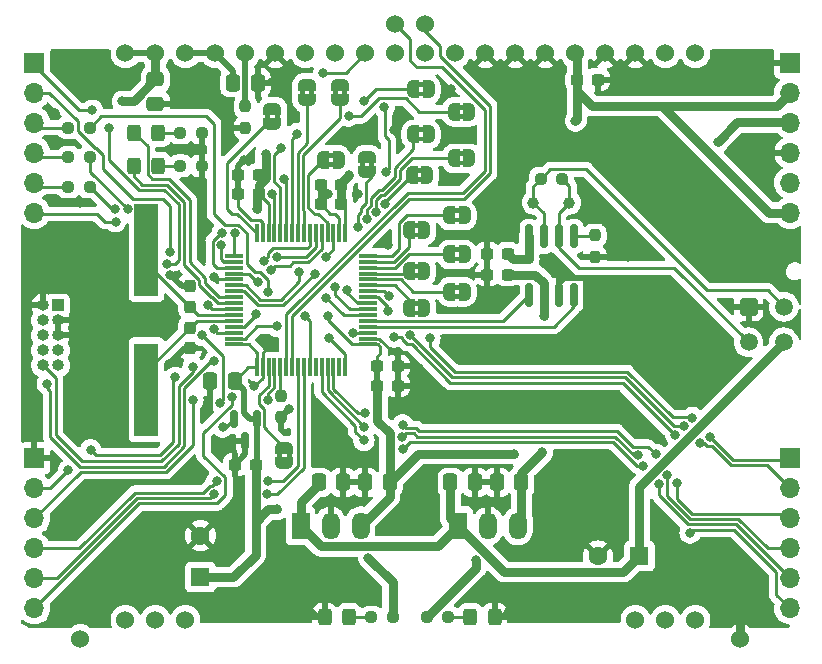
<source format=gbr>
%TF.GenerationSoftware,KiCad,Pcbnew,7.0.10*%
%TF.CreationDate,2024-04-14T19:03:43+02:00*%
%TF.ProjectId,DIC,4449432e-6b69-4636-9164-5f7063625858,rev?*%
%TF.SameCoordinates,Original*%
%TF.FileFunction,Copper,L2,Bot*%
%TF.FilePolarity,Positive*%
%FSLAX46Y46*%
G04 Gerber Fmt 4.6, Leading zero omitted, Abs format (unit mm)*
G04 Created by KiCad (PCBNEW 7.0.10) date 2024-04-14 19:03:43*
%MOMM*%
%LPD*%
G01*
G04 APERTURE LIST*
G04 Aperture macros list*
%AMRoundRect*
0 Rectangle with rounded corners*
0 $1 Rounding radius*
0 $2 $3 $4 $5 $6 $7 $8 $9 X,Y pos of 4 corners*
0 Add a 4 corners polygon primitive as box body*
4,1,4,$2,$3,$4,$5,$6,$7,$8,$9,$2,$3,0*
0 Add four circle primitives for the rounded corners*
1,1,$1+$1,$2,$3*
1,1,$1+$1,$4,$5*
1,1,$1+$1,$6,$7*
1,1,$1+$1,$8,$9*
0 Add four rect primitives between the rounded corners*
20,1,$1+$1,$2,$3,$4,$5,0*
20,1,$1+$1,$4,$5,$6,$7,0*
20,1,$1+$1,$6,$7,$8,$9,0*
20,1,$1+$1,$8,$9,$2,$3,0*%
%AMFreePoly0*
4,1,19,0.500000,-0.750000,0.000000,-0.750000,0.000000,-0.744911,-0.071157,-0.744911,-0.207708,-0.704816,-0.327430,-0.627875,-0.420627,-0.520320,-0.479746,-0.390866,-0.500000,-0.250000,-0.500000,0.250000,-0.479746,0.390866,-0.420627,0.520320,-0.327430,0.627875,-0.207708,0.704816,-0.071157,0.744911,0.000000,0.744911,0.000000,0.750000,0.500000,0.750000,0.500000,-0.750000,0.500000,-0.750000,
$1*%
%AMFreePoly1*
4,1,19,0.000000,0.744911,0.071157,0.744911,0.207708,0.704816,0.327430,0.627875,0.420627,0.520320,0.479746,0.390866,0.500000,0.250000,0.500000,-0.250000,0.479746,-0.390866,0.420627,-0.520320,0.327430,-0.627875,0.207708,-0.704816,0.071157,-0.744911,0.000000,-0.744911,0.000000,-0.750000,-0.500000,-0.750000,-0.500000,0.750000,0.000000,0.750000,0.000000,0.744911,0.000000,0.744911,
$1*%
G04 Aperture macros list end*
%TA.AperFunction,ComponentPad*%
%ADD10C,1.524000*%
%TD*%
%TA.AperFunction,SMDPad,CuDef*%
%ADD11RoundRect,0.250000X0.475000X-0.337500X0.475000X0.337500X-0.475000X0.337500X-0.475000X-0.337500X0*%
%TD*%
%TA.AperFunction,SMDPad,CuDef*%
%ADD12RoundRect,0.237500X-0.300000X-0.237500X0.300000X-0.237500X0.300000X0.237500X-0.300000X0.237500X0*%
%TD*%
%TA.AperFunction,SMDPad,CuDef*%
%ADD13FreePoly0,90.000000*%
%TD*%
%TA.AperFunction,SMDPad,CuDef*%
%ADD14FreePoly1,90.000000*%
%TD*%
%TA.AperFunction,SMDPad,CuDef*%
%ADD15FreePoly0,270.000000*%
%TD*%
%TA.AperFunction,SMDPad,CuDef*%
%ADD16FreePoly1,270.000000*%
%TD*%
%TA.AperFunction,SMDPad,CuDef*%
%ADD17RoundRect,0.237500X-0.237500X0.250000X-0.237500X-0.250000X0.237500X-0.250000X0.237500X0.250000X0*%
%TD*%
%TA.AperFunction,SMDPad,CuDef*%
%ADD18RoundRect,0.237500X0.250000X0.237500X-0.250000X0.237500X-0.250000X-0.237500X0.250000X-0.237500X0*%
%TD*%
%TA.AperFunction,ComponentPad*%
%ADD19R,1.600000X1.600000*%
%TD*%
%TA.AperFunction,ComponentPad*%
%ADD20C,1.600000*%
%TD*%
%TA.AperFunction,SMDPad,CuDef*%
%ADD21RoundRect,0.250000X0.337500X0.475000X-0.337500X0.475000X-0.337500X-0.475000X0.337500X-0.475000X0*%
%TD*%
%TA.AperFunction,SMDPad,CuDef*%
%ADD22RoundRect,0.150000X-0.150000X0.587500X-0.150000X-0.587500X0.150000X-0.587500X0.150000X0.587500X0*%
%TD*%
%TA.AperFunction,SMDPad,CuDef*%
%ADD23RoundRect,0.237500X0.300000X0.237500X-0.300000X0.237500X-0.300000X-0.237500X0.300000X-0.237500X0*%
%TD*%
%TA.AperFunction,SMDPad,CuDef*%
%ADD24RoundRect,0.250000X-0.337500X-0.475000X0.337500X-0.475000X0.337500X0.475000X-0.337500X0.475000X0*%
%TD*%
%TA.AperFunction,SMDPad,CuDef*%
%ADD25FreePoly0,0.000000*%
%TD*%
%TA.AperFunction,SMDPad,CuDef*%
%ADD26FreePoly1,0.000000*%
%TD*%
%TA.AperFunction,ComponentPad*%
%ADD27R,1.700000X1.700000*%
%TD*%
%TA.AperFunction,ComponentPad*%
%ADD28O,1.700000X1.700000*%
%TD*%
%TA.AperFunction,SMDPad,CuDef*%
%ADD29RoundRect,0.237500X-0.250000X-0.237500X0.250000X-0.237500X0.250000X0.237500X-0.250000X0.237500X0*%
%TD*%
%TA.AperFunction,SMDPad,CuDef*%
%ADD30RoundRect,0.250000X0.325000X0.450000X-0.325000X0.450000X-0.325000X-0.450000X0.325000X-0.450000X0*%
%TD*%
%TA.AperFunction,SMDPad,CuDef*%
%ADD31RoundRect,0.237500X0.237500X-0.300000X0.237500X0.300000X-0.237500X0.300000X-0.237500X-0.300000X0*%
%TD*%
%TA.AperFunction,SMDPad,CuDef*%
%ADD32RoundRect,0.237500X0.237500X-0.250000X0.237500X0.250000X-0.237500X0.250000X-0.237500X-0.250000X0*%
%TD*%
%TA.AperFunction,ComponentPad*%
%ADD33R,1.000000X1.000000*%
%TD*%
%TA.AperFunction,ComponentPad*%
%ADD34O,1.000000X1.000000*%
%TD*%
%TA.AperFunction,ComponentPad*%
%ADD35R,1.500000X2.300000*%
%TD*%
%TA.AperFunction,ComponentPad*%
%ADD36O,1.500000X2.300000*%
%TD*%
%TA.AperFunction,SMDPad,CuDef*%
%ADD37R,2.000000X7.875000*%
%TD*%
%TA.AperFunction,SMDPad,CuDef*%
%ADD38RoundRect,0.150000X0.150000X-0.825000X0.150000X0.825000X-0.150000X0.825000X-0.150000X-0.825000X0*%
%TD*%
%TA.AperFunction,ComponentPad*%
%ADD39RoundRect,0.250001X-0.499999X0.499999X-0.499999X-0.499999X0.499999X-0.499999X0.499999X0.499999X0*%
%TD*%
%TA.AperFunction,ComponentPad*%
%ADD40C,1.500000*%
%TD*%
%TA.AperFunction,SMDPad,CuDef*%
%ADD41C,1.000000*%
%TD*%
%TA.AperFunction,SMDPad,CuDef*%
%ADD42RoundRect,0.237500X-0.237500X0.300000X-0.237500X-0.300000X0.237500X-0.300000X0.237500X0.300000X0*%
%TD*%
%TA.AperFunction,SMDPad,CuDef*%
%ADD43RoundRect,0.250000X-0.325000X-0.450000X0.325000X-0.450000X0.325000X0.450000X-0.325000X0.450000X0*%
%TD*%
%TA.AperFunction,SMDPad,CuDef*%
%ADD44RoundRect,0.075000X-0.700000X-0.075000X0.700000X-0.075000X0.700000X0.075000X-0.700000X0.075000X0*%
%TD*%
%TA.AperFunction,SMDPad,CuDef*%
%ADD45RoundRect,0.075000X-0.075000X-0.700000X0.075000X-0.700000X0.075000X0.700000X-0.075000X0.700000X0*%
%TD*%
%TA.AperFunction,ViaPad*%
%ADD46C,0.800000*%
%TD*%
%TA.AperFunction,Conductor*%
%ADD47C,0.500000*%
%TD*%
%TA.AperFunction,Conductor*%
%ADD48C,0.250000*%
%TD*%
%TA.AperFunction,Conductor*%
%ADD49C,0.750000*%
%TD*%
G04 APERTURE END LIST*
%TA.AperFunction,EtchedComponent*%
%TO.C,J3*%
G36*
X36884000Y-16760000D02*
G01*
X36484000Y-16760000D01*
X36484000Y-16260000D01*
X36884000Y-16260000D01*
X36884000Y-16760000D01*
G37*
%TD.AperFunction*%
%TA.AperFunction,EtchedComponent*%
G36*
X37684000Y-16760000D02*
G01*
X37284000Y-16760000D01*
X37284000Y-16260000D01*
X37684000Y-16260000D01*
X37684000Y-16760000D01*
G37*
%TD.AperFunction*%
%TA.AperFunction,EtchedComponent*%
%TO.C,J10*%
G36*
X35779000Y-47479000D02*
G01*
X35379000Y-47479000D01*
X35379000Y-46979000D01*
X35779000Y-46979000D01*
X35779000Y-47479000D01*
G37*
%TD.AperFunction*%
%TA.AperFunction,EtchedComponent*%
G36*
X34979000Y-47479000D02*
G01*
X34579000Y-47479000D01*
X34579000Y-46979000D01*
X34979000Y-46979000D01*
X34979000Y-47479000D01*
G37*
%TD.AperFunction*%
%TA.AperFunction,EtchedComponent*%
%TO.C,J11*%
G36*
X39366000Y-22025000D02*
G01*
X38866000Y-22025000D01*
X38866000Y-21625000D01*
X39366000Y-21625000D01*
X39366000Y-22025000D01*
G37*
%TD.AperFunction*%
%TA.AperFunction,EtchedComponent*%
G36*
X39366000Y-22825000D02*
G01*
X38866000Y-22825000D01*
X38866000Y-22425000D01*
X39366000Y-22425000D01*
X39366000Y-22825000D01*
G37*
%TD.AperFunction*%
%TA.AperFunction,EtchedComponent*%
%TO.C,J5*%
G36*
X50034000Y-33201000D02*
G01*
X49534000Y-33201000D01*
X49534000Y-32801000D01*
X50034000Y-32801000D01*
X50034000Y-33201000D01*
G37*
%TD.AperFunction*%
%TA.AperFunction,EtchedComponent*%
G36*
X50034000Y-34001000D02*
G01*
X49534000Y-34001000D01*
X49534000Y-33601000D01*
X50034000Y-33601000D01*
X50034000Y-34001000D01*
G37*
%TD.AperFunction*%
%TA.AperFunction,EtchedComponent*%
%TO.C,J4*%
G36*
X39678000Y-16760000D02*
G01*
X39278000Y-16760000D01*
X39278000Y-16260000D01*
X39678000Y-16260000D01*
X39678000Y-16760000D01*
G37*
%TD.AperFunction*%
%TA.AperFunction,EtchedComponent*%
G36*
X40478000Y-16760000D02*
G01*
X40078000Y-16760000D01*
X40078000Y-16260000D01*
X40478000Y-16260000D01*
X40478000Y-16760000D01*
G37*
%TD.AperFunction*%
%TA.AperFunction,EtchedComponent*%
%TO.C,J12*%
G36*
X41964000Y-22871000D02*
G01*
X41564000Y-22871000D01*
X41564000Y-22371000D01*
X41964000Y-22371000D01*
X41964000Y-22871000D01*
G37*
%TD.AperFunction*%
%TA.AperFunction,EtchedComponent*%
G36*
X42764000Y-22871000D02*
G01*
X42364000Y-22871000D01*
X42364000Y-22371000D01*
X42764000Y-22371000D01*
X42764000Y-22871000D01*
G37*
%TD.AperFunction*%
%TA.AperFunction,EtchedComponent*%
%TO.C,J17*%
G36*
X33963000Y-18792000D02*
G01*
X33563000Y-18792000D01*
X33563000Y-18292000D01*
X33963000Y-18292000D01*
X33963000Y-18792000D01*
G37*
%TD.AperFunction*%
%TA.AperFunction,EtchedComponent*%
G36*
X34763000Y-18792000D02*
G01*
X34363000Y-18792000D01*
X34363000Y-18292000D01*
X34763000Y-18292000D01*
X34763000Y-18792000D01*
G37*
%TD.AperFunction*%
%TA.AperFunction,EtchedComponent*%
%TO.C,J1*%
G36*
X46859000Y-23295000D02*
G01*
X46359000Y-23295000D01*
X46359000Y-22895000D01*
X46859000Y-22895000D01*
X46859000Y-23295000D01*
G37*
%TD.AperFunction*%
%TA.AperFunction,EtchedComponent*%
G36*
X46859000Y-24095000D02*
G01*
X46359000Y-24095000D01*
X46359000Y-23695000D01*
X46859000Y-23695000D01*
X46859000Y-24095000D01*
G37*
%TD.AperFunction*%
%TA.AperFunction,EtchedComponent*%
%TO.C,J2*%
G36*
X50430000Y-21898000D02*
G01*
X49930000Y-21898000D01*
X49930000Y-21498000D01*
X50430000Y-21498000D01*
X50430000Y-21898000D01*
G37*
%TD.AperFunction*%
%TA.AperFunction,EtchedComponent*%
G36*
X50430000Y-22698000D02*
G01*
X49930000Y-22698000D01*
X49930000Y-22298000D01*
X50430000Y-22298000D01*
X50430000Y-22698000D01*
G37*
%TD.AperFunction*%
%TA.AperFunction,EtchedComponent*%
%TO.C,J9*%
G36*
X47001000Y-16056000D02*
G01*
X46501000Y-16056000D01*
X46501000Y-15656000D01*
X47001000Y-15656000D01*
X47001000Y-16056000D01*
G37*
%TD.AperFunction*%
%TA.AperFunction,EtchedComponent*%
G36*
X47001000Y-16856000D02*
G01*
X46501000Y-16856000D01*
X46501000Y-16456000D01*
X47001000Y-16456000D01*
X47001000Y-16856000D01*
G37*
%TD.AperFunction*%
%TA.AperFunction,EtchedComponent*%
%TO.C,J15*%
G36*
X50034000Y-30026000D02*
G01*
X49534000Y-30026000D01*
X49534000Y-29626000D01*
X50034000Y-29626000D01*
X50034000Y-30026000D01*
G37*
%TD.AperFunction*%
%TA.AperFunction,EtchedComponent*%
G36*
X50034000Y-30826000D02*
G01*
X49534000Y-30826000D01*
X49534000Y-30426000D01*
X50034000Y-30426000D01*
X50034000Y-30826000D01*
G37*
%TD.AperFunction*%
%TA.AperFunction,EtchedComponent*%
%TO.C,J14*%
G36*
X46605000Y-27994000D02*
G01*
X46105000Y-27994000D01*
X46105000Y-27594000D01*
X46605000Y-27594000D01*
X46605000Y-27994000D01*
G37*
%TD.AperFunction*%
%TA.AperFunction,EtchedComponent*%
G36*
X46605000Y-28794000D02*
G01*
X46105000Y-28794000D01*
X46105000Y-28394000D01*
X46605000Y-28394000D01*
X46605000Y-28794000D01*
G37*
%TD.AperFunction*%
%TA.AperFunction,EtchedComponent*%
%TO.C,J13*%
G36*
X50034000Y-26724000D02*
G01*
X49534000Y-26724000D01*
X49534000Y-26324000D01*
X50034000Y-26324000D01*
X50034000Y-26724000D01*
G37*
%TD.AperFunction*%
%TA.AperFunction,EtchedComponent*%
G36*
X50034000Y-27524000D02*
G01*
X49534000Y-27524000D01*
X49534000Y-27124000D01*
X50034000Y-27124000D01*
X50034000Y-27524000D01*
G37*
%TD.AperFunction*%
%TA.AperFunction,EtchedComponent*%
%TO.C,J8*%
G36*
X50430000Y-17961000D02*
G01*
X49930000Y-17961000D01*
X49930000Y-17561000D01*
X50430000Y-17561000D01*
X50430000Y-17961000D01*
G37*
%TD.AperFunction*%
%TA.AperFunction,EtchedComponent*%
G36*
X50430000Y-18761000D02*
G01*
X49930000Y-18761000D01*
X49930000Y-18361000D01*
X50430000Y-18361000D01*
X50430000Y-18761000D01*
G37*
%TD.AperFunction*%
%TA.AperFunction,EtchedComponent*%
%TO.C,J7*%
G36*
X46986000Y-19866000D02*
G01*
X46486000Y-19866000D01*
X46486000Y-19466000D01*
X46986000Y-19466000D01*
X46986000Y-19866000D01*
G37*
%TD.AperFunction*%
%TA.AperFunction,EtchedComponent*%
G36*
X46986000Y-20666000D02*
G01*
X46486000Y-20666000D01*
X46486000Y-20266000D01*
X46986000Y-20266000D01*
X46986000Y-20666000D01*
G37*
%TD.AperFunction*%
%TA.AperFunction,EtchedComponent*%
%TO.C,J16*%
G36*
X46605000Y-31423000D02*
G01*
X46105000Y-31423000D01*
X46105000Y-31023000D01*
X46605000Y-31023000D01*
X46605000Y-31423000D01*
G37*
%TD.AperFunction*%
%TA.AperFunction,EtchedComponent*%
G36*
X46605000Y-32223000D02*
G01*
X46105000Y-32223000D01*
X46105000Y-31823000D01*
X46605000Y-31823000D01*
X46605000Y-32223000D01*
G37*
%TD.AperFunction*%
%TA.AperFunction,EtchedComponent*%
%TO.C,J6*%
G36*
X46605000Y-34598000D02*
G01*
X46105000Y-34598000D01*
X46105000Y-34198000D01*
X46605000Y-34198000D01*
X46605000Y-34598000D01*
G37*
%TD.AperFunction*%
%TA.AperFunction,EtchedComponent*%
G36*
X46605000Y-35398000D02*
G01*
X46105000Y-35398000D01*
X46105000Y-34998000D01*
X46605000Y-34998000D01*
X46605000Y-35398000D01*
G37*
%TD.AperFunction*%
%TD*%
D10*
%TO.P,U6,1,NC*%
%TO.N,unconnected-(U6-NC-Pad1)*%
X21717000Y-61159000D03*
%TO.P,U6,2,NC*%
%TO.N,unconnected-(U6-NC-Pad2)*%
X24257000Y-61159000D03*
%TO.P,U6,3,NC*%
%TO.N,unconnected-(U6-NC-Pad3)*%
X26797000Y-61159000D03*
%TO.P,U6,18,NC*%
%TO.N,unconnected-(U6-NC-Pad18)*%
X64897000Y-61159000D03*
%TO.P,U6,19,NC*%
%TO.N,unconnected-(U6-NC-Pad19)*%
X67437000Y-61159000D03*
%TO.P,U6,20,NC*%
%TO.N,unconnected-(U6-NC-Pad20)*%
X69977000Y-61159000D03*
%TO.P,U6,21,VCC*%
%TO.N,+BATT*%
X69977000Y-13199000D03*
%TO.P,U6,22,VCC*%
X67437000Y-13199000D03*
%TO.P,U6,23,GND*%
%TO.N,GND*%
X64897000Y-13199000D03*
%TO.P,U6,24,GND*%
X62357000Y-13199000D03*
%TO.P,U6,25,VDD*%
%TO.N,+3.3V*%
X59817000Y-13199000D03*
%TO.P,U6,26,BS0*%
%TO.N,GND*%
X57277000Y-13199000D03*
%TO.P,U6,27,BS1*%
X54737000Y-13199000D03*
%TO.P,U6,28,GND*%
X52197000Y-13199000D03*
%TO.P,U6,29,nCS*%
%TO.N,/Display_nCS*%
X49657000Y-13199000D03*
%TO.P,U6,30,nRes*%
%TO.N,/nRES*%
X47117000Y-13199000D03*
%TO.P,U6,31,D/nC*%
%TO.N,/D{slash}nC*%
X44577000Y-13199000D03*
%TO.P,U6,32,D0*%
%TO.N,/SPI1_CLK*%
X42037000Y-13199000D03*
%TO.P,U6,33,D1*%
%TO.N,/SPI1_MOSI*%
X39497000Y-13199000D03*
%TO.P,U6,34,D2*%
%TO.N,unconnected-(U6-D2-Pad34)*%
X36957000Y-13199000D03*
%TO.P,U6,35,GND*%
%TO.N,GND*%
X34417000Y-13199000D03*
%TO.P,U6,36,IREF*%
%TO.N,Net-(U6-IREF)*%
X31877000Y-13199000D03*
%TO.P,U6,37,VCOMH*%
%TO.N,Net-(C20-Pad2)*%
X29337000Y-13199000D03*
%TO.P,U6,38,VCOMH*%
X26797000Y-13199000D03*
%TO.P,U6,39,VCC*%
%TO.N,+BATT*%
X24257000Y-13199000D03*
%TO.P,U6,40,VCC*%
X21717000Y-13199000D03*
%TD*%
%TO.P,U4,1,I2C_Data*%
%TO.N,/I2C_Data*%
X44577000Y-10733000D03*
%TO.P,U4,2,I2C_CLK*%
%TO.N,/I2C_CLK*%
X47117000Y-10733000D03*
%TO.P,U4,3,5V*%
%TO.N,+5V*%
X17907000Y-62803000D03*
%TO.P,U4,4,GND*%
%TO.N,GND*%
X73787000Y-62803000D03*
%TD*%
D11*
%TO.P,C19,1*%
%TO.N,GND*%
X24257000Y-17485500D03*
%TO.P,C19,2*%
%TO.N,+BATT*%
X24257000Y-15410500D03*
%TD*%
D12*
%TO.P,C18,1*%
%TO.N,GND*%
X52350500Y-30164000D03*
%TO.P,C18,2*%
%TO.N,+3.3V*%
X54075500Y-30164000D03*
%TD*%
D13*
%TO.P,J3,1,Pin_1*%
%TO.N,Net-(J3-Pin_1)*%
X37084000Y-17160000D03*
D14*
%TO.P,J3,2*%
%TO.N,N/C*%
X37084000Y-15860000D03*
%TD*%
D15*
%TO.P,J10,1,Pin_1*%
%TO.N,Net-(J10-Pin_1)*%
X35179000Y-46579000D03*
D16*
%TO.P,J10,2*%
%TO.N,N/C*%
X35179000Y-47879000D03*
%TD*%
D17*
%TO.P,R3,1*%
%TO.N,/Boot0*%
X34885000Y-42209500D03*
%TO.P,R3,2*%
%TO.N,GND*%
X34885000Y-44034500D03*
%TD*%
D18*
%TO.P,R2,1*%
%TO.N,GND*%
X28177500Y-19939000D03*
%TO.P,R2,2*%
%TO.N,Net-(Error1-K)*%
X26352500Y-19939000D03*
%TD*%
D19*
%TO.P,C21,1*%
%TO.N,+3.3V*%
X28067000Y-57531000D03*
D20*
%TO.P,C21,2*%
%TO.N,GND*%
X28067000Y-54031000D03*
%TD*%
D21*
%TO.P,C12,1*%
%TO.N,+3.3V*%
X30969500Y-40963000D03*
%TO.P,C12,2*%
%TO.N,GND*%
X28894500Y-40963000D03*
%TD*%
D22*
%TO.P,U2,1,~{RST}*%
%TO.N,Reset*%
X30927000Y-44164000D03*
%TO.P,U2,2,VDD*%
%TO.N,+3.3V*%
X32827000Y-44164000D03*
%TO.P,U2,3,VSS*%
%TO.N,GND*%
X31877000Y-46039000D03*
%TD*%
D12*
%TO.P,C5,1*%
%TO.N,GND*%
X31014500Y-48022500D03*
%TO.P,C5,2*%
%TO.N,+3.3V*%
X32739500Y-48022500D03*
%TD*%
D23*
%TO.P,C6,1*%
%TO.N,+3.3V*%
X39978500Y-24322000D03*
%TO.P,C6,2*%
%TO.N,GND*%
X38253500Y-24322000D03*
%TD*%
D24*
%TO.P,C14,1*%
%TO.N,+BATT*%
X38078500Y-49530000D03*
%TO.P,C14,2*%
%TO.N,GND*%
X40153500Y-49530000D03*
%TD*%
D12*
%TO.P,C17,1*%
%TO.N,GND*%
X52350500Y-31942000D03*
%TO.P,C17,2*%
%TO.N,+5V*%
X54075500Y-31942000D03*
%TD*%
D25*
%TO.P,J11,1,Pin_1*%
%TO.N,Net-(J11-Pin_1)*%
X38466000Y-22225000D03*
D26*
%TO.P,J11,2*%
%TO.N,N/C*%
X39766000Y-22225000D03*
%TD*%
D21*
%TO.P,C11,1*%
%TO.N,+5V*%
X55245000Y-49530000D03*
%TO.P,C11,2*%
%TO.N,GND*%
X53170000Y-49530000D03*
%TD*%
D27*
%TO.P,J19,1,Pin_1*%
%TO.N,GND*%
X14000000Y-47500000D03*
D28*
%TO.P,J19,2,Pin_2*%
%TO.N,RX_IND*%
X14000000Y-50040000D03*
%TO.P,J19,3,Pin_3*%
%TO.N,Radio_RESET*%
X14000000Y-52580000D03*
%TO.P,J19,4,Pin_4*%
%TO.N,Mode_1*%
X14000000Y-55120000D03*
%TO.P,J19,5,Pin_5*%
%TO.N,Wake-Up*%
X14000000Y-57660000D03*
%TO.P,J19,6,Pin_6*%
%TO.N,Radio_BOOT*%
X14000000Y-60200000D03*
%TD*%
D29*
%TO.P,R1,1*%
%TO.N,Net-(Heart1-K)*%
X26352500Y-22733000D03*
%TO.P,R1,2*%
%TO.N,GND*%
X28177500Y-22733000D03*
%TD*%
D24*
%TO.P,C7,1*%
%TO.N,+BATT*%
X49233000Y-49530000D03*
%TO.P,C7,2*%
%TO.N,GND*%
X51308000Y-49530000D03*
%TD*%
D30*
%TO.P,5VGood1,1,K*%
%TO.N,GND*%
X52968000Y-60960000D03*
%TO.P,5VGood1,2,A*%
%TO.N,Net-(5VGood1-A)*%
X50918000Y-60960000D03*
%TD*%
D31*
%TO.P,C2,1*%
%TO.N,GND*%
X27178000Y-38142500D03*
%TO.P,C2,2*%
%TO.N,Net-(U3-PF0)*%
X27178000Y-36417500D03*
%TD*%
D29*
%TO.P,R8,1*%
%TO.N,USART1_TX*%
X16891000Y-24516000D03*
%TO.P,R8,2*%
%TO.N,Net-(U3-PA10)*%
X18716000Y-24516000D03*
%TD*%
D25*
%TO.P,J5,1,Pin_1*%
%TO.N,Net-(J5-Pin_1)*%
X49134000Y-33401000D03*
D26*
%TO.P,J5,2*%
%TO.N,N/C*%
X50434000Y-33401000D03*
%TD*%
D32*
%TO.P,R9,1*%
%TO.N,GND*%
X31877000Y-19519500D03*
%TO.P,R9,2*%
%TO.N,Net-(U6-IREF)*%
X31877000Y-17694500D03*
%TD*%
D13*
%TO.P,J4,1,Pin_1*%
%TO.N,Net-(J4-Pin_1)*%
X39878000Y-17160000D03*
D14*
%TO.P,J4,2*%
%TO.N,N/C*%
X39878000Y-15860000D03*
%TD*%
D33*
%TO.P,JTAG1,1,Pin_1*%
%TO.N,+3.3V*%
X16002000Y-34544000D03*
D34*
%TO.P,JTAG1,2,Pin_2*%
%TO.N,GND*%
X14732000Y-34544000D03*
%TO.P,JTAG1,3,Pin_3*%
X16002000Y-35814000D03*
%TO.P,JTAG1,4,Pin_4*%
%TO.N,JRCLK*%
X14732000Y-35814000D03*
%TO.P,JTAG1,5,Pin_5*%
%TO.N,GND*%
X16002000Y-37084000D03*
%TO.P,JTAG1,6,Pin_6*%
%TO.N,NRST*%
X14732000Y-37084000D03*
%TO.P,JTAG1,7,Pin_7*%
%TO.N,JTDI{slash}NC*%
X16002000Y-38354000D03*
%TO.P,JTAG1,8,Pin_8*%
%TO.N,JTDO{slash}SWO*%
X14732000Y-38354000D03*
%TO.P,JTAG1,9,Pin_9*%
%TO.N,JCLK{slash}SWCLK*%
X16002000Y-39624000D03*
%TO.P,JTAG1,10,Pin_10*%
%TO.N,JTMS{slash}SWDIO*%
X14732000Y-39624000D03*
%TD*%
D13*
%TO.P,J12,1,Pin_1*%
%TO.N,Net-(J12-Pin_1)*%
X42164000Y-23271000D03*
D14*
%TO.P,J12,2*%
%TO.N,N/C*%
X42164000Y-21971000D03*
%TD*%
D13*
%TO.P,J17,1,Pin_1*%
%TO.N,Net-(J17-Pin_1)*%
X34163000Y-19192000D03*
D14*
%TO.P,J17,2*%
%TO.N,N/C*%
X34163000Y-17892000D03*
%TD*%
D35*
%TO.P,U1,1,IN*%
%TO.N,+BATT*%
X49877000Y-53213000D03*
D36*
%TO.P,U1,2,GND*%
%TO.N,GND*%
X52417000Y-53213000D03*
%TO.P,U1,3,OUT*%
%TO.N,+5V*%
X54957000Y-53213000D03*
%TD*%
D30*
%TO.P,Error1,1,K*%
%TO.N,Net-(Error1-K)*%
X24480000Y-19939000D03*
%TO.P,Error1,2,A*%
%TO.N,Net-(Error1-A)*%
X22430000Y-19939000D03*
%TD*%
D21*
%TO.P,C15,1*%
%TO.N,+3.3V*%
X44090500Y-49530000D03*
%TO.P,C15,2*%
%TO.N,GND*%
X42015500Y-49530000D03*
%TD*%
D29*
%TO.P,R11,1*%
%TO.N,CAN1_L*%
X56872500Y-23814000D03*
%TO.P,R11,2*%
%TO.N,CAN1_H*%
X58697500Y-23814000D03*
%TD*%
D37*
%TO.P,Y1,1,1*%
%TO.N,Net-(U3-PF1)*%
X23495000Y-29814500D03*
%TO.P,Y1,2,2*%
%TO.N,Net-(U3-PF0)*%
X23495000Y-41689500D03*
%TD*%
D27*
%TO.P,J22,1,Pin_1*%
%TO.N,GPI1_CTRL*%
X78000000Y-47500000D03*
D28*
%TO.P,J22,2,Pin_2*%
%TO.N,GPI2_CTRL*%
X78000000Y-50040000D03*
%TO.P,J22,3,Pin_3*%
%TO.N,GPI3_CTRL*%
X78000000Y-52580000D03*
%TO.P,J22,4,Pin_4*%
%TO.N,GPI4_CTRL*%
X78000000Y-55120000D03*
%TO.P,J22,5,Pin_5*%
%TO.N,GPO1_CTRL*%
X78000000Y-57660000D03*
%TO.P,J22,6,Pin_6*%
%TO.N,GPO2_CTRL*%
X78000000Y-60200000D03*
%TD*%
D25*
%TO.P,J1,1,Pin_1*%
%TO.N,Net-(J1-Pin_1)*%
X45959000Y-23495000D03*
D26*
%TO.P,J1,2*%
%TO.N,N/C*%
X47259000Y-23495000D03*
%TD*%
D21*
%TO.P,C20,1*%
%TO.N,GND*%
X32914500Y-15686000D03*
%TO.P,C20,2*%
%TO.N,Net-(C20-Pad2)*%
X30839500Y-15686000D03*
%TD*%
D38*
%TO.P,U7,1,TXD*%
%TO.N,/CAN_TX*%
X59690000Y-33655000D03*
%TO.P,U7,2,VSS*%
%TO.N,GND*%
X58420000Y-33655000D03*
%TO.P,U7,3,VDD*%
%TO.N,+5V*%
X57150000Y-33655000D03*
%TO.P,U7,4,RXD*%
%TO.N,/CAN_RX*%
X55880000Y-33655000D03*
%TO.P,U7,5,Vio*%
%TO.N,+3.3V*%
X55880000Y-28705000D03*
%TO.P,U7,6,CANL*%
%TO.N,CAN1_L*%
X57150000Y-28705000D03*
%TO.P,U7,7,CANH*%
%TO.N,CAN1_H*%
X58420000Y-28705000D03*
%TO.P,U7,8,STBY*%
%TO.N,Net-(U7-STBY)*%
X59690000Y-28705000D03*
%TD*%
D32*
%TO.P,R10,1*%
%TO.N,GND*%
X61468000Y-30441500D03*
%TO.P,R10,2*%
%TO.N,Net-(U7-STBY)*%
X61468000Y-28616500D03*
%TD*%
D23*
%TO.P,C4,1*%
%TO.N,+3.3V*%
X32993500Y-25146000D03*
%TO.P,C4,2*%
%TO.N,GND*%
X31268500Y-25146000D03*
%TD*%
D25*
%TO.P,J2,1,Pin_1*%
%TO.N,Net-(J2-Pin_1)*%
X49530000Y-22098000D03*
D26*
%TO.P,J2,2*%
%TO.N,N/C*%
X50830000Y-22098000D03*
%TD*%
D35*
%TO.P,U5,1,IN*%
%TO.N,+BATT*%
X36542000Y-53213000D03*
D36*
%TO.P,U5,2,GND*%
%TO.N,GND*%
X39082000Y-53213000D03*
%TO.P,U5,3,OUT*%
%TO.N,+3.3V*%
X41622000Y-53213000D03*
%TD*%
D39*
%TO.P,CAN1,1,Pin_1*%
%TO.N,GND*%
X74470000Y-34657000D03*
D40*
%TO.P,CAN1,2,Pin_2*%
%TO.N,CAN1_H*%
X74470000Y-37657000D03*
%TO.P,CAN1,3,Pin_3*%
%TO.N,CAN1_L*%
X77470000Y-34657000D03*
%TO.P,CAN1,4,Pin_4*%
%TO.N,+BATT*%
X77470000Y-37657000D03*
%TD*%
D25*
%TO.P,J9,1,Pin_1*%
%TO.N,Net-(J9-Pin_1)*%
X46101000Y-16256000D03*
D26*
%TO.P,J9,2*%
%TO.N,N/C*%
X47401000Y-16256000D03*
%TD*%
D18*
%TO.P,R7,1*%
%TO.N,Net-(U3-PA9)*%
X18716000Y-22006000D03*
%TO.P,R7,2*%
%TO.N,USART1_RX*%
X16891000Y-22006000D03*
%TD*%
D41*
%TO.P,TP2,1,1*%
%TO.N,CAN1_L*%
X56259000Y-25846000D03*
%TD*%
D23*
%TO.P,C1,1*%
%TO.N,+3.3V*%
X32993500Y-23495000D03*
%TO.P,C1,2*%
%TO.N,GND*%
X31268500Y-23495000D03*
%TD*%
D30*
%TO.P,Heart1,1,K*%
%TO.N,Net-(Heart1-K)*%
X24480000Y-22733000D03*
%TO.P,Heart1,2,A*%
%TO.N,Net-(Heart1-A)*%
X22430000Y-22733000D03*
%TD*%
D23*
%TO.P,C8,1*%
%TO.N,+3.3V*%
X39978500Y-25973000D03*
%TO.P,C8,2*%
%TO.N,GND*%
X38253500Y-25973000D03*
%TD*%
D42*
%TO.P,C3,1*%
%TO.N,GND*%
X27178000Y-32919500D03*
%TO.P,C3,2*%
%TO.N,Net-(U3-PF1)*%
X27178000Y-34644500D03*
%TD*%
D27*
%TO.P,J20,1,Pin_1*%
%TO.N,GND*%
X78000000Y-14000000D03*
D28*
%TO.P,J20,2,Pin_2*%
%TO.N,+3.3V*%
X78000000Y-16540000D03*
%TO.P,J20,3,Pin_3*%
%TO.N,+5V*%
X78000000Y-19080000D03*
%TO.P,J20,4,Pin_4*%
%TO.N,GND*%
X78000000Y-21620000D03*
%TO.P,J20,5,Pin_5*%
%TO.N,+BATT*%
X78000000Y-24160000D03*
%TO.P,J20,6,Pin_6*%
%TO.N,+3.3V*%
X78000000Y-26700000D03*
%TD*%
D25*
%TO.P,J15,1,Pin_1*%
%TO.N,Net-(J15-Pin_1)*%
X49134000Y-30226000D03*
D26*
%TO.P,J15,2*%
%TO.N,N/C*%
X50434000Y-30226000D03*
%TD*%
D29*
%TO.P,R6,1*%
%TO.N,Net-(3V3Good1-A)*%
X42521500Y-60960000D03*
%TO.P,R6,2*%
%TO.N,+3.3V*%
X44346500Y-60960000D03*
%TD*%
D25*
%TO.P,J14,1,Pin_1*%
%TO.N,Net-(J14-Pin_1)*%
X45705000Y-28194000D03*
D26*
%TO.P,J14,2*%
%TO.N,N/C*%
X47005000Y-28194000D03*
%TD*%
D43*
%TO.P,3V3Good1,1,K*%
%TO.N,GND*%
X38599000Y-60960000D03*
%TO.P,3V3Good1,2,A*%
%TO.N,Net-(3V3Good1-A)*%
X40649000Y-60960000D03*
%TD*%
D25*
%TO.P,J13,1,Pin_1*%
%TO.N,Net-(J13-Pin_1)*%
X49134000Y-26924000D03*
D26*
%TO.P,J13,2*%
%TO.N,N/C*%
X50434000Y-26924000D03*
%TD*%
D29*
%TO.P,R5,1*%
%TO.N,!RTS*%
X16891000Y-19496000D03*
%TO.P,R5,2*%
%TO.N,Net-(U3-PB3)*%
X18716000Y-19496000D03*
%TD*%
D25*
%TO.P,J8,1,Pin_1*%
%TO.N,Net-(J8-Pin_1)*%
X49530000Y-18161000D03*
D26*
%TO.P,J8,2*%
%TO.N,N/C*%
X50830000Y-18161000D03*
%TD*%
D12*
%TO.P,C10,1*%
%TO.N,+3.3V*%
X43039500Y-39693000D03*
%TO.P,C10,2*%
%TO.N,GND*%
X44764500Y-39693000D03*
%TD*%
D25*
%TO.P,J7,1,Pin_1*%
%TO.N,Net-(J7-Pin_1)*%
X46086000Y-20066000D03*
D26*
%TO.P,J7,2*%
%TO.N,N/C*%
X47386000Y-20066000D03*
%TD*%
D12*
%TO.P,C9,1*%
%TO.N,+3.3V*%
X43039500Y-41344000D03*
%TO.P,C9,2*%
%TO.N,GND*%
X44764500Y-41344000D03*
%TD*%
D41*
%TO.P,TP1,1,1*%
%TO.N,CAN1_H*%
X59309000Y-25846000D03*
%TD*%
D25*
%TO.P,J16,1,Pin_1*%
%TO.N,Net-(J16-Pin_1)*%
X45705000Y-31623000D03*
D26*
%TO.P,J16,2*%
%TO.N,N/C*%
X47005000Y-31623000D03*
%TD*%
D27*
%TO.P,J18,1,Pin_1*%
%TO.N,GPO3_CTRL*%
X14000000Y-14000000D03*
D28*
%TO.P,J18,2,Pin_2*%
%TO.N,GPO4_CTRL*%
X14000000Y-16540000D03*
%TO.P,J18,3,Pin_3*%
%TO.N,!RTS*%
X14000000Y-19080000D03*
%TO.P,J18,4,Pin_4*%
%TO.N,USART1_RX*%
X14000000Y-21620000D03*
%TO.P,J18,5,Pin_5*%
%TO.N,USART1_TX*%
X14000000Y-24160000D03*
%TO.P,J18,6,Pin_6*%
%TO.N,TX_IND*%
X14000000Y-26700000D03*
%TD*%
D18*
%TO.P,R4,1*%
%TO.N,Net-(5VGood1-A)*%
X49045500Y-60960000D03*
%TO.P,R4,2*%
%TO.N,+5V*%
X47220500Y-60960000D03*
%TD*%
D23*
%TO.P,C16,1*%
%TO.N,GND*%
X61695500Y-15432000D03*
%TO.P,C16,2*%
%TO.N,+3.3V*%
X59970500Y-15432000D03*
%TD*%
D44*
%TO.P,U3,1,VBAT*%
%TO.N,+3.3V*%
X30901000Y-37851000D03*
%TO.P,U3,2,PC13*%
%TO.N,GPO2_CTRL*%
X30901000Y-37351000D03*
%TO.P,U3,3,PC14*%
%TO.N,GPO3_CTRL*%
X30901000Y-36851000D03*
%TO.P,U3,4,PC15*%
%TO.N,GPO4_CTRL*%
X30901000Y-36351000D03*
%TO.P,U3,5,PF0*%
%TO.N,Net-(U3-PF0)*%
X30901000Y-35851000D03*
%TO.P,U3,6,PF1*%
%TO.N,Net-(U3-PF1)*%
X30901000Y-35351000D03*
%TO.P,U3,7,NRST*%
%TO.N,Reset*%
X30901000Y-34851000D03*
%TO.P,U3,8,PC0*%
%TO.N,Net-(Heart1-A)*%
X30901000Y-34351000D03*
%TO.P,U3,9,PC1*%
%TO.N,Net-(Error1-A)*%
X30901000Y-33851000D03*
%TO.P,U3,10,PC2*%
%TO.N,Net-(J1-Pin_1)*%
X30901000Y-33351000D03*
%TO.P,U3,11,PC3*%
%TO.N,Net-(J2-Pin_1)*%
X30901000Y-32851000D03*
%TO.P,U3,12,VSSA*%
%TO.N,GND*%
X30901000Y-32351000D03*
%TO.P,U3,13,VDDA*%
%TO.N,+3.3V*%
X30901000Y-31851000D03*
%TO.P,U3,14,PA0*%
%TO.N,Net-(J7-Pin_1)*%
X30901000Y-31351000D03*
%TO.P,U3,15,PA1*%
%TO.N,Net-(J8-Pin_1)*%
X30901000Y-30851000D03*
%TO.P,U3,16,PA2*%
%TO.N,Net-(J9-Pin_1)*%
X30901000Y-30351000D03*
D45*
%TO.P,U3,17,PA3*%
%TO.N,Net-(J17-Pin_1)*%
X32826000Y-28426000D03*
%TO.P,U3,18,VSS*%
%TO.N,GND*%
X33326000Y-28426000D03*
%TO.P,U3,19,VDD*%
%TO.N,+3.3V*%
X33826000Y-28426000D03*
%TO.P,U3,20,PA4*%
%TO.N,/Display_nCS*%
X34326000Y-28426000D03*
%TO.P,U3,21,PA5*%
%TO.N,/SPI1_CLK*%
X34826000Y-28426000D03*
%TO.P,U3,22,PA6*%
%TO.N,/D{slash}nC*%
X35326000Y-28426000D03*
%TO.P,U3,23,PA7*%
%TO.N,/SPI1_MOSI*%
X35826000Y-28426000D03*
%TO.P,U3,24,PC4*%
%TO.N,Net-(J3-Pin_1)*%
X36326000Y-28426000D03*
%TO.P,U3,25,PC5*%
%TO.N,Net-(J4-Pin_1)*%
X36826000Y-28426000D03*
%TO.P,U3,26,PB0*%
%TO.N,RX_IND*%
X37326000Y-28426000D03*
%TO.P,U3,27,PB1*%
%TO.N,TX_IND*%
X37826000Y-28426000D03*
%TO.P,U3,28,PB2*%
%TO.N,Radio_RESET*%
X38326000Y-28426000D03*
%TO.P,U3,29,PB10*%
%TO.N,Net-(J11-Pin_1)*%
X38826000Y-28426000D03*
%TO.P,U3,30,PB11*%
%TO.N,Net-(J12-Pin_1)*%
X39326000Y-28426000D03*
%TO.P,U3,31,VSS*%
%TO.N,GND*%
X39826000Y-28426000D03*
%TO.P,U3,32,VDD*%
%TO.N,+3.3V*%
X40326000Y-28426000D03*
D44*
%TO.P,U3,33,PB12*%
%TO.N,Net-(J13-Pin_1)*%
X42251000Y-30351000D03*
%TO.P,U3,34,PB13*%
%TO.N,Net-(J14-Pin_1)*%
X42251000Y-30851000D03*
%TO.P,U3,35,PB14*%
%TO.N,Net-(J15-Pin_1)*%
X42251000Y-31351000D03*
%TO.P,U3,36,PB15*%
%TO.N,Net-(J16-Pin_1)*%
X42251000Y-31851000D03*
%TO.P,U3,37,PC6*%
%TO.N,Net-(J5-Pin_1)*%
X42251000Y-32351000D03*
%TO.P,U3,38,PC7*%
%TO.N,Net-(J6-Pin_1)*%
X42251000Y-32851000D03*
%TO.P,U3,39,PC8*%
%TO.N,GPI1_CTRL*%
X42251000Y-33351000D03*
%TO.P,U3,40,PC9*%
%TO.N,GPI2_CTRL*%
X42251000Y-33851000D03*
%TO.P,U3,41,PA8*%
%TO.N,/nRES*%
X42251000Y-34351000D03*
%TO.P,U3,42,PA9*%
%TO.N,Net-(U3-PA9)*%
X42251000Y-34851000D03*
%TO.P,U3,43,PA10*%
%TO.N,Net-(U3-PA10)*%
X42251000Y-35351000D03*
%TO.P,U3,44,PA11*%
%TO.N,/CAN_RX*%
X42251000Y-35851000D03*
%TO.P,U3,45,PA12*%
%TO.N,/CAN_TX*%
X42251000Y-36351000D03*
%TO.P,U3,46,PA13*%
%TO.N,JTMS{slash}SWDIO*%
X42251000Y-36851000D03*
%TO.P,U3,47,VSS*%
%TO.N,GND*%
X42251000Y-37351000D03*
%TO.P,U3,48,VDDIO2*%
%TO.N,+3.3V*%
X42251000Y-37851000D03*
D45*
%TO.P,U3,49,PA14*%
%TO.N,JCLK{slash}SWCLK*%
X40326000Y-39776000D03*
%TO.P,U3,50,PA15*%
%TO.N,unconnected-(U3-PA15-Pad50)*%
X39826000Y-39776000D03*
%TO.P,U3,51,PC10*%
%TO.N,GPI3_CTRL*%
X39326000Y-39776000D03*
%TO.P,U3,52,PC11*%
%TO.N,GPI4_CTRL*%
X38826000Y-39776000D03*
%TO.P,U3,53,PC12*%
%TO.N,GPO1_CTRL*%
X38326000Y-39776000D03*
%TO.P,U3,54,PD2*%
%TO.N,unconnected-(U3-PD2-Pad54)*%
X37826000Y-39776000D03*
%TO.P,U3,55,PB3*%
%TO.N,Net-(U3-PB3)*%
X37326000Y-39776000D03*
%TO.P,U3,56,PB4*%
%TO.N,Wake-Up*%
X36826000Y-39776000D03*
%TO.P,U3,57,PB5*%
%TO.N,Mode_1*%
X36326000Y-39776000D03*
%TO.P,U3,58,PB6*%
%TO.N,/I2C_CLK*%
X35826000Y-39776000D03*
%TO.P,U3,59,PB7*%
%TO.N,/I2C_Data*%
X35326000Y-39776000D03*
%TO.P,U3,60,BOOT0*%
%TO.N,/Boot0*%
X34826000Y-39776000D03*
%TO.P,U3,61,PB8*%
%TO.N,Radio_BOOT*%
X34326000Y-39776000D03*
%TO.P,U3,62,PB9*%
%TO.N,Net-(J10-Pin_1)*%
X33826000Y-39776000D03*
%TO.P,U3,63,VSS*%
%TO.N,GND*%
X33326000Y-39776000D03*
%TO.P,U3,64,VDD*%
%TO.N,+3.3V*%
X32826000Y-39776000D03*
%TD*%
D19*
%TO.P,C13,1*%
%TO.N,+BATT*%
X65222000Y-55753000D03*
D20*
%TO.P,C13,2*%
%TO.N,GND*%
X61722000Y-55753000D03*
%TD*%
D25*
%TO.P,J6,1,Pin_1*%
%TO.N,Net-(J6-Pin_1)*%
X45705000Y-34798000D03*
D26*
%TO.P,J6,2*%
%TO.N,N/C*%
X47005000Y-34798000D03*
%TD*%
D46*
%TO.N,GND*%
X34163000Y-15621000D03*
X18034000Y-51562000D03*
X25518744Y-31961280D03*
X25400000Y-39497000D03*
X45720000Y-52578000D03*
X65405000Y-21463000D03*
X53086000Y-43180000D03*
X49276000Y-16256000D03*
X73787000Y-60833000D03*
X30480000Y-19431000D03*
X60706000Y-43053000D03*
X70866000Y-26797000D03*
X37084000Y-60071000D03*
X65151000Y-44577000D03*
X15748000Y-18288000D03*
X64262000Y-30480000D03*
X48895000Y-24003000D03*
X27940000Y-24638000D03*
X72771000Y-55626000D03*
X44831000Y-43180000D03*
X28067000Y-21463000D03*
X16764000Y-13970000D03*
X24638000Y-35560000D03*
X54229000Y-60452000D03*
X47625000Y-42926000D03*
X55499000Y-18542000D03*
X35601000Y-43307000D03*
X52451000Y-28194000D03*
X17907000Y-25908000D03*
X46609000Y-39878000D03*
X31750000Y-22225000D03*
X33782000Y-38100000D03*
X30734000Y-46228000D03*
X67945000Y-39624000D03*
X27813000Y-48133000D03*
X25908000Y-17399000D03*
X17272000Y-28321000D03*
X30226000Y-21209000D03*
X21463000Y-35560000D03*
X38481000Y-44831000D03*
X20193000Y-57150000D03*
X44450000Y-19685000D03*
X38862000Y-25146000D03*
X22479000Y-14732000D03*
X15748000Y-20701000D03*
X58166000Y-31496000D03*
X29210000Y-32131000D03*
X32639000Y-41402000D03*
X28702000Y-43434000D03*
X52705000Y-33909000D03*
X43942000Y-29464000D03*
X73152000Y-14986000D03*
X61341000Y-48006000D03*
X61976000Y-33020000D03*
X75184000Y-21336000D03*
X49149000Y-20066000D03*
X42672000Y-20066000D03*
X28956000Y-15113000D03*
X41402000Y-25146000D03*
%TO.N,+3.3V*%
X34544000Y-51816000D03*
X55880000Y-30607000D03*
X54610000Y-47117000D03*
X59817000Y-18923000D03*
X33579078Y-21701816D03*
X38862000Y-35401000D03*
X32893000Y-26416000D03*
X40640000Y-23495000D03*
X42291000Y-55913000D03*
X32951847Y-32580153D03*
%TO.N,+BATT*%
X21463000Y-17272000D03*
%TO.N,+5V*%
X71882000Y-20701000D03*
X57150000Y-35433000D03*
X57023000Y-46990000D03*
X51427070Y-56141930D03*
%TO.N,JCLK{slash}SWCLK*%
X15090000Y-41211500D03*
X38941847Y-37290847D03*
X29247000Y-39247653D03*
%TO.N,JTMS{slash}SWDIO*%
X27440297Y-39759297D03*
X40948502Y-36851000D03*
%TO.N,GPI1_CTRL*%
X44069000Y-33782000D03*
X71247000Y-45720000D03*
X69702440Y-44045625D03*
X47498000Y-37338000D03*
%TO.N,Reset*%
X28702000Y-34544000D03*
X28194000Y-37084000D03*
X29935000Y-44831000D03*
X29744500Y-42785689D03*
%TO.N,GPI2_CTRL*%
X68995740Y-44753142D03*
X45847000Y-37084000D03*
X70367996Y-46196818D03*
X43942000Y-35052000D03*
%TO.N,GPI3_CTRL*%
X45182785Y-44656173D03*
X68444587Y-49581977D03*
X66598254Y-47149886D03*
X42037000Y-43688000D03*
%TO.N,GPI4_CTRL*%
X67582777Y-48923083D03*
X45159015Y-45657709D03*
X41910000Y-44831000D03*
X65151000Y-47244000D03*
%TO.N,/Display_nCS*%
X34101000Y-25146000D03*
%TO.N,/D{slash}nC*%
X35101806Y-23827590D03*
%TO.N,Net-(J1-Pin_1)*%
X43674558Y-25924094D03*
X37736197Y-31862546D03*
%TO.N,Net-(J2-Pin_1)*%
X42949558Y-26647975D03*
X36449000Y-31750000D03*
%TO.N,Net-(J7-Pin_1)*%
X42127000Y-27216117D03*
X29895239Y-28397762D03*
%TO.N,Net-(J8-Pin_1)*%
X29841826Y-29396337D03*
X40603000Y-18526816D03*
%TO.N,Net-(J9-Pin_1)*%
X30954391Y-28431608D03*
X41910000Y-17272000D03*
%TO.N,Net-(J12-Pin_1)*%
X38687552Y-30412546D03*
X41402000Y-27940000D03*
%TO.N,/nRES*%
X43633804Y-17743000D03*
X43783000Y-23229854D03*
X40513000Y-33274000D03*
%TO.N,Net-(U3-PB3)*%
X33782000Y-33369000D03*
X36882243Y-35401000D03*
%TO.N,Net-(U3-PA9)*%
X39497000Y-33020000D03*
X21894998Y-26416000D03*
%TO.N,Net-(U3-PA10)*%
X38735000Y-33909000D03*
X20828000Y-26362445D03*
%TO.N,GPO1_CTRL*%
X41910000Y-45974000D03*
X45212000Y-46736000D03*
X66857777Y-49648083D03*
X65573570Y-48174570D03*
%TO.N,GPO2_CTRL*%
X69517838Y-53811000D03*
X34544000Y-36322000D03*
X44450000Y-37211000D03*
X68271140Y-45478142D03*
%TO.N,GPO3_CTRL*%
X18923000Y-18034000D03*
X20320000Y-19558000D03*
X25239881Y-31000946D03*
X29210000Y-36576000D03*
%TO.N,GPO4_CTRL*%
X25512862Y-30038924D03*
X32760649Y-35300649D03*
%TO.N,Radio_RESET*%
X34001112Y-31578806D03*
X27432000Y-42545000D03*
%TO.N,Mode_1*%
X29427000Y-49403000D03*
X33782000Y-49403000D03*
%TO.N,Wake-Up*%
X29205347Y-50541347D03*
X33714500Y-50546000D03*
%TO.N,Radio_BOOT*%
X33745000Y-42582000D03*
X30697000Y-42291000D03*
%TO.N,RX_IND*%
X18768319Y-46763681D03*
X16891000Y-48514000D03*
X25934099Y-40629099D03*
X33419893Y-30765055D03*
%TO.N,TX_IND*%
X20880397Y-27452010D03*
X34544000Y-30443000D03*
%TO.N,/SPI1_CLK*%
X38481000Y-14859000D03*
X34925000Y-21209000D03*
%TO.N,/SPI1_MOSI*%
X36249195Y-19993195D03*
%TD*%
D47*
%TO.N,GND*%
X26476964Y-32919500D02*
X27178000Y-32919500D01*
X52350500Y-33554500D02*
X52705000Y-33909000D01*
X27178000Y-38142500D02*
X26754500Y-38142500D01*
X38253500Y-25973000D02*
X38253500Y-25754500D01*
X52350500Y-31942000D02*
X52350500Y-33554500D01*
X52968000Y-60960000D02*
X53721000Y-60960000D01*
X58420000Y-32680001D02*
X58870001Y-32230000D01*
D48*
X33326000Y-27583236D02*
X33068764Y-27326000D01*
D47*
X34885000Y-44034500D02*
X34885000Y-44023000D01*
X61186000Y-32230000D02*
X61976000Y-33020000D01*
X31877000Y-19519500D02*
X30568500Y-19519500D01*
X58420000Y-33655000D02*
X58420000Y-31750000D01*
D48*
X32362396Y-27326000D02*
X31268500Y-26232104D01*
D47*
X44764500Y-41344000D02*
X44764500Y-43113500D01*
X44764500Y-43113500D02*
X44831000Y-43180000D01*
X38599000Y-60960000D02*
X37973000Y-60960000D01*
D48*
X39053500Y-26773000D02*
X38253500Y-25973000D01*
X39473000Y-26773000D02*
X39053500Y-26773000D01*
D47*
X28177500Y-21573500D02*
X28067000Y-21463000D01*
X25821500Y-17485500D02*
X25908000Y-17399000D01*
D48*
X44764500Y-38921104D02*
X44764500Y-39693000D01*
D47*
X31877000Y-46039000D02*
X30923000Y-46039000D01*
D48*
X33326000Y-38556000D02*
X33782000Y-38100000D01*
D47*
X28177500Y-21352500D02*
X28067000Y-21463000D01*
X52350500Y-30164000D02*
X52350500Y-28294500D01*
X28177500Y-19939000D02*
X28177500Y-21352500D01*
X26754500Y-38142500D02*
X25400000Y-39497000D01*
X58420000Y-31750000D02*
X58166000Y-31496000D01*
D48*
X33068764Y-27326000D02*
X32362396Y-27326000D01*
X33326000Y-28426000D02*
X33326000Y-27583236D01*
X42251000Y-37351000D02*
X43194396Y-37351000D01*
D47*
X30568500Y-19519500D02*
X30480000Y-19431000D01*
X34098000Y-15686000D02*
X34163000Y-15621000D01*
X28894500Y-40963000D02*
X28894500Y-43241500D01*
D48*
X30901000Y-32351000D02*
X29430000Y-32351000D01*
D47*
X24257000Y-17485500D02*
X25821500Y-17485500D01*
X64262000Y-30480000D02*
X64223500Y-30441500D01*
D48*
X33326000Y-39776000D02*
X33326000Y-40715000D01*
X39826000Y-27126000D02*
X39473000Y-26773000D01*
D47*
X53721000Y-60960000D02*
X54229000Y-60452000D01*
X25518744Y-31961280D02*
X26476964Y-32919500D01*
D49*
X73787000Y-62803000D02*
X73787000Y-60833000D01*
D47*
X64223500Y-30441500D02*
X61468000Y-30441500D01*
X52350500Y-28294500D02*
X52451000Y-28194000D01*
X31750000Y-22225000D02*
X31268500Y-22706500D01*
X37973000Y-60960000D02*
X37084000Y-60071000D01*
X58870001Y-32230000D02*
X61186000Y-32230000D01*
D48*
X46424000Y-39693000D02*
X46609000Y-39878000D01*
X44764500Y-39693000D02*
X46424000Y-39693000D01*
D47*
X31877000Y-46039000D02*
X31877000Y-47160000D01*
D48*
X29430000Y-32351000D02*
X29210000Y-32131000D01*
D47*
X31268500Y-22706500D02*
X31268500Y-25146000D01*
X28894500Y-43241500D02*
X28702000Y-43434000D01*
X31877000Y-47160000D02*
X31014500Y-48022500D01*
X30923000Y-46039000D02*
X30734000Y-46228000D01*
D48*
X33326000Y-39776000D02*
X33326000Y-38556000D01*
D47*
X32914500Y-15686000D02*
X34098000Y-15686000D01*
D48*
X39826000Y-28426000D02*
X39826000Y-27126000D01*
D47*
X38253500Y-24322000D02*
X38253500Y-24537500D01*
X34885000Y-44023000D02*
X35601000Y-43307000D01*
X58420000Y-33655000D02*
X58420000Y-32680001D01*
X28177500Y-22733000D02*
X28177500Y-21573500D01*
X38253500Y-25754500D02*
X38862000Y-25146000D01*
D48*
X43194396Y-37351000D02*
X44764500Y-38921104D01*
X33326000Y-40715000D02*
X32639000Y-41402000D01*
D47*
X38253500Y-24537500D02*
X38862000Y-25146000D01*
D48*
X31268500Y-26232104D02*
X31268500Y-25146000D01*
%TO.N,Net-(3V3Good1-A)*%
X42521500Y-60960000D02*
X40649000Y-60960000D01*
%TO.N,Net-(5VGood1-A)*%
X49045500Y-60960000D02*
X50918000Y-60960000D01*
%TO.N,+3.3V*%
X43307000Y-38100000D02*
X43307000Y-38608000D01*
D49*
X59970500Y-13404500D02*
X59817000Y-13251000D01*
D47*
X32226000Y-44164000D02*
X31750000Y-43688000D01*
X31750000Y-43688000D02*
X31750000Y-41743500D01*
D48*
X42251000Y-37851000D02*
X43058000Y-37851000D01*
D49*
X76887000Y-17653000D02*
X78000000Y-16540000D01*
D47*
X32827000Y-47935000D02*
X32739500Y-48022500D01*
D49*
X39978500Y-24156500D02*
X40640000Y-23495000D01*
X44346500Y-60960000D02*
X44346500Y-57968500D01*
X32993500Y-24322000D02*
X33579078Y-23736422D01*
X39978500Y-24322000D02*
X39978500Y-24156500D01*
D48*
X30901000Y-37851000D02*
X32136000Y-37851000D01*
X32149299Y-31851000D02*
X32878452Y-32580153D01*
D49*
X44346500Y-57968500D02*
X42291000Y-55913000D01*
X54518500Y-30607000D02*
X54075500Y-30164000D01*
X30861000Y-57531000D02*
X32739500Y-55652500D01*
D48*
X40326000Y-26320500D02*
X39978500Y-25973000D01*
X40923197Y-37851000D02*
X42251000Y-37851000D01*
D49*
X66421000Y-17653000D02*
X67183000Y-17653000D01*
D48*
X33826000Y-25978500D02*
X33826000Y-28426000D01*
D49*
X32893000Y-26416000D02*
X32893000Y-25246500D01*
D48*
X32826000Y-39776000D02*
X32106000Y-39776000D01*
D49*
X39978500Y-25973000D02*
X39978500Y-24322000D01*
X34544000Y-51816000D02*
X33782000Y-51816000D01*
X44090500Y-49530000D02*
X44090500Y-45360500D01*
D48*
X32106000Y-39776000D02*
X30969500Y-40912500D01*
X38862000Y-35789803D02*
X40923197Y-37851000D01*
D49*
X76230000Y-26700000D02*
X78000000Y-26700000D01*
X46503500Y-47117000D02*
X54610000Y-47117000D01*
X32893000Y-25246500D02*
X32993500Y-25146000D01*
D47*
X32827000Y-44164000D02*
X32226000Y-44164000D01*
D48*
X40326000Y-28426000D02*
X40326000Y-26320500D01*
D49*
X59944000Y-15458500D02*
X59970500Y-15432000D01*
X55880000Y-30607000D02*
X54518500Y-30607000D01*
X43039500Y-44309500D02*
X43039500Y-41344000D01*
D48*
X38862000Y-35401000D02*
X38862000Y-35789803D01*
X32136000Y-37851000D02*
X32826000Y-38541000D01*
D49*
X59944000Y-18796000D02*
X59944000Y-15458500D01*
D48*
X30901000Y-31851000D02*
X32149299Y-31851000D01*
D49*
X33579078Y-23736422D02*
X33579078Y-21701816D01*
D48*
X32826000Y-38541000D02*
X32826000Y-39776000D01*
D49*
X28067000Y-57531000D02*
X30861000Y-57531000D01*
D47*
X43039500Y-39693000D02*
X43039500Y-41344000D01*
D49*
X44090500Y-45360500D02*
X43039500Y-44309500D01*
X32739500Y-52858500D02*
X32739500Y-48022500D01*
X59970500Y-15432000D02*
X59970500Y-13404500D01*
D48*
X32993500Y-25146000D02*
X33826000Y-25978500D01*
D49*
X55880000Y-30607000D02*
X55880000Y-28705000D01*
X61214000Y-17653000D02*
X66421000Y-17653000D01*
X66421000Y-17653000D02*
X76887000Y-17653000D01*
D47*
X32827000Y-44164000D02*
X32827000Y-47935000D01*
D49*
X44090500Y-50744500D02*
X41622000Y-53213000D01*
D48*
X30969500Y-40912500D02*
X30969500Y-40963000D01*
D47*
X31750000Y-41743500D02*
X30969500Y-40963000D01*
D49*
X59970500Y-15432000D02*
X59970500Y-16409500D01*
D48*
X43058000Y-37851000D02*
X43307000Y-38100000D01*
D49*
X67183000Y-17653000D02*
X76230000Y-26700000D01*
X32739500Y-55652500D02*
X32739500Y-52858500D01*
D48*
X32878452Y-32580153D02*
X32951847Y-32580153D01*
X43039500Y-38875500D02*
X43039500Y-39693000D01*
D49*
X32993500Y-25146000D02*
X32993500Y-24322000D01*
X44090500Y-49530000D02*
X46503500Y-47117000D01*
X44090500Y-49530000D02*
X44090500Y-50744500D01*
X33782000Y-51816000D02*
X32739500Y-52858500D01*
X59970500Y-16409500D02*
X61214000Y-17653000D01*
X59817000Y-18923000D02*
X59944000Y-18796000D01*
D48*
X43307000Y-38608000D02*
X43039500Y-38875500D01*
%TO.N,Net-(U3-PF0)*%
X27744500Y-35851000D02*
X23495000Y-40100500D01*
X30901000Y-35851000D02*
X27744500Y-35851000D01*
X23495000Y-40100500D02*
X23495000Y-41689500D01*
%TO.N,Net-(U3-PF1)*%
X27884500Y-35351000D02*
X30901000Y-35351000D01*
X23495000Y-29814500D02*
X23495000Y-30961500D01*
X23495000Y-30961500D02*
X27884500Y-35351000D01*
D49*
%TO.N,+BATT*%
X24257000Y-15410500D02*
X24257000Y-13244897D01*
D47*
X24257000Y-13199000D02*
X21717000Y-13199000D01*
D49*
X22395500Y-17272000D02*
X24257000Y-15410500D01*
X49233000Y-52569000D02*
X49877000Y-53213000D01*
X63847000Y-57128000D02*
X65222000Y-55753000D01*
X38267000Y-54938000D02*
X48152000Y-54938000D01*
X49877000Y-53213000D02*
X53792000Y-57128000D01*
X48152000Y-54938000D02*
X49877000Y-53213000D01*
X36542000Y-53213000D02*
X38267000Y-54938000D01*
X36542000Y-51215000D02*
X36542000Y-53213000D01*
X38078500Y-49530000D02*
X38078500Y-49678500D01*
X53792000Y-57128000D02*
X63847000Y-57128000D01*
X38078500Y-49678500D02*
X36542000Y-51215000D01*
X21463000Y-17272000D02*
X22395500Y-17272000D01*
X77470000Y-37657000D02*
X65222000Y-49905000D01*
X65222000Y-49905000D02*
X65222000Y-55753000D01*
X49233000Y-49530000D02*
X49233000Y-52569000D01*
%TO.N,+5V*%
X55245000Y-48768000D02*
X57023000Y-46990000D01*
X57150000Y-32680001D02*
X56411999Y-31942000D01*
X56411999Y-31942000D02*
X54075500Y-31942000D01*
X57150000Y-35433000D02*
X57150000Y-33655000D01*
X57150000Y-33655000D02*
X57150000Y-32680001D01*
X51427070Y-56753430D02*
X47220500Y-60960000D01*
X55245000Y-49530000D02*
X55245000Y-52925000D01*
X77970000Y-19050000D02*
X78000000Y-19080000D01*
X55245000Y-52925000D02*
X54957000Y-53213000D01*
X51427070Y-56141930D02*
X51427070Y-56753430D01*
X71882000Y-20701000D02*
X73533000Y-19050000D01*
X55245000Y-49530000D02*
X55245000Y-48768000D01*
X73533000Y-19050000D02*
X77970000Y-19050000D01*
D47*
%TO.N,Net-(C20-Pad2)*%
X26797000Y-13199000D02*
X29337000Y-13199000D01*
X30235000Y-14097000D02*
X30235000Y-14106000D01*
X30235000Y-14106000D02*
X30839500Y-14710500D01*
X29337000Y-13199000D02*
X30235000Y-14097000D01*
X30839500Y-14710500D02*
X30839500Y-15686000D01*
D48*
%TO.N,Net-(Error1-K)*%
X26352500Y-19939000D02*
X24480000Y-19939000D01*
%TO.N,Net-(Error1-A)*%
X28428000Y-32617604D02*
X29179396Y-33369000D01*
X28428000Y-32193528D02*
X28428000Y-32617604D01*
X27137578Y-25621786D02*
X27137578Y-30903106D01*
X29188701Y-33369000D02*
X29670701Y-33851000D01*
X23580000Y-21089000D02*
X23580000Y-23453000D01*
X29179396Y-33369000D02*
X29188701Y-33369000D01*
X25391792Y-23876000D02*
X27137578Y-25621786D01*
X24003000Y-23876000D02*
X25391792Y-23876000D01*
X22430000Y-19939000D02*
X23580000Y-21089000D01*
X27137578Y-30903106D02*
X28428000Y-32193528D01*
X29670701Y-33851000D02*
X30901000Y-33851000D01*
X23580000Y-23453000D02*
X24003000Y-23876000D01*
%TO.N,Net-(Heart1-K)*%
X26352500Y-22733000D02*
X24480000Y-22733000D01*
%TO.N,Net-(Heart1-A)*%
X23137504Y-24326000D02*
X25205396Y-24326000D01*
X26687578Y-25808182D02*
X26687578Y-31089502D01*
X27978000Y-32379924D02*
X27978000Y-32804000D01*
X22430000Y-22733000D02*
X22430000Y-23618496D01*
X25205396Y-24326000D02*
X26687578Y-25808182D01*
X29427000Y-34253000D02*
X29525000Y-34351000D01*
X27978000Y-32804000D02*
X28993000Y-33819000D01*
X22430000Y-23618496D02*
X23137504Y-24326000D01*
X29427000Y-34243695D02*
X29427000Y-34253000D01*
X28993000Y-33819000D02*
X29002305Y-33819000D01*
X29002305Y-33819000D02*
X29427000Y-34243695D01*
X26687578Y-31089502D02*
X27978000Y-32379924D01*
X29525000Y-34351000D02*
X30901000Y-34351000D01*
%TO.N,JCLK{slash}SWCLK*%
X15090000Y-41506000D02*
X15365000Y-41781000D01*
X26670000Y-46483396D02*
X26670000Y-41554900D01*
X17849000Y-48202000D02*
X24951396Y-48202000D01*
X24951396Y-48202000D02*
X26670000Y-46483396D01*
X26670000Y-41554900D02*
X28977247Y-39247653D01*
X15365000Y-41781000D02*
X15365000Y-45718000D01*
X40326000Y-38675000D02*
X40326000Y-39776000D01*
X15365000Y-45718000D02*
X17849000Y-48202000D01*
X15090000Y-41211500D02*
X15090000Y-41506000D01*
X38941847Y-37290847D02*
X40326000Y-38675000D01*
X28977247Y-39247653D02*
X29247000Y-39247653D01*
%TO.N,JTMS{slash}SWDIO*%
X15815000Y-40707000D02*
X14732000Y-39624000D01*
X18035396Y-47752000D02*
X15815000Y-45531604D01*
X15815000Y-45531604D02*
X15815000Y-40707000D01*
X40948502Y-36851000D02*
X42251000Y-36851000D01*
X27440297Y-39759297D02*
X27440297Y-40148207D01*
X24765000Y-47752000D02*
X18035396Y-47752000D01*
X27440297Y-40148207D02*
X26220000Y-41368504D01*
X26220000Y-41368504D02*
X26220000Y-46297000D01*
X26220000Y-46297000D02*
X24765000Y-47752000D01*
%TO.N,/Boot0*%
X34826000Y-42150500D02*
X34885000Y-42209500D01*
X34826000Y-39776000D02*
X34826000Y-42150500D01*
%TO.N,GPI1_CTRL*%
X43638000Y-33351000D02*
X44069000Y-33782000D01*
X49589396Y-40190000D02*
X47498000Y-38098604D01*
X68032538Y-44028142D02*
X64194396Y-40190000D01*
X71247000Y-45720000D02*
X73152000Y-47625000D01*
X64194396Y-40190000D02*
X49589396Y-40190000D01*
X69702440Y-44045625D02*
X69684957Y-44028142D01*
X77875000Y-47625000D02*
X78000000Y-47500000D01*
X69684957Y-44028142D02*
X68032538Y-44028142D01*
X47498000Y-38098604D02*
X47498000Y-37338000D01*
X73152000Y-47625000D02*
X77875000Y-47625000D01*
X42251000Y-33351000D02*
X43638000Y-33351000D01*
%TO.N,CAN1_L*%
X57672500Y-23014000D02*
X60733000Y-23014000D01*
X76087000Y-33274000D02*
X77470000Y-34657000D01*
X56259000Y-24427500D02*
X56872500Y-23814000D01*
X57150000Y-26737000D02*
X56259000Y-25846000D01*
X56872500Y-23814000D02*
X57672500Y-23014000D01*
X70993000Y-33274000D02*
X76087000Y-33274000D01*
X60733000Y-23014000D02*
X70993000Y-33274000D01*
X56259000Y-25846000D02*
X56259000Y-24427500D01*
X57150000Y-28705000D02*
X57150000Y-26737000D01*
%TO.N,CAN1_H*%
X58420000Y-26735000D02*
X59309000Y-25846000D01*
X59309000Y-25846000D02*
X59309000Y-24425500D01*
X59309000Y-24425500D02*
X58697500Y-23814000D01*
X58420000Y-29679999D02*
X60109001Y-31369000D01*
X60109001Y-31369000D02*
X68182000Y-31369000D01*
X68182000Y-31369000D02*
X74470000Y-37657000D01*
X58420000Y-28705000D02*
X58420000Y-26735000D01*
X58420000Y-28705000D02*
X58420000Y-29679999D01*
%TO.N,Reset*%
X29009000Y-34851000D02*
X28702000Y-34544000D01*
X29972000Y-42558189D02*
X29972000Y-38862000D01*
X30901000Y-34851000D02*
X29009000Y-34851000D01*
X29972000Y-38862000D02*
X28194000Y-37084000D01*
X29935000Y-44831000D02*
X30260000Y-44831000D01*
X30260000Y-44831000D02*
X30927000Y-44164000D01*
X29744500Y-42785689D02*
X29972000Y-42558189D01*
%TO.N,GPI2_CTRL*%
X43942000Y-34699236D02*
X43942000Y-35052000D01*
X43093764Y-33851000D02*
X43942000Y-34699236D01*
X70367996Y-46196818D02*
X70698513Y-46196818D01*
X76035000Y-48075000D02*
X78000000Y-50040000D01*
X64008000Y-40640000D02*
X49403000Y-40640000D01*
X70698513Y-46196818D02*
X70946695Y-46445000D01*
X42251000Y-33851000D02*
X43093764Y-33851000D01*
X72965604Y-48075000D02*
X76035000Y-48075000D01*
X68995740Y-44753142D02*
X68121142Y-44753142D01*
X71335604Y-46445000D02*
X72965604Y-48075000D01*
X68121142Y-44753142D02*
X64008000Y-40640000D01*
X49403000Y-40640000D02*
X45847000Y-37084000D01*
X70946695Y-46445000D02*
X71335604Y-46445000D01*
%TO.N,GPI3_CTRL*%
X41403396Y-43688000D02*
X42037000Y-43688000D01*
X77606000Y-52186000D02*
X78000000Y-52580000D01*
X46608701Y-45201000D02*
X63355487Y-45201000D01*
X63355487Y-45201000D02*
X64673487Y-46519000D01*
X39326000Y-41610604D02*
X41403396Y-43688000D01*
X39326000Y-39776000D02*
X39326000Y-41610604D01*
X64673487Y-46519000D02*
X65967368Y-46519000D01*
X45182785Y-44656173D02*
X45452612Y-44926000D01*
X65967368Y-46519000D02*
X66598254Y-47149886D01*
X46333701Y-44926000D02*
X46608701Y-45201000D01*
X68444587Y-49581977D02*
X68444587Y-50915795D01*
X68444587Y-50915795D02*
X69714792Y-52186000D01*
X45452612Y-44926000D02*
X46333701Y-44926000D01*
X69714792Y-52186000D02*
X77606000Y-52186000D01*
%TO.N,GPI4_CTRL*%
X67582777Y-48923083D02*
X67582777Y-50690381D01*
X76096396Y-55120000D02*
X78000000Y-55120000D01*
X73612396Y-52636000D02*
X76096396Y-55120000D01*
X69528396Y-52636000D02*
X73612396Y-52636000D01*
X67582777Y-50690381D02*
X69528396Y-52636000D01*
X46422305Y-45651000D02*
X63169091Y-45651000D01*
X46147305Y-45376000D02*
X46422305Y-45651000D01*
X38826000Y-41747000D02*
X41910000Y-44831000D01*
X45159015Y-45657709D02*
X45440724Y-45376000D01*
X64762091Y-47244000D02*
X65151000Y-47244000D01*
X45440724Y-45376000D02*
X46147305Y-45376000D01*
X38826000Y-39776000D02*
X38826000Y-41747000D01*
X63169091Y-45651000D02*
X64762091Y-47244000D01*
%TO.N,/Display_nCS*%
X34326000Y-25371000D02*
X34101000Y-25146000D01*
X34326000Y-28426000D02*
X34326000Y-25371000D01*
%TO.N,/D{slash}nC*%
X35326000Y-24051784D02*
X35101806Y-23827590D01*
X35326000Y-28426000D02*
X35326000Y-24051784D01*
%TO.N,Net-(J1-Pin_1)*%
X32936764Y-34544000D02*
X31743764Y-33351000D01*
X37736197Y-31862546D02*
X37734988Y-31862546D01*
X37734988Y-31862546D02*
X35053534Y-34544000D01*
X35053534Y-34544000D02*
X32936764Y-34544000D01*
X31743764Y-33351000D02*
X30901000Y-33351000D01*
X43674558Y-25779442D02*
X45959000Y-23495000D01*
X43674558Y-25924094D02*
X43674558Y-25779442D01*
%TO.N,Net-(J2-Pin_1)*%
X33123160Y-34094000D02*
X34867138Y-34094000D01*
X42949558Y-26647975D02*
X42949558Y-25623789D01*
X45933820Y-22098000D02*
X49530000Y-22098000D01*
X34867138Y-34094000D02*
X36449000Y-32512138D01*
X30901000Y-32851000D02*
X31880160Y-32851000D01*
X43618510Y-25199094D02*
X44958000Y-23859604D01*
X44958000Y-23073820D02*
X45933820Y-22098000D01*
X42949558Y-25623789D02*
X43374253Y-25199094D01*
X31880160Y-32851000D02*
X33123160Y-34094000D01*
X36449000Y-32512138D02*
X36449000Y-31750000D01*
X43374253Y-25199094D02*
X43618510Y-25199094D01*
X44958000Y-23859604D02*
X44958000Y-23073820D01*
%TO.N,Net-(J3-Pin_1)*%
X36311000Y-26661792D02*
X36311000Y-21599604D01*
X36326000Y-28426000D02*
X36326000Y-26676792D01*
X37084000Y-20826604D02*
X37084000Y-17160000D01*
X36326000Y-26676792D02*
X36311000Y-26661792D01*
X36311000Y-21599604D02*
X37084000Y-20826604D01*
%TO.N,Net-(J4-Pin_1)*%
X36761000Y-21786000D02*
X39878000Y-18669000D01*
X36761000Y-26475396D02*
X36761000Y-21786000D01*
X36826000Y-28426000D02*
X36826000Y-26540396D01*
X39878000Y-18669000D02*
X39878000Y-17160000D01*
X36826000Y-26540396D02*
X36761000Y-26475396D01*
%TO.N,Net-(J5-Pin_1)*%
X46060820Y-33401000D02*
X49134000Y-33401000D01*
X42251000Y-32351000D02*
X45010820Y-32351000D01*
X45010820Y-32351000D02*
X46060820Y-33401000D01*
%TO.N,Net-(J6-Pin_1)*%
X45705000Y-34048000D02*
X45705000Y-34798000D01*
X44508000Y-32851000D02*
X45705000Y-34048000D01*
X42251000Y-32851000D02*
X44508000Y-32851000D01*
%TO.N,Net-(J7-Pin_1)*%
X29471273Y-31351000D02*
X30901000Y-31351000D01*
X44508000Y-23673208D02*
X44508000Y-22887424D01*
X29116826Y-29049174D02*
X29116826Y-30996553D01*
X43187857Y-24749094D02*
X43432114Y-24749094D01*
X43432114Y-24749094D02*
X44508000Y-23673208D01*
X42499558Y-25437393D02*
X43187857Y-24749094D01*
X29768238Y-28397762D02*
X29116826Y-29049174D01*
X42499558Y-26072670D02*
X42499558Y-25437393D01*
X29895239Y-28397762D02*
X29768238Y-28397762D01*
X46086000Y-21309424D02*
X46086000Y-20066000D01*
X44508000Y-22887424D02*
X46086000Y-21309424D01*
X29116826Y-30996553D02*
X29471273Y-31351000D01*
X42127000Y-26445228D02*
X42499558Y-26072670D01*
X42127000Y-27216117D02*
X42127000Y-26445228D01*
%TO.N,Net-(J8-Pin_1)*%
X40603000Y-18526816D02*
X41680489Y-18526816D01*
X46583820Y-18161000D02*
X49530000Y-18161000D01*
X29801000Y-29437163D02*
X29801000Y-30593764D01*
X29801000Y-30593764D02*
X30058236Y-30851000D01*
X41680489Y-18526816D02*
X43189305Y-17018000D01*
X29841826Y-29396337D02*
X29801000Y-29437163D01*
X45440820Y-17018000D02*
X46583820Y-18161000D01*
X30058236Y-30851000D02*
X30901000Y-30851000D01*
X43189305Y-17018000D02*
X45440820Y-17018000D01*
%TO.N,Net-(J9-Pin_1)*%
X42926000Y-16256000D02*
X46101000Y-16256000D01*
X30901000Y-28484999D02*
X30901000Y-30351000D01*
X41910000Y-17272000D02*
X42926000Y-16256000D01*
X30954391Y-28431608D02*
X30901000Y-28484999D01*
%TO.N,Net-(J10-Pin_1)*%
X33826000Y-41342528D02*
X33020000Y-42148528D01*
X33452000Y-43307000D02*
X33452000Y-44852000D01*
X33020000Y-42882305D02*
X33444695Y-43307000D01*
X33020000Y-42148528D02*
X33020000Y-42882305D01*
X33452000Y-44852000D02*
X35179000Y-46579000D01*
X33826000Y-39776000D02*
X33826000Y-41342528D01*
X33444695Y-43307000D02*
X33452000Y-43307000D01*
%TO.N,Net-(J11-Pin_1)*%
X37737924Y-26797000D02*
X37211000Y-26270076D01*
X38039764Y-26797000D02*
X37737924Y-26797000D01*
X38826000Y-27583236D02*
X38039764Y-26797000D01*
X37211000Y-23480000D02*
X38466000Y-22225000D01*
X37211000Y-26270076D02*
X37211000Y-23480000D01*
X38826000Y-28426000D02*
X38826000Y-27583236D01*
%TO.N,Net-(J12-Pin_1)*%
X38687552Y-30412546D02*
X39326000Y-29774098D01*
X42545000Y-23652000D02*
X42164000Y-23271000D01*
X41677000Y-26258832D02*
X42049558Y-25886274D01*
X42545000Y-23675784D02*
X42545000Y-23652000D01*
X41402000Y-26915812D02*
X41677000Y-26640812D01*
X41677000Y-26640812D02*
X41677000Y-26258832D01*
X42049558Y-24171226D02*
X42545000Y-23675784D01*
X39326000Y-29774098D02*
X39326000Y-28426000D01*
X41402000Y-27940000D02*
X41402000Y-26915812D01*
X42049558Y-25886274D02*
X42049558Y-24171226D01*
%TO.N,Net-(J13-Pin_1)*%
X42251000Y-30351000D02*
X44282028Y-30351000D01*
X44874858Y-27601962D02*
X45552820Y-26924000D01*
X45552820Y-26924000D02*
X49134000Y-26924000D01*
X44282028Y-30351000D02*
X44874858Y-29758170D01*
X44874858Y-29758170D02*
X44874858Y-27601962D01*
%TO.N,Net-(J14-Pin_1)*%
X42251000Y-30851000D02*
X44418424Y-30851000D01*
X44418424Y-30851000D02*
X45705000Y-29564424D01*
X45705000Y-29564424D02*
X45705000Y-28194000D01*
%TO.N,/CAN_RX*%
X53662000Y-35873000D02*
X42273000Y-35873000D01*
X42273000Y-35873000D02*
X42251000Y-35851000D01*
X55880000Y-33655000D02*
X53662000Y-35873000D01*
%TO.N,/CAN_TX*%
X57968999Y-36351000D02*
X59690000Y-34629999D01*
X59690000Y-34629999D02*
X59690000Y-33655000D01*
X42251000Y-36351000D02*
X57968999Y-36351000D01*
%TO.N,Net-(J15-Pin_1)*%
X42251000Y-31351000D02*
X44554820Y-31351000D01*
X45679820Y-30226000D02*
X49134000Y-30226000D01*
X44554820Y-31351000D02*
X45679820Y-30226000D01*
%TO.N,Net-(J16-Pin_1)*%
X45477000Y-31851000D02*
X45705000Y-31623000D01*
X42251000Y-31851000D02*
X45477000Y-31851000D01*
%TO.N,Net-(J17-Pin_1)*%
X30353000Y-22479000D02*
X33640000Y-19192000D01*
X31173000Y-26773000D02*
X30728924Y-26773000D01*
X32826000Y-28426000D02*
X31173000Y-26773000D01*
X30728924Y-26773000D02*
X30353000Y-26397076D01*
X33640000Y-19192000D02*
X34163000Y-19192000D01*
X30353000Y-26397076D02*
X30353000Y-22479000D01*
%TO.N,/I2C_CLK*%
X45732236Y-25527000D02*
X50419000Y-25527000D01*
X35826000Y-39776000D02*
X35826000Y-35433236D01*
X50419000Y-25527000D02*
X52578000Y-23368000D01*
X35826000Y-35433236D02*
X45732236Y-25527000D01*
X52578000Y-23368000D02*
X52578000Y-17657252D01*
X48387000Y-12565749D02*
X47117000Y-11295749D01*
X52578000Y-17657252D02*
X48387000Y-13466252D01*
X48387000Y-13466252D02*
X48387000Y-12565749D01*
X47117000Y-11295749D02*
X47117000Y-10733000D01*
%TO.N,/I2C_Data*%
X52128000Y-17965000D02*
X48514000Y-14351000D01*
X45847000Y-12003000D02*
X44577000Y-10733000D01*
X48514000Y-14351000D02*
X46365749Y-14351000D01*
X50292000Y-25019000D02*
X52128000Y-23183000D01*
X52128000Y-23183000D02*
X52128000Y-17965000D01*
X45847000Y-13832251D02*
X45847000Y-12003000D01*
X46365749Y-14351000D02*
X45847000Y-13832251D01*
X45603840Y-25019000D02*
X50292000Y-25019000D01*
X35326000Y-39776000D02*
X35326000Y-35296840D01*
X35326000Y-35296840D02*
X45603840Y-25019000D01*
%TO.N,/nRES*%
X43783000Y-23229854D02*
X43988305Y-23024549D01*
X42251000Y-34351000D02*
X41408236Y-34351000D01*
X40513000Y-33455764D02*
X40513000Y-33274000D01*
X43988305Y-20537000D02*
X43688000Y-20236695D01*
X43988305Y-23024549D02*
X43988305Y-20537000D01*
X43688000Y-20236695D02*
X43688000Y-17797196D01*
X43688000Y-17797196D02*
X43633804Y-17743000D01*
X41408236Y-34351000D02*
X40513000Y-33455764D01*
%TO.N,!RTS*%
X16891000Y-19496000D02*
X14416000Y-19496000D01*
X14416000Y-19496000D02*
X14000000Y-19080000D01*
%TO.N,Net-(U3-PB3)*%
X33782000Y-33369000D02*
X33782000Y-32385000D01*
X19670000Y-18542000D02*
X18716000Y-19496000D01*
X33782000Y-32385000D02*
X33103515Y-31706515D01*
X32001000Y-28452912D02*
X31254696Y-27706608D01*
X32641210Y-31706515D02*
X32001000Y-31066305D01*
X36882243Y-35401000D02*
X37326000Y-35844757D01*
X29210000Y-19177000D02*
X28575000Y-18542000D01*
X28575000Y-18542000D02*
X19670000Y-18542000D01*
X32001000Y-31066305D02*
X32001000Y-28452912D01*
X31254696Y-27706608D02*
X30119608Y-27706608D01*
X29210000Y-26797000D02*
X29210000Y-19177000D01*
X37326000Y-35844757D02*
X37326000Y-39776000D01*
X33103515Y-31706515D02*
X32641210Y-31706515D01*
X30119608Y-27706608D02*
X29210000Y-26797000D01*
%TO.N,Net-(U3-PA9)*%
X18716000Y-22006000D02*
X18716000Y-23226424D01*
X39497000Y-33020000D02*
X39497000Y-33655000D01*
X18716000Y-23226424D02*
X21894998Y-26405422D01*
X21894998Y-26405422D02*
X21894998Y-26416000D01*
X40693000Y-34851000D02*
X42251000Y-34851000D01*
X39497000Y-33655000D02*
X40693000Y-34851000D01*
%TO.N,USART1_RX*%
X16891000Y-22006000D02*
X14386000Y-22006000D01*
X14386000Y-22006000D02*
X14000000Y-21620000D01*
%TO.N,USART1_TX*%
X16891000Y-24516000D02*
X14356000Y-24516000D01*
X14356000Y-24516000D02*
X14000000Y-24160000D01*
%TO.N,Net-(U3-PA10)*%
X20828000Y-26362445D02*
X20562445Y-26362445D01*
X38735000Y-33909000D02*
X40177000Y-35351000D01*
X40177000Y-35351000D02*
X42251000Y-35351000D01*
X20562445Y-26362445D02*
X18716000Y-24516000D01*
D47*
%TO.N,Net-(U6-IREF)*%
X31877000Y-13199000D02*
X31877000Y-17694500D01*
D48*
%TO.N,Net-(U7-STBY)*%
X59690000Y-28705000D02*
X61379500Y-28705000D01*
X61379500Y-28705000D02*
X61468000Y-28616500D01*
%TO.N,GPO1_CTRL*%
X65056265Y-48174570D02*
X65573570Y-48174570D01*
X66857777Y-50601777D02*
X69342000Y-53086000D01*
X62982695Y-46101000D02*
X65056265Y-48174570D01*
X73426000Y-53086000D02*
X78000000Y-57660000D01*
X45847000Y-46101000D02*
X62982695Y-46101000D01*
X69342000Y-53086000D02*
X73426000Y-53086000D01*
X38326000Y-41883396D02*
X41185000Y-44742396D01*
X41185000Y-45249000D02*
X41910000Y-45974000D01*
X45212000Y-46736000D02*
X45847000Y-46101000D01*
X41185000Y-44742396D02*
X41185000Y-45249000D01*
X38326000Y-39776000D02*
X38326000Y-41883396D01*
X66857777Y-49648083D02*
X66857777Y-50601777D01*
%TO.N,GPO2_CTRL*%
X31864000Y-37351000D02*
X32893000Y-36322000D01*
X69792838Y-53536000D02*
X73239604Y-53536000D01*
X73239604Y-53536000D02*
X76825000Y-57121396D01*
X45122000Y-37384305D02*
X45122000Y-37211000D01*
X45122000Y-37211000D02*
X44450000Y-37211000D01*
X45935604Y-37809000D02*
X45546695Y-37809000D01*
X49216604Y-41090000D02*
X45935604Y-37809000D01*
X68209746Y-45478142D02*
X63821604Y-41090000D01*
X76825000Y-57121396D02*
X76825000Y-59025000D01*
X76825000Y-59025000D02*
X78000000Y-60200000D01*
X32893000Y-36322000D02*
X34544000Y-36322000D01*
X63821604Y-41090000D02*
X49216604Y-41090000D01*
X30901000Y-37351000D02*
X31864000Y-37351000D01*
X45546695Y-37809000D02*
X45122000Y-37384305D01*
X68271140Y-45478142D02*
X68209746Y-45478142D01*
X69517838Y-53811000D02*
X69792838Y-53536000D01*
%TO.N,GPO3_CTRL*%
X25019000Y-24776000D02*
X22877900Y-24776000D01*
X20320000Y-22218100D02*
X20320000Y-19558000D01*
X25239881Y-31000946D02*
X25895054Y-31000946D01*
X18923000Y-18034000D02*
X17780000Y-18034000D01*
X14030000Y-14284000D02*
X14030000Y-13711000D01*
X29485000Y-36851000D02*
X29210000Y-36576000D01*
X26237578Y-25994578D02*
X25019000Y-24776000D01*
X25895054Y-31000946D02*
X26237578Y-30658422D01*
X30901000Y-36851000D02*
X29485000Y-36851000D01*
X22877900Y-24776000D02*
X20320000Y-22218100D01*
X26237578Y-30658422D02*
X26237578Y-25994578D01*
X17780000Y-18034000D02*
X14030000Y-14284000D01*
%TO.N,GPO4_CTRL*%
X24892000Y-25527000D02*
X22352000Y-25527000D01*
X19136424Y-21206000D02*
X17703500Y-19773076D01*
X25512862Y-30038924D02*
X25512578Y-30038640D01*
X17703500Y-18973500D02*
X15270000Y-16540000D01*
X19812000Y-22987000D02*
X19812000Y-21812424D01*
X31743764Y-36351000D02*
X32760649Y-35334115D01*
X15270000Y-16540000D02*
X14000000Y-16540000D01*
X19205576Y-21206000D02*
X19136424Y-21206000D01*
X25512578Y-26147578D02*
X24892000Y-25527000D01*
X17703500Y-19773076D02*
X17703500Y-18973500D01*
X30901000Y-36351000D02*
X31743764Y-36351000D01*
X19812000Y-21812424D02*
X19205576Y-21206000D01*
X32760649Y-35334115D02*
X32760649Y-35300649D01*
X22352000Y-25527000D02*
X19812000Y-22987000D01*
X25512578Y-30038640D02*
X25512578Y-26147578D01*
%TO.N,Radio_RESET*%
X25137792Y-48652000D02*
X17928000Y-48652000D01*
X35909000Y-30893000D02*
X37181792Y-30893000D01*
X17928000Y-48652000D02*
X14000000Y-52580000D01*
X37181792Y-30893000D02*
X38326000Y-29748792D01*
X35634000Y-31168000D02*
X35909000Y-30893000D01*
X34001112Y-31578806D02*
X34411918Y-31168000D01*
X27432000Y-42545000D02*
X27432000Y-46357792D01*
X27432000Y-46357792D02*
X25137792Y-48652000D01*
X34411918Y-31168000D02*
X35634000Y-31168000D01*
X38326000Y-29748792D02*
X38326000Y-28426000D01*
%TO.N,Mode_1*%
X22519208Y-50408000D02*
X17807208Y-55120000D01*
X36326000Y-39776000D02*
X36326000Y-48154180D01*
X29427000Y-49403000D02*
X29013653Y-49816347D01*
X28313389Y-50408000D02*
X22519208Y-50408000D01*
X28905042Y-49816347D02*
X28313389Y-50408000D01*
X36326000Y-48154180D02*
X35077180Y-49403000D01*
X29013653Y-49816347D02*
X28905042Y-49816347D01*
X35077180Y-49403000D02*
X33782000Y-49403000D01*
X17807208Y-55120000D02*
X14000000Y-55120000D01*
%TO.N,Wake-Up*%
X36826000Y-48290576D02*
X34570576Y-50546000D01*
X22705604Y-50858000D02*
X15903604Y-57660000D01*
X15903604Y-57660000D02*
X14000000Y-57660000D01*
X28888694Y-50858000D02*
X22705604Y-50858000D01*
X29205347Y-50541347D02*
X28888694Y-50858000D01*
X34570576Y-50546000D02*
X33714500Y-50546000D01*
X36826000Y-39776000D02*
X36826000Y-48290576D01*
%TO.N,Radio_BOOT*%
X34326000Y-41478924D02*
X34326000Y-39776000D01*
X29464000Y-51308000D02*
X22892000Y-51308000D01*
X22892000Y-51308000D02*
X14000000Y-60200000D01*
X33745000Y-42059924D02*
X34326000Y-41478924D01*
X28321000Y-45356592D02*
X28321000Y-47271695D01*
X30152000Y-50620000D02*
X29464000Y-51308000D01*
X30152000Y-49102695D02*
X30152000Y-50620000D01*
X30697000Y-42980592D02*
X28321000Y-45356592D01*
X28321000Y-47271695D02*
X30152000Y-49102695D01*
X33745000Y-42582000D02*
X33745000Y-42059924D01*
X30697000Y-42291000D02*
X30697000Y-42980592D01*
%TO.N,RX_IND*%
X33419893Y-30765055D02*
X33819000Y-30365948D01*
X15365000Y-50040000D02*
X14000000Y-50040000D01*
X19248638Y-47244000D02*
X18768319Y-46763681D01*
X33819000Y-30142695D02*
X34243695Y-29718000D01*
X34243695Y-29718000D02*
X37084000Y-29718000D01*
X33819000Y-30365948D02*
X33819000Y-30142695D01*
X25770000Y-46112000D02*
X24638000Y-47244000D01*
X37326000Y-29476000D02*
X37326000Y-28426000D01*
X25770000Y-40793198D02*
X25770000Y-46112000D01*
X37084000Y-29718000D02*
X37326000Y-29476000D01*
X25934099Y-40629099D02*
X25770000Y-40793198D01*
X16891000Y-48514000D02*
X15365000Y-50040000D01*
X24638000Y-47244000D02*
X19248638Y-47244000D01*
%TO.N,TX_IND*%
X37826000Y-29612396D02*
X37826000Y-28426000D01*
X34544000Y-30443000D02*
X36995396Y-30443000D01*
X20880397Y-27452010D02*
X19949705Y-27452010D01*
X14097000Y-26797000D02*
X14000000Y-26700000D01*
X19949705Y-27452010D02*
X19294695Y-26797000D01*
X19294695Y-26797000D02*
X14097000Y-26797000D01*
X36995396Y-30443000D02*
X37826000Y-29612396D01*
%TO.N,/SPI1_CLK*%
X34826000Y-28426000D02*
X34826000Y-24577089D01*
X34826000Y-24577089D02*
X34290000Y-24041089D01*
X40377000Y-14859000D02*
X42037000Y-13199000D01*
X34290000Y-21844000D02*
X34925000Y-21209000D01*
X38481000Y-14859000D02*
X40377000Y-14859000D01*
X34290000Y-24041089D02*
X34290000Y-21844000D01*
%TO.N,/SPI1_MOSI*%
X35826000Y-20416390D02*
X36249195Y-19993195D01*
X35826000Y-28426000D02*
X35826000Y-20416390D01*
%TD*%
%TA.AperFunction,Conductor*%
%TO.N,GND*%
G36*
X30711306Y-45402000D02*
G01*
X30711314Y-45402000D01*
X30953000Y-45402000D01*
X31020039Y-45421685D01*
X31065794Y-45474489D01*
X31077000Y-45526000D01*
X31077000Y-45789000D01*
X31952500Y-45789000D01*
X32019539Y-45808685D01*
X32065294Y-45861489D01*
X32076500Y-45913000D01*
X32076500Y-46165000D01*
X32056815Y-46232039D01*
X32004011Y-46277794D01*
X31952500Y-46289000D01*
X31077000Y-46289000D01*
X31077000Y-46692149D01*
X31079899Y-46728989D01*
X31079900Y-46728995D01*
X31125716Y-46886693D01*
X31125717Y-46886696D01*
X31195385Y-47004499D01*
X31201936Y-47008236D01*
X31250416Y-47058550D01*
X31264500Y-47115947D01*
X31264500Y-48997499D01*
X31363640Y-48997499D01*
X31363654Y-48997498D01*
X31464652Y-48987180D01*
X31628300Y-48932953D01*
X31628311Y-48932948D01*
X31674903Y-48904210D01*
X31742295Y-48885769D01*
X31808959Y-48906691D01*
X31853728Y-48960333D01*
X31864000Y-49009748D01*
X31864000Y-52844962D01*
X31863955Y-52848320D01*
X31861743Y-52929972D01*
X31861778Y-52930155D01*
X31864000Y-52953523D01*
X31864000Y-55238494D01*
X31844315Y-55305533D01*
X31827681Y-55326175D01*
X30534675Y-56619181D01*
X30473352Y-56652666D01*
X30446994Y-56655500D01*
X29459115Y-56655500D01*
X29392076Y-56635815D01*
X29346321Y-56583011D01*
X29342933Y-56574833D01*
X29310797Y-56488671D01*
X29310793Y-56488664D01*
X29224547Y-56373455D01*
X29224544Y-56373452D01*
X29109335Y-56287206D01*
X29109328Y-56287202D01*
X28974482Y-56236908D01*
X28974483Y-56236908D01*
X28914883Y-56230501D01*
X28914881Y-56230500D01*
X28914873Y-56230500D01*
X28914864Y-56230500D01*
X27219129Y-56230500D01*
X27219123Y-56230501D01*
X27159516Y-56236908D01*
X27024671Y-56287202D01*
X27024664Y-56287206D01*
X26909455Y-56373452D01*
X26909452Y-56373455D01*
X26823206Y-56488664D01*
X26823202Y-56488671D01*
X26772908Y-56623517D01*
X26766501Y-56683116D01*
X26766500Y-56683135D01*
X26766500Y-58378870D01*
X26766501Y-58378876D01*
X26772908Y-58438483D01*
X26823202Y-58573328D01*
X26823206Y-58573335D01*
X26909452Y-58688544D01*
X26909455Y-58688547D01*
X27024664Y-58774793D01*
X27024671Y-58774797D01*
X27159517Y-58825091D01*
X27159516Y-58825091D01*
X27166444Y-58825835D01*
X27219127Y-58831500D01*
X28914872Y-58831499D01*
X28974483Y-58825091D01*
X29109331Y-58774796D01*
X29224546Y-58688546D01*
X29310796Y-58573331D01*
X29326435Y-58531401D01*
X29342934Y-58487166D01*
X29384806Y-58431233D01*
X29450270Y-58406816D01*
X29459116Y-58406500D01*
X30820379Y-58406500D01*
X30830442Y-58406908D01*
X30884848Y-58411339D01*
X30965806Y-58400307D01*
X30969123Y-58399902D01*
X31050316Y-58391073D01*
X31050481Y-58391017D01*
X31073357Y-58385655D01*
X31073537Y-58385631D01*
X31150260Y-58357442D01*
X31153306Y-58356369D01*
X31230780Y-58330267D01*
X31230928Y-58330178D01*
X31252116Y-58320024D01*
X31252288Y-58319961D01*
X31321150Y-58275944D01*
X31323951Y-58274207D01*
X31393954Y-58232089D01*
X31394083Y-58231966D01*
X31412597Y-58217494D01*
X31412602Y-58217490D01*
X31412744Y-58217400D01*
X31470538Y-58159604D01*
X31472833Y-58157369D01*
X31532207Y-58101129D01*
X31532306Y-58100983D01*
X31547264Y-58082878D01*
X33329860Y-56300282D01*
X33337240Y-56293479D01*
X33378857Y-56258131D01*
X33428341Y-56193033D01*
X33430363Y-56190449D01*
X33481530Y-56126797D01*
X33481609Y-56126638D01*
X33493989Y-56106677D01*
X33494102Y-56106529D01*
X33500203Y-56093343D01*
X33528405Y-56032383D01*
X33529831Y-56029403D01*
X33566141Y-55956193D01*
X33566185Y-55956014D01*
X33573984Y-55933863D01*
X33574062Y-55933697D01*
X33591639Y-55853840D01*
X33592365Y-55850739D01*
X33612100Y-55771390D01*
X33612104Y-55771214D01*
X33614961Y-55747891D01*
X33615000Y-55747716D01*
X33615000Y-55666036D01*
X33615045Y-55662678D01*
X33615988Y-55627852D01*
X33617257Y-55581027D01*
X33617220Y-55580834D01*
X33615000Y-55557475D01*
X33615000Y-53272506D01*
X33634685Y-53205467D01*
X33651319Y-53184825D01*
X34108325Y-52727819D01*
X34169648Y-52694334D01*
X34196006Y-52691500D01*
X34318706Y-52691500D01*
X34344486Y-52694209D01*
X34449354Y-52716500D01*
X34449355Y-52716500D01*
X34638644Y-52716500D01*
X34638646Y-52716500D01*
X34823803Y-52677144D01*
X34996730Y-52600151D01*
X35094617Y-52529031D01*
X35160420Y-52505553D01*
X35228474Y-52521378D01*
X35277169Y-52571484D01*
X35291500Y-52629351D01*
X35291500Y-54410870D01*
X35291501Y-54410876D01*
X35297908Y-54470483D01*
X35348202Y-54605328D01*
X35348206Y-54605335D01*
X35434452Y-54720544D01*
X35434455Y-54720547D01*
X35549664Y-54806793D01*
X35549671Y-54806797D01*
X35684517Y-54857091D01*
X35684516Y-54857091D01*
X35691444Y-54857835D01*
X35744127Y-54863500D01*
X36902993Y-54863499D01*
X36970032Y-54883184D01*
X36990674Y-54899818D01*
X37619199Y-55528343D01*
X37626026Y-55535749D01*
X37661361Y-55577350D01*
X37661368Y-55577355D01*
X37661369Y-55577357D01*
X37726428Y-55626813D01*
X37729012Y-55628832D01*
X37741627Y-55638973D01*
X37792702Y-55680030D01*
X37792872Y-55680114D01*
X37812814Y-55692483D01*
X37812971Y-55692602D01*
X37887143Y-55726917D01*
X37890120Y-55728344D01*
X37963307Y-55764641D01*
X37963483Y-55764684D01*
X37985626Y-55772480D01*
X37985803Y-55772562D01*
X37985806Y-55772563D01*
X38039112Y-55784296D01*
X38065573Y-55790120D01*
X38068822Y-55790881D01*
X38148110Y-55810600D01*
X38148283Y-55810604D01*
X38171602Y-55813460D01*
X38171784Y-55813500D01*
X38253462Y-55813500D01*
X38256820Y-55813545D01*
X38338473Y-55815757D01*
X38338655Y-55815721D01*
X38362023Y-55813500D01*
X41263432Y-55813500D01*
X41330471Y-55833185D01*
X41376226Y-55885989D01*
X41386752Y-55924535D01*
X41405326Y-56101256D01*
X41405327Y-56101259D01*
X41463818Y-56281277D01*
X41463821Y-56281284D01*
X41558467Y-56445216D01*
X41685129Y-56585888D01*
X41825763Y-56688064D01*
X41840552Y-56700696D01*
X43434681Y-58294825D01*
X43468166Y-58356148D01*
X43471000Y-58382506D01*
X43471000Y-60078948D01*
X43451315Y-60145987D01*
X43398511Y-60191742D01*
X43329353Y-60201686D01*
X43265797Y-60172661D01*
X43259319Y-60166629D01*
X43232351Y-60139661D01*
X43232350Y-60139660D01*
X43127122Y-60074755D01*
X43085518Y-60049093D01*
X43085513Y-60049091D01*
X43081086Y-60047624D01*
X42921753Y-59994826D01*
X42921751Y-59994825D01*
X42820678Y-59984500D01*
X42222330Y-59984500D01*
X42222312Y-59984501D01*
X42121247Y-59994825D01*
X41957484Y-60049092D01*
X41957481Y-60049093D01*
X41810647Y-60139661D01*
X41810646Y-60139662D01*
X41808165Y-60142144D01*
X41806044Y-60143301D01*
X41804987Y-60144138D01*
X41804843Y-60143957D01*
X41746840Y-60175625D01*
X41677149Y-60170636D01*
X41621218Y-60128761D01*
X41614951Y-60119553D01*
X41579124Y-60061468D01*
X41566712Y-60041344D01*
X41442656Y-59917288D01*
X41293334Y-59825186D01*
X41126797Y-59770001D01*
X41126795Y-59770000D01*
X41024010Y-59759500D01*
X40273998Y-59759500D01*
X40273980Y-59759501D01*
X40171203Y-59770000D01*
X40171200Y-59770001D01*
X40004668Y-59825185D01*
X40004663Y-59825187D01*
X39855342Y-59917289D01*
X39731288Y-60041343D01*
X39731283Y-60041349D01*
X39729241Y-60044661D01*
X39727247Y-60046453D01*
X39726807Y-60047011D01*
X39726711Y-60046935D01*
X39677291Y-60091383D01*
X39608328Y-60102602D01*
X39544247Y-60074755D01*
X39518168Y-60044656D01*
X39516319Y-60041659D01*
X39516316Y-60041655D01*
X39392345Y-59917684D01*
X39243124Y-59825643D01*
X39243119Y-59825641D01*
X39076697Y-59770494D01*
X39076690Y-59770493D01*
X38973986Y-59760000D01*
X38849000Y-59760000D01*
X38849000Y-61086000D01*
X38829315Y-61153039D01*
X38776511Y-61198794D01*
X38725000Y-61210000D01*
X37524001Y-61210000D01*
X37524001Y-61297500D01*
X37504316Y-61364539D01*
X37451512Y-61410294D01*
X37400001Y-61421500D01*
X28176680Y-61421500D01*
X28109641Y-61401815D01*
X28063886Y-61349011D01*
X28053152Y-61286693D01*
X28064323Y-61159002D01*
X28064323Y-61158997D01*
X28045070Y-60938937D01*
X28045070Y-60938932D01*
X27987894Y-60725550D01*
X27980643Y-60710000D01*
X37524000Y-60710000D01*
X38349000Y-60710000D01*
X38349000Y-59760000D01*
X38224027Y-59760000D01*
X38224012Y-59760001D01*
X38121302Y-59770494D01*
X37954880Y-59825641D01*
X37954875Y-59825643D01*
X37805654Y-59917684D01*
X37681684Y-60041654D01*
X37589643Y-60190875D01*
X37589641Y-60190880D01*
X37534494Y-60357302D01*
X37534493Y-60357309D01*
X37524000Y-60460013D01*
X37524000Y-60710000D01*
X27980643Y-60710000D01*
X27894534Y-60525339D01*
X27767826Y-60344380D01*
X27611620Y-60188174D01*
X27611616Y-60188171D01*
X27611615Y-60188170D01*
X27430666Y-60061468D01*
X27430662Y-60061466D01*
X27404126Y-60049092D01*
X27230450Y-59968106D01*
X27230447Y-59968105D01*
X27230445Y-59968104D01*
X27017070Y-59910930D01*
X27017062Y-59910929D01*
X26797002Y-59891677D01*
X26796998Y-59891677D01*
X26576937Y-59910929D01*
X26576929Y-59910930D01*
X26363554Y-59968104D01*
X26363548Y-59968107D01*
X26163340Y-60061465D01*
X26163338Y-60061466D01*
X25982377Y-60188175D01*
X25826175Y-60344377D01*
X25699466Y-60525338D01*
X25699465Y-60525340D01*
X25639382Y-60654189D01*
X25593209Y-60706628D01*
X25526016Y-60725780D01*
X25459135Y-60705564D01*
X25414618Y-60654189D01*
X25376408Y-60572248D01*
X25354534Y-60525339D01*
X25227826Y-60344380D01*
X25071620Y-60188174D01*
X25071616Y-60188171D01*
X25071615Y-60188170D01*
X24890666Y-60061468D01*
X24890662Y-60061466D01*
X24864126Y-60049092D01*
X24690450Y-59968106D01*
X24690447Y-59968105D01*
X24690445Y-59968104D01*
X24477070Y-59910930D01*
X24477062Y-59910929D01*
X24257002Y-59891677D01*
X24256998Y-59891677D01*
X24036937Y-59910929D01*
X24036929Y-59910930D01*
X23823554Y-59968104D01*
X23823548Y-59968107D01*
X23623340Y-60061465D01*
X23623338Y-60061466D01*
X23442377Y-60188175D01*
X23286175Y-60344377D01*
X23159466Y-60525338D01*
X23159465Y-60525340D01*
X23099382Y-60654189D01*
X23053209Y-60706628D01*
X22986016Y-60725780D01*
X22919135Y-60705564D01*
X22874618Y-60654189D01*
X22836408Y-60572248D01*
X22814534Y-60525339D01*
X22687826Y-60344380D01*
X22531620Y-60188174D01*
X22531616Y-60188171D01*
X22531615Y-60188170D01*
X22350666Y-60061468D01*
X22350662Y-60061466D01*
X22324126Y-60049092D01*
X22150450Y-59968106D01*
X22150447Y-59968105D01*
X22150445Y-59968104D01*
X21937070Y-59910930D01*
X21937062Y-59910929D01*
X21717002Y-59891677D01*
X21716998Y-59891677D01*
X21496937Y-59910929D01*
X21496929Y-59910930D01*
X21283554Y-59968104D01*
X21283548Y-59968107D01*
X21083340Y-60061465D01*
X21083338Y-60061466D01*
X20902377Y-60188175D01*
X20746175Y-60344377D01*
X20619466Y-60525338D01*
X20619465Y-60525340D01*
X20526107Y-60725548D01*
X20526104Y-60725554D01*
X20468930Y-60938929D01*
X20468929Y-60938937D01*
X20449677Y-61158997D01*
X20449677Y-61159002D01*
X20468929Y-61379062D01*
X20468930Y-61379070D01*
X20526104Y-61592445D01*
X20526108Y-61592456D01*
X20563478Y-61672596D01*
X20573970Y-61741673D01*
X20545450Y-61805457D01*
X20486973Y-61843696D01*
X20451096Y-61849000D01*
X18784747Y-61849000D01*
X18717708Y-61829315D01*
X18713624Y-61826575D01*
X18540666Y-61705468D01*
X18540662Y-61705466D01*
X18517420Y-61694628D01*
X18340450Y-61612106D01*
X18340447Y-61612105D01*
X18340445Y-61612104D01*
X18127070Y-61554930D01*
X18127062Y-61554929D01*
X17907002Y-61535677D01*
X17906998Y-61535677D01*
X17686937Y-61554929D01*
X17686929Y-61554930D01*
X17473554Y-61612104D01*
X17473548Y-61612107D01*
X17273340Y-61705465D01*
X17273338Y-61705466D01*
X17100376Y-61826575D01*
X17034170Y-61848902D01*
X17029253Y-61849000D01*
X13637920Y-61849000D01*
X13587284Y-61838189D01*
X13290609Y-61705466D01*
X12948594Y-61552459D01*
X12895437Y-61507114D01*
X12875235Y-61440229D01*
X12875231Y-61439373D01*
X12875280Y-61284496D01*
X12894986Y-61217467D01*
X12947804Y-61171728D01*
X13016966Y-61161807D01*
X13080512Y-61190852D01*
X13086960Y-61196857D01*
X13128596Y-61238492D01*
X13128599Y-61238495D01*
X13194872Y-61284900D01*
X13322165Y-61374032D01*
X13322167Y-61374033D01*
X13322170Y-61374035D01*
X13536337Y-61473903D01*
X13764592Y-61535063D01*
X13952918Y-61551539D01*
X13999999Y-61555659D01*
X14000000Y-61555659D01*
X14000001Y-61555659D01*
X14039234Y-61552226D01*
X14235408Y-61535063D01*
X14463663Y-61473903D01*
X14677830Y-61374035D01*
X14871401Y-61238495D01*
X15038495Y-61071401D01*
X15174035Y-60877830D01*
X15273903Y-60663663D01*
X15335063Y-60435408D01*
X15355659Y-60200000D01*
X15335063Y-59964592D01*
X15308143Y-59864125D01*
X15309806Y-59794276D01*
X15340235Y-59744353D01*
X21053588Y-54031002D01*
X26762034Y-54031002D01*
X26781858Y-54257599D01*
X26781860Y-54257610D01*
X26840730Y-54477317D01*
X26840735Y-54477331D01*
X26936863Y-54683478D01*
X26987974Y-54756472D01*
X27669046Y-54075400D01*
X27681835Y-54156148D01*
X27739359Y-54269045D01*
X27828955Y-54358641D01*
X27941852Y-54416165D01*
X28022599Y-54428953D01*
X27341526Y-55110025D01*
X27414513Y-55161132D01*
X27414521Y-55161136D01*
X27620668Y-55257264D01*
X27620682Y-55257269D01*
X27840389Y-55316139D01*
X27840400Y-55316141D01*
X28066998Y-55335966D01*
X28067002Y-55335966D01*
X28293599Y-55316141D01*
X28293610Y-55316139D01*
X28513317Y-55257269D01*
X28513331Y-55257264D01*
X28719478Y-55161136D01*
X28792471Y-55110024D01*
X28111400Y-54428953D01*
X28192148Y-54416165D01*
X28305045Y-54358641D01*
X28394641Y-54269045D01*
X28452165Y-54156148D01*
X28464953Y-54075400D01*
X29146024Y-54756471D01*
X29197136Y-54683478D01*
X29293264Y-54477331D01*
X29293269Y-54477317D01*
X29352139Y-54257610D01*
X29352141Y-54257599D01*
X29371966Y-54031002D01*
X29371966Y-54030997D01*
X29352141Y-53804400D01*
X29352139Y-53804389D01*
X29293269Y-53584682D01*
X29293264Y-53584668D01*
X29197136Y-53378521D01*
X29197132Y-53378513D01*
X29146025Y-53305526D01*
X28464953Y-53986598D01*
X28452165Y-53905852D01*
X28394641Y-53792955D01*
X28305045Y-53703359D01*
X28192148Y-53645835D01*
X28111401Y-53633046D01*
X28792472Y-52951974D01*
X28719478Y-52900863D01*
X28513331Y-52804735D01*
X28513317Y-52804730D01*
X28293610Y-52745860D01*
X28293599Y-52745858D01*
X28067002Y-52726034D01*
X28066998Y-52726034D01*
X27840400Y-52745858D01*
X27840389Y-52745860D01*
X27620682Y-52804730D01*
X27620673Y-52804734D01*
X27414516Y-52900866D01*
X27414512Y-52900868D01*
X27341526Y-52951973D01*
X27341526Y-52951974D01*
X28022599Y-53633046D01*
X27941852Y-53645835D01*
X27828955Y-53703359D01*
X27739359Y-53792955D01*
X27681835Y-53905852D01*
X27669046Y-53986598D01*
X26987974Y-53305526D01*
X26987973Y-53305526D01*
X26936868Y-53378512D01*
X26936866Y-53378516D01*
X26840734Y-53584673D01*
X26840730Y-53584682D01*
X26781860Y-53804389D01*
X26781858Y-53804400D01*
X26762034Y-54030997D01*
X26762034Y-54031002D01*
X21053588Y-54031002D01*
X23114772Y-51969819D01*
X23176095Y-51936334D01*
X23202453Y-51933500D01*
X29381257Y-51933500D01*
X29396877Y-51935224D01*
X29396904Y-51934939D01*
X29404660Y-51935671D01*
X29404667Y-51935673D01*
X29471873Y-51933561D01*
X29475768Y-51933500D01*
X29503346Y-51933500D01*
X29503350Y-51933500D01*
X29507324Y-51932997D01*
X29518963Y-51932080D01*
X29562627Y-51930709D01*
X29581869Y-51925117D01*
X29600912Y-51921174D01*
X29620792Y-51918664D01*
X29661401Y-51902585D01*
X29672444Y-51898803D01*
X29714390Y-51886618D01*
X29731629Y-51876422D01*
X29749103Y-51867862D01*
X29767727Y-51860488D01*
X29767727Y-51860487D01*
X29767732Y-51860486D01*
X29803083Y-51834800D01*
X29812814Y-51828408D01*
X29850420Y-51806170D01*
X29864589Y-51791999D01*
X29879379Y-51779368D01*
X29895587Y-51767594D01*
X29923438Y-51733926D01*
X29931279Y-51725309D01*
X30535787Y-51120802D01*
X30548042Y-51110986D01*
X30547859Y-51110764D01*
X30553868Y-51105791D01*
X30553877Y-51105786D01*
X30599949Y-51056722D01*
X30602566Y-51054023D01*
X30622120Y-51034471D01*
X30624576Y-51031303D01*
X30632156Y-51022427D01*
X30662062Y-50990582D01*
X30671715Y-50973020D01*
X30682389Y-50956770D01*
X30694673Y-50940936D01*
X30712019Y-50900850D01*
X30717157Y-50890362D01*
X30724059Y-50877809D01*
X30738197Y-50852092D01*
X30743177Y-50832691D01*
X30749478Y-50814288D01*
X30757438Y-50795896D01*
X30764272Y-50752741D01*
X30766635Y-50741331D01*
X30777500Y-50699019D01*
X30777500Y-50678983D01*
X30779027Y-50659582D01*
X30780628Y-50649475D01*
X30782160Y-50639804D01*
X30778050Y-50596324D01*
X30777500Y-50584655D01*
X30777500Y-49185437D01*
X30779224Y-49169817D01*
X30778939Y-49169791D01*
X30779671Y-49162035D01*
X30779673Y-49162028D01*
X30777561Y-49094821D01*
X30777500Y-49090926D01*
X30777500Y-49063349D01*
X30777500Y-49063345D01*
X30776996Y-49059360D01*
X30776080Y-49047716D01*
X30774709Y-49004068D01*
X30769425Y-48985883D01*
X30764500Y-48951284D01*
X30764500Y-47047499D01*
X30665360Y-47047500D01*
X30665344Y-47047501D01*
X30564347Y-47057819D01*
X30400699Y-47112046D01*
X30400688Y-47112051D01*
X30253965Y-47202552D01*
X30253961Y-47202555D01*
X30132055Y-47324461D01*
X30132052Y-47324465D01*
X30041551Y-47471188D01*
X30041546Y-47471199D01*
X29987319Y-47634847D01*
X29977000Y-47735845D01*
X29977000Y-47743742D01*
X29957315Y-47810781D01*
X29904511Y-47856536D01*
X29835353Y-47866480D01*
X29771797Y-47837455D01*
X29765319Y-47831423D01*
X28982819Y-47048923D01*
X28949334Y-46987600D01*
X28946500Y-46961242D01*
X28946500Y-45667043D01*
X28966185Y-45600004D01*
X28982810Y-45579371D01*
X29108415Y-45453766D01*
X29169733Y-45420284D01*
X29239425Y-45425268D01*
X29288240Y-45458477D01*
X29302658Y-45474489D01*
X29329129Y-45503888D01*
X29482265Y-45615148D01*
X29482270Y-45615151D01*
X29655192Y-45692142D01*
X29655197Y-45692144D01*
X29840354Y-45731500D01*
X29840355Y-45731500D01*
X30029644Y-45731500D01*
X30029646Y-45731500D01*
X30214803Y-45692144D01*
X30387730Y-45615151D01*
X30540871Y-45503888D01*
X30543653Y-45500799D01*
X30569028Y-45472615D01*
X30596900Y-45441660D01*
X30656386Y-45405012D01*
X30698779Y-45401014D01*
X30711306Y-45402000D01*
G37*
%TD.AperFunction*%
%TA.AperFunction,Conductor*%
G36*
X66302703Y-50907428D02*
G01*
X66321814Y-50928251D01*
X66330967Y-50940850D01*
X66337370Y-50950598D01*
X66359605Y-50988194D01*
X66359610Y-50988201D01*
X66373767Y-51002357D01*
X66386405Y-51017153D01*
X66392612Y-51025697D01*
X66398183Y-51033364D01*
X66431223Y-51060697D01*
X66431834Y-51061202D01*
X66440475Y-51069065D01*
X68668570Y-53297161D01*
X68702055Y-53358484D01*
X68697071Y-53428176D01*
X68693068Y-53436675D01*
X68693302Y-53436779D01*
X68690659Y-53442714D01*
X68632165Y-53622740D01*
X68632164Y-53622744D01*
X68612378Y-53811000D01*
X68632164Y-53999256D01*
X68632165Y-53999259D01*
X68690656Y-54179277D01*
X68690659Y-54179284D01*
X68785305Y-54343216D01*
X68897535Y-54467860D01*
X68911967Y-54483888D01*
X69065103Y-54595148D01*
X69065108Y-54595151D01*
X69238030Y-54672142D01*
X69238035Y-54672144D01*
X69423192Y-54711500D01*
X69423193Y-54711500D01*
X69612482Y-54711500D01*
X69612484Y-54711500D01*
X69797641Y-54672144D01*
X69970568Y-54595151D01*
X70123709Y-54483888D01*
X70250371Y-54343216D01*
X70319489Y-54223500D01*
X70370056Y-54175285D01*
X70426876Y-54161500D01*
X72929152Y-54161500D01*
X72996191Y-54181185D01*
X73016833Y-54197819D01*
X76163181Y-57344167D01*
X76196666Y-57405490D01*
X76199500Y-57431848D01*
X76199500Y-58942255D01*
X76197775Y-58957872D01*
X76198061Y-58957899D01*
X76197326Y-58965665D01*
X76199439Y-59032872D01*
X76199500Y-59036767D01*
X76199500Y-59064357D01*
X76200003Y-59068335D01*
X76200918Y-59079967D01*
X76202290Y-59123624D01*
X76202291Y-59123627D01*
X76207880Y-59142867D01*
X76211824Y-59161911D01*
X76214336Y-59181792D01*
X76230414Y-59222403D01*
X76234197Y-59233452D01*
X76246381Y-59275388D01*
X76256580Y-59292634D01*
X76265138Y-59310103D01*
X76272514Y-59328732D01*
X76298181Y-59364060D01*
X76304593Y-59373821D01*
X76326828Y-59411417D01*
X76326833Y-59411424D01*
X76340990Y-59425580D01*
X76353628Y-59440376D01*
X76365405Y-59456586D01*
X76365406Y-59456587D01*
X76399057Y-59484425D01*
X76407698Y-59492288D01*
X76659762Y-59744352D01*
X76693247Y-59805675D01*
X76691856Y-59864126D01*
X76664938Y-59964586D01*
X76664936Y-59964596D01*
X76644341Y-60199999D01*
X76644341Y-60200000D01*
X76664936Y-60435403D01*
X76664938Y-60435413D01*
X76726094Y-60663655D01*
X76726096Y-60663659D01*
X76726097Y-60663663D01*
X76755063Y-60725780D01*
X76825965Y-60877830D01*
X76825967Y-60877834D01*
X76934281Y-61032521D01*
X76961505Y-61071401D01*
X77128599Y-61238495D01*
X77194872Y-61284900D01*
X77322165Y-61374032D01*
X77322167Y-61374033D01*
X77322170Y-61374035D01*
X77536337Y-61473903D01*
X77764592Y-61535063D01*
X77853310Y-61542825D01*
X77918377Y-61568276D01*
X77959356Y-61624866D01*
X77963235Y-61694628D01*
X77928782Y-61755413D01*
X77895586Y-61778415D01*
X77814123Y-61817003D01*
X77771774Y-61837063D01*
X77718692Y-61849000D01*
X74663873Y-61849000D01*
X74596834Y-61829315D01*
X74592749Y-61826575D01*
X74420409Y-61705900D01*
X74420407Y-61705899D01*
X74220284Y-61612580D01*
X74220270Y-61612575D01*
X74006986Y-61555426D01*
X74006976Y-61555424D01*
X73787001Y-61536179D01*
X73786999Y-61536179D01*
X73567023Y-61555424D01*
X73567013Y-61555426D01*
X73353729Y-61612575D01*
X73353720Y-61612579D01*
X73153591Y-61705900D01*
X73153589Y-61705901D01*
X72981249Y-61826575D01*
X72915043Y-61848902D01*
X72910126Y-61849000D01*
X71242904Y-61849000D01*
X71175865Y-61829315D01*
X71130110Y-61776511D01*
X71120166Y-61707353D01*
X71130522Y-61672596D01*
X71167891Y-61592456D01*
X71167894Y-61592450D01*
X71225070Y-61379068D01*
X71241583Y-61190315D01*
X71244323Y-61159002D01*
X71244323Y-61158997D01*
X71225070Y-60938937D01*
X71225070Y-60938932D01*
X71167894Y-60725550D01*
X71074534Y-60525339D01*
X70947826Y-60344380D01*
X70791620Y-60188174D01*
X70791616Y-60188171D01*
X70791615Y-60188170D01*
X70610666Y-60061468D01*
X70610662Y-60061466D01*
X70584126Y-60049092D01*
X70410450Y-59968106D01*
X70410447Y-59968105D01*
X70410445Y-59968104D01*
X70197070Y-59910930D01*
X70197062Y-59910929D01*
X69977002Y-59891677D01*
X69976998Y-59891677D01*
X69756937Y-59910929D01*
X69756929Y-59910930D01*
X69543554Y-59968104D01*
X69543548Y-59968107D01*
X69343340Y-60061465D01*
X69343338Y-60061466D01*
X69162377Y-60188175D01*
X69006175Y-60344377D01*
X68879466Y-60525338D01*
X68879465Y-60525340D01*
X68819382Y-60654189D01*
X68773209Y-60706628D01*
X68706016Y-60725780D01*
X68639135Y-60705564D01*
X68594618Y-60654189D01*
X68556408Y-60572248D01*
X68534534Y-60525339D01*
X68407826Y-60344380D01*
X68251620Y-60188174D01*
X68251616Y-60188171D01*
X68251615Y-60188170D01*
X68070666Y-60061468D01*
X68070662Y-60061466D01*
X68044126Y-60049092D01*
X67870450Y-59968106D01*
X67870447Y-59968105D01*
X67870445Y-59968104D01*
X67657070Y-59910930D01*
X67657062Y-59910929D01*
X67437002Y-59891677D01*
X67436998Y-59891677D01*
X67216937Y-59910929D01*
X67216929Y-59910930D01*
X67003554Y-59968104D01*
X67003548Y-59968107D01*
X66803340Y-60061465D01*
X66803338Y-60061466D01*
X66622377Y-60188175D01*
X66466175Y-60344377D01*
X66339466Y-60525338D01*
X66339465Y-60525340D01*
X66279382Y-60654189D01*
X66233209Y-60706628D01*
X66166016Y-60725780D01*
X66099135Y-60705564D01*
X66054618Y-60654189D01*
X66016408Y-60572248D01*
X65994534Y-60525339D01*
X65867826Y-60344380D01*
X65711620Y-60188174D01*
X65711616Y-60188171D01*
X65711615Y-60188170D01*
X65530666Y-60061468D01*
X65530662Y-60061466D01*
X65504126Y-60049092D01*
X65330450Y-59968106D01*
X65330447Y-59968105D01*
X65330445Y-59968104D01*
X65117070Y-59910930D01*
X65117062Y-59910929D01*
X64897002Y-59891677D01*
X64896998Y-59891677D01*
X64676937Y-59910929D01*
X64676929Y-59910930D01*
X64463554Y-59968104D01*
X64463548Y-59968107D01*
X64263340Y-60061465D01*
X64263338Y-60061466D01*
X64082377Y-60188175D01*
X63926175Y-60344377D01*
X63799466Y-60525338D01*
X63799465Y-60525340D01*
X63706107Y-60725548D01*
X63706104Y-60725554D01*
X63648930Y-60938929D01*
X63648929Y-60938937D01*
X63629677Y-61158997D01*
X63629677Y-61159002D01*
X63640848Y-61286693D01*
X63627081Y-61355193D01*
X63578466Y-61405376D01*
X63517320Y-61421500D01*
X54167000Y-61421500D01*
X54099961Y-61401815D01*
X54054206Y-61349011D01*
X54043000Y-61297500D01*
X54043000Y-61210000D01*
X52842000Y-61210000D01*
X52774961Y-61190315D01*
X52729206Y-61137511D01*
X52718000Y-61086000D01*
X52718000Y-59760000D01*
X53218000Y-59760000D01*
X53218000Y-60710000D01*
X54042999Y-60710000D01*
X54042999Y-60460028D01*
X54042998Y-60460013D01*
X54032505Y-60357302D01*
X53977358Y-60190880D01*
X53977356Y-60190875D01*
X53885315Y-60041654D01*
X53761345Y-59917684D01*
X53612124Y-59825643D01*
X53612119Y-59825641D01*
X53445697Y-59770494D01*
X53445690Y-59770493D01*
X53342986Y-59760000D01*
X53218000Y-59760000D01*
X52718000Y-59760000D01*
X52593027Y-59760000D01*
X52593012Y-59760001D01*
X52490302Y-59770494D01*
X52323880Y-59825641D01*
X52323875Y-59825643D01*
X52174654Y-59917684D01*
X52050683Y-60041655D01*
X52050679Y-60041660D01*
X52048826Y-60044665D01*
X52047018Y-60046290D01*
X52046202Y-60047323D01*
X52046025Y-60047183D01*
X51996874Y-60091385D01*
X51927911Y-60102601D01*
X51863831Y-60074752D01*
X51837753Y-60044653D01*
X51837737Y-60044628D01*
X51835712Y-60041344D01*
X51711656Y-59917288D01*
X51562334Y-59825186D01*
X51395797Y-59770001D01*
X51395795Y-59770000D01*
X51293010Y-59759500D01*
X50542998Y-59759500D01*
X50542980Y-59759501D01*
X50440203Y-59770000D01*
X50440200Y-59770001D01*
X50273668Y-59825185D01*
X50273663Y-59825187D01*
X50124342Y-59917289D01*
X50000289Y-60041342D01*
X49952048Y-60119554D01*
X49900100Y-60166278D01*
X49831137Y-60177501D01*
X49767055Y-60149657D01*
X49758828Y-60142138D01*
X49756351Y-60139661D01*
X49756350Y-60139660D01*
X49609516Y-60049092D01*
X49609513Y-60049091D01*
X49606367Y-60047624D01*
X49604569Y-60046041D01*
X49603369Y-60045301D01*
X49603495Y-60045095D01*
X49553925Y-60001455D01*
X49534769Y-59934262D01*
X49554981Y-59867380D01*
X49571079Y-59847563D01*
X52017430Y-57401212D01*
X52024810Y-57394409D01*
X52066427Y-57359061D01*
X52115911Y-57293963D01*
X52117933Y-57291379D01*
X52125285Y-57282233D01*
X52169100Y-57227727D01*
X52169179Y-57227568D01*
X52181559Y-57207607D01*
X52181672Y-57207459D01*
X52215975Y-57133313D01*
X52217427Y-57130282D01*
X52237496Y-57089818D01*
X52253019Y-57058517D01*
X52300441Y-57007205D01*
X52368076Y-56989677D01*
X52434451Y-57011497D01*
X52451788Y-57025932D01*
X53144199Y-57718343D01*
X53151026Y-57725749D01*
X53186361Y-57767350D01*
X53186368Y-57767355D01*
X53186369Y-57767357D01*
X53251428Y-57816813D01*
X53254012Y-57818832D01*
X53266627Y-57828973D01*
X53317702Y-57870030D01*
X53317872Y-57870114D01*
X53337814Y-57882483D01*
X53337971Y-57882602D01*
X53412143Y-57916917D01*
X53415120Y-57918344D01*
X53488307Y-57954641D01*
X53488481Y-57954684D01*
X53510626Y-57962480D01*
X53510803Y-57962562D01*
X53590579Y-57980121D01*
X53593827Y-57980882D01*
X53673111Y-58000600D01*
X53673284Y-58000604D01*
X53696602Y-58003460D01*
X53696784Y-58003500D01*
X53778463Y-58003500D01*
X53781821Y-58003545D01*
X53863473Y-58005757D01*
X53863655Y-58005721D01*
X53887023Y-58003500D01*
X63806379Y-58003500D01*
X63816442Y-58003908D01*
X63870848Y-58008339D01*
X63951806Y-57997307D01*
X63955123Y-57996902D01*
X64036316Y-57988073D01*
X64036481Y-57988017D01*
X64059357Y-57982655D01*
X64059537Y-57982631D01*
X64136260Y-57954442D01*
X64139306Y-57953369D01*
X64216780Y-57927267D01*
X64216928Y-57927178D01*
X64238116Y-57917024D01*
X64238288Y-57916961D01*
X64307150Y-57872944D01*
X64309951Y-57871207D01*
X64379954Y-57829089D01*
X64380083Y-57828966D01*
X64398597Y-57814494D01*
X64398602Y-57814490D01*
X64398744Y-57814400D01*
X64456538Y-57756604D01*
X64458833Y-57754369D01*
X64518207Y-57698129D01*
X64518306Y-57697983D01*
X64533264Y-57679878D01*
X65123325Y-57089818D01*
X65184648Y-57056333D01*
X65211006Y-57053499D01*
X66069871Y-57053499D01*
X66069872Y-57053499D01*
X66129483Y-57047091D01*
X66264331Y-56996796D01*
X66379546Y-56910546D01*
X66465796Y-56795331D01*
X66516091Y-56660483D01*
X66522500Y-56600873D01*
X66522499Y-54905128D01*
X66516091Y-54845517D01*
X66512942Y-54837075D01*
X66465797Y-54710671D01*
X66465793Y-54710664D01*
X66379547Y-54595455D01*
X66379544Y-54595452D01*
X66264335Y-54509206D01*
X66264330Y-54509203D01*
X66178166Y-54477066D01*
X66122233Y-54435194D01*
X66097816Y-54369730D01*
X66097500Y-54360884D01*
X66097500Y-51001141D01*
X66117185Y-50934102D01*
X66169989Y-50888347D01*
X66239147Y-50878403D01*
X66302703Y-50907428D01*
G37*
%TD.AperFunction*%
%TA.AperFunction,Conductor*%
G36*
X62739282Y-46746185D02*
G01*
X62759923Y-46762818D01*
X63659990Y-47662886D01*
X64555462Y-48558358D01*
X64565287Y-48570621D01*
X64565508Y-48570439D01*
X64570476Y-48576444D01*
X64570478Y-48576446D01*
X64570479Y-48576447D01*
X64587044Y-48592003D01*
X64619487Y-48622469D01*
X64622286Y-48625182D01*
X64641787Y-48644684D01*
X64641791Y-48644687D01*
X64641794Y-48644690D01*
X64644967Y-48647151D01*
X64653839Y-48654729D01*
X64685683Y-48684632D01*
X64703241Y-48694284D01*
X64719498Y-48704963D01*
X64735329Y-48717243D01*
X64760626Y-48728190D01*
X64775417Y-48734591D01*
X64785906Y-48739730D01*
X64809722Y-48752822D01*
X64824173Y-48760767D01*
X64836392Y-48763904D01*
X64843570Y-48765747D01*
X64861984Y-48772051D01*
X64871130Y-48776010D01*
X64872390Y-48776555D01*
X64926096Y-48821248D01*
X64947113Y-48887882D01*
X64928769Y-48955300D01*
X64910819Y-48978035D01*
X64631653Y-49257201D01*
X64624250Y-49264026D01*
X64582641Y-49299370D01*
X64533203Y-49364405D01*
X64531135Y-49367050D01*
X64479970Y-49430701D01*
X64479968Y-49430704D01*
X64479879Y-49430885D01*
X64467529Y-49450796D01*
X64467400Y-49450964D01*
X64467400Y-49450965D01*
X64433093Y-49525117D01*
X64431644Y-49528141D01*
X64395358Y-49601308D01*
X64395354Y-49601319D01*
X64395309Y-49601503D01*
X64387527Y-49623609D01*
X64387441Y-49623794D01*
X64387435Y-49623810D01*
X64369872Y-49703595D01*
X64369107Y-49706860D01*
X64349399Y-49786111D01*
X64349394Y-49786310D01*
X64346545Y-49809575D01*
X64346500Y-49809778D01*
X64346500Y-49891462D01*
X64346455Y-49894820D01*
X64344243Y-49976472D01*
X64344278Y-49976655D01*
X64346500Y-50000023D01*
X64346500Y-54360884D01*
X64326815Y-54427923D01*
X64274011Y-54473678D01*
X64265834Y-54477066D01*
X64179669Y-54509203D01*
X64179664Y-54509206D01*
X64064455Y-54595452D01*
X64064452Y-54595455D01*
X63978206Y-54710664D01*
X63978202Y-54710671D01*
X63927908Y-54845517D01*
X63923859Y-54883184D01*
X63921501Y-54905123D01*
X63921500Y-54905135D01*
X63921500Y-55763993D01*
X63901815Y-55831032D01*
X63885181Y-55851674D01*
X63520675Y-56216181D01*
X63459352Y-56249666D01*
X63432994Y-56252500D01*
X63095619Y-56252500D01*
X63028580Y-56232815D01*
X62982825Y-56180011D01*
X62972881Y-56110853D01*
X62975844Y-56096407D01*
X63007139Y-55979609D01*
X63007141Y-55979599D01*
X63026966Y-55753002D01*
X63026966Y-55752997D01*
X63007141Y-55526400D01*
X63007139Y-55526389D01*
X62948269Y-55306682D01*
X62948264Y-55306668D01*
X62852136Y-55100521D01*
X62852132Y-55100513D01*
X62801025Y-55027526D01*
X62119953Y-55708597D01*
X62107165Y-55627852D01*
X62049641Y-55514955D01*
X61960045Y-55425359D01*
X61847148Y-55367835D01*
X61766401Y-55355046D01*
X62447472Y-54673974D01*
X62374478Y-54622863D01*
X62168331Y-54526735D01*
X62168317Y-54526730D01*
X61948610Y-54467860D01*
X61948599Y-54467858D01*
X61722002Y-54448034D01*
X61721998Y-54448034D01*
X61495400Y-54467858D01*
X61495389Y-54467860D01*
X61275682Y-54526730D01*
X61275673Y-54526734D01*
X61069516Y-54622866D01*
X61069512Y-54622868D01*
X60996526Y-54673973D01*
X60996526Y-54673974D01*
X61677599Y-55355046D01*
X61596852Y-55367835D01*
X61483955Y-55425359D01*
X61394359Y-55514955D01*
X61336835Y-55627852D01*
X61324046Y-55708598D01*
X60642974Y-55027526D01*
X60642973Y-55027526D01*
X60591868Y-55100512D01*
X60591866Y-55100516D01*
X60495734Y-55306673D01*
X60495730Y-55306682D01*
X60436860Y-55526389D01*
X60436858Y-55526400D01*
X60417034Y-55752997D01*
X60417034Y-55753002D01*
X60436858Y-55979599D01*
X60436860Y-55979609D01*
X60468156Y-56096407D01*
X60466493Y-56166256D01*
X60427331Y-56224119D01*
X60363102Y-56251623D01*
X60348381Y-56252500D01*
X54206006Y-56252500D01*
X54138967Y-56232815D01*
X54118325Y-56216181D01*
X52871027Y-54968883D01*
X52837542Y-54907560D01*
X52842526Y-54837868D01*
X52884398Y-54781935D01*
X52905423Y-54769806D01*
X52905363Y-54769694D01*
X52909156Y-54767652D01*
X52909981Y-54767177D01*
X52910269Y-54767053D01*
X53108401Y-54660434D01*
X53108404Y-54660432D01*
X53284320Y-54520145D01*
X53432352Y-54350707D01*
X53432359Y-54350699D01*
X53547759Y-54157553D01*
X53547765Y-54157542D01*
X53570007Y-54098277D01*
X53611991Y-54042428D01*
X53677505Y-54018144D01*
X53745748Y-54033135D01*
X53795053Y-54082640D01*
X53797820Y-54088045D01*
X53879167Y-54256966D01*
X53879171Y-54256974D01*
X54011473Y-54439072D01*
X54011474Y-54439074D01*
X54011477Y-54439077D01*
X54011478Y-54439078D01*
X54051473Y-54477317D01*
X54174176Y-54594633D01*
X54362033Y-54718636D01*
X54569004Y-54807100D01*
X54569007Y-54807101D01*
X54569012Y-54807103D01*
X54788463Y-54857191D01*
X55013330Y-54867290D01*
X55236387Y-54837075D01*
X55450464Y-54767517D01*
X55648681Y-54660852D01*
X55824666Y-54520508D01*
X55972765Y-54350996D01*
X56088215Y-54157764D01*
X56167307Y-53947024D01*
X56203348Y-53748425D01*
X56207500Y-53725549D01*
X56207500Y-52756852D01*
X56207500Y-52756845D01*
X56192377Y-52588812D01*
X56178476Y-52538442D01*
X56132496Y-52371839D01*
X56130538Y-52366623D01*
X56131382Y-52366306D01*
X56120500Y-52318625D01*
X56120500Y-50579730D01*
X56140185Y-50512691D01*
X56156819Y-50492049D01*
X56175212Y-50473656D01*
X56267314Y-50324334D01*
X56322499Y-50157797D01*
X56333000Y-50055009D01*
X56332999Y-49004992D01*
X56330937Y-48984811D01*
X56343705Y-48916121D01*
X56366611Y-48884531D01*
X57473449Y-47777693D01*
X57488231Y-47765067D01*
X57628871Y-47662888D01*
X57755533Y-47522216D01*
X57850179Y-47358284D01*
X57908674Y-47178256D01*
X57928460Y-46990000D01*
X57915160Y-46863459D01*
X57927730Y-46794732D01*
X57975462Y-46743708D01*
X58038481Y-46726500D01*
X62672243Y-46726500D01*
X62739282Y-46746185D01*
G37*
%TD.AperFunction*%
%TA.AperFunction,Conductor*%
G36*
X27614674Y-47162220D02*
G01*
X27670607Y-47204092D01*
X27695024Y-47269556D01*
X27695278Y-47274483D01*
X27695438Y-47279543D01*
X27695500Y-47283462D01*
X27695500Y-47311052D01*
X27696003Y-47315030D01*
X27696918Y-47326662D01*
X27698290Y-47370319D01*
X27698291Y-47370322D01*
X27703880Y-47389562D01*
X27707824Y-47408606D01*
X27710289Y-47428111D01*
X27710336Y-47428487D01*
X27726414Y-47469098D01*
X27730197Y-47480147D01*
X27742382Y-47522085D01*
X27742459Y-47522216D01*
X27752580Y-47539329D01*
X27761138Y-47556798D01*
X27768514Y-47575427D01*
X27794181Y-47610755D01*
X27800593Y-47620516D01*
X27822828Y-47658112D01*
X27822833Y-47658119D01*
X27836990Y-47672275D01*
X27849627Y-47687070D01*
X27861406Y-47703282D01*
X27893520Y-47729849D01*
X27895057Y-47731120D01*
X27903698Y-47738983D01*
X28772840Y-48608125D01*
X28806325Y-48669448D01*
X28801341Y-48739140D01*
X28777309Y-48778778D01*
X28694466Y-48870784D01*
X28599821Y-49034715D01*
X28599818Y-49034722D01*
X28541327Y-49214739D01*
X28541325Y-49214750D01*
X28536547Y-49260202D01*
X28509962Y-49324816D01*
X28486118Y-49347552D01*
X28473455Y-49356752D01*
X28473453Y-49356754D01*
X28445615Y-49390405D01*
X28437753Y-49399044D01*
X28090617Y-49746181D01*
X28029294Y-49779666D01*
X28002936Y-49782500D01*
X22601945Y-49782500D01*
X22586328Y-49780776D01*
X22586301Y-49781062D01*
X22578539Y-49780327D01*
X22511352Y-49782439D01*
X22507458Y-49782500D01*
X22479858Y-49782500D01*
X22476170Y-49782965D01*
X22475857Y-49783005D01*
X22464239Y-49783918D01*
X22420585Y-49785290D01*
X22420575Y-49785292D01*
X22401342Y-49790879D01*
X22382302Y-49794822D01*
X22362425Y-49797334D01*
X22362418Y-49797335D01*
X22362416Y-49797336D01*
X22362414Y-49797336D01*
X22362413Y-49797337D01*
X22321792Y-49813419D01*
X22310745Y-49817201D01*
X22268819Y-49829382D01*
X22268816Y-49829383D01*
X22251571Y-49839581D01*
X22234109Y-49848135D01*
X22215480Y-49855511D01*
X22215475Y-49855514D01*
X22180134Y-49881189D01*
X22170376Y-49887599D01*
X22132788Y-49909828D01*
X22118616Y-49924000D01*
X22103831Y-49936628D01*
X22087620Y-49948407D01*
X22059779Y-49982059D01*
X22051919Y-49990696D01*
X17584436Y-54458181D01*
X17523113Y-54491666D01*
X17496755Y-54494500D01*
X15275227Y-54494500D01*
X15208188Y-54474815D01*
X15173652Y-54441623D01*
X15038494Y-54248597D01*
X14871402Y-54081506D01*
X14871396Y-54081501D01*
X14685842Y-53951575D01*
X14642217Y-53896998D01*
X14635023Y-53827500D01*
X14666546Y-53765145D01*
X14685842Y-53748425D01*
X14832355Y-53645835D01*
X14871401Y-53618495D01*
X15038495Y-53451401D01*
X15174035Y-53257830D01*
X15273903Y-53043663D01*
X15335063Y-52815408D01*
X15355659Y-52580000D01*
X15335063Y-52344592D01*
X15308143Y-52244125D01*
X15309806Y-52174276D01*
X15340235Y-52124353D01*
X18150772Y-49313819D01*
X18212095Y-49280334D01*
X18238453Y-49277500D01*
X25055049Y-49277500D01*
X25070669Y-49279224D01*
X25070696Y-49278939D01*
X25078452Y-49279671D01*
X25078459Y-49279673D01*
X25145665Y-49277561D01*
X25149560Y-49277500D01*
X25177138Y-49277500D01*
X25177142Y-49277500D01*
X25181116Y-49276997D01*
X25192755Y-49276080D01*
X25236419Y-49274709D01*
X25255661Y-49269117D01*
X25274704Y-49265174D01*
X25294584Y-49262664D01*
X25335193Y-49246585D01*
X25346236Y-49242803D01*
X25388182Y-49230618D01*
X25405421Y-49220422D01*
X25422895Y-49211862D01*
X25441519Y-49204488D01*
X25441519Y-49204487D01*
X25441524Y-49204486D01*
X25476875Y-49178800D01*
X25486606Y-49172408D01*
X25524212Y-49150170D01*
X25538381Y-49135999D01*
X25553171Y-49123368D01*
X25569379Y-49111594D01*
X25597230Y-49077926D01*
X25605071Y-49069309D01*
X27483663Y-47190718D01*
X27544982Y-47157236D01*
X27614674Y-47162220D01*
G37*
%TD.AperFunction*%
%TA.AperFunction,Conductor*%
G36*
X54410478Y-47995208D02*
G01*
X54496619Y-48013517D01*
X54558096Y-48046707D01*
X54591873Y-48107870D01*
X54587221Y-48177585D01*
X54569551Y-48209846D01*
X54556205Y-48227403D01*
X54554135Y-48230050D01*
X54502970Y-48293701D01*
X54502968Y-48293704D01*
X54502879Y-48293885D01*
X54490529Y-48313796D01*
X54490400Y-48313964D01*
X54490400Y-48313965D01*
X54456093Y-48388117D01*
X54454644Y-48391141D01*
X54418352Y-48464320D01*
X54417040Y-48467892D01*
X54388335Y-48512794D01*
X54314791Y-48586339D01*
X54314787Y-48586344D01*
X54312741Y-48589662D01*
X54310746Y-48591455D01*
X54310314Y-48592003D01*
X54310220Y-48591928D01*
X54260791Y-48636384D01*
X54191828Y-48647603D01*
X54127747Y-48619756D01*
X54101665Y-48589652D01*
X54099818Y-48586657D01*
X53975845Y-48462684D01*
X53826624Y-48370643D01*
X53826619Y-48370641D01*
X53660197Y-48315494D01*
X53660190Y-48315493D01*
X53557486Y-48305000D01*
X53420000Y-48305000D01*
X53420000Y-50754999D01*
X53557472Y-50754999D01*
X53557486Y-50754998D01*
X53660197Y-50744505D01*
X53826619Y-50689358D01*
X53826624Y-50689356D01*
X53975845Y-50597315D01*
X54099818Y-50473342D01*
X54101665Y-50470348D01*
X54103469Y-50468724D01*
X54104298Y-50467677D01*
X54104476Y-50467818D01*
X54153610Y-50423621D01*
X54222573Y-50412396D01*
X54286656Y-50440236D01*
X54312742Y-50470339D01*
X54314596Y-50473344D01*
X54314789Y-50473657D01*
X54333181Y-50492049D01*
X54366666Y-50553372D01*
X54369500Y-50579730D01*
X54369500Y-51634999D01*
X54349815Y-51702038D01*
X54304260Y-51744192D01*
X54293567Y-51749946D01*
X54265321Y-51765146D01*
X54265318Y-51765148D01*
X54089336Y-51905489D01*
X53966268Y-52046351D01*
X53941235Y-52075004D01*
X53912182Y-52123631D01*
X53825787Y-52268231D01*
X53803449Y-52327750D01*
X53761463Y-52383597D01*
X53695948Y-52407880D01*
X53627706Y-52392888D01*
X53578402Y-52343381D01*
X53575636Y-52337979D01*
X53494401Y-52169290D01*
X53494397Y-52169283D01*
X53362148Y-51987258D01*
X53362142Y-51987250D01*
X53199513Y-51831762D01*
X53011733Y-51707808D01*
X52804830Y-51619375D01*
X52804823Y-51619373D01*
X52667000Y-51587915D01*
X52667000Y-52777498D01*
X52559315Y-52728320D01*
X52452763Y-52713000D01*
X52381237Y-52713000D01*
X52274685Y-52728320D01*
X52167000Y-52777498D01*
X52167000Y-51585449D01*
X52166999Y-51585449D01*
X52137721Y-51589415D01*
X51923731Y-51658945D01*
X51725598Y-51765565D01*
X51725595Y-51765567D01*
X51549679Y-51905854D01*
X51401647Y-52075292D01*
X51401640Y-52075300D01*
X51357946Y-52148433D01*
X51306663Y-52195887D01*
X51237866Y-52208081D01*
X51173397Y-52181146D01*
X51133725Y-52123631D01*
X51127499Y-52084833D01*
X51127499Y-52015129D01*
X51127498Y-52015123D01*
X51121091Y-51955516D01*
X51070797Y-51820671D01*
X51070793Y-51820664D01*
X50984547Y-51705455D01*
X50984544Y-51705452D01*
X50869335Y-51619206D01*
X50869328Y-51619202D01*
X50734482Y-51568908D01*
X50734483Y-51568908D01*
X50674883Y-51562501D01*
X50674881Y-51562500D01*
X50674873Y-51562500D01*
X50674865Y-51562500D01*
X50232500Y-51562500D01*
X50165461Y-51542815D01*
X50119706Y-51490011D01*
X50108500Y-51438500D01*
X50108500Y-50579730D01*
X50128185Y-50512691D01*
X50144819Y-50492049D01*
X50163212Y-50473656D01*
X50165252Y-50470347D01*
X50167245Y-50468555D01*
X50167693Y-50467989D01*
X50167789Y-50468065D01*
X50217194Y-50423623D01*
X50286156Y-50412395D01*
X50350240Y-50440234D01*
X50376329Y-50470339D01*
X50378181Y-50473341D01*
X50378183Y-50473344D01*
X50502154Y-50597315D01*
X50651375Y-50689356D01*
X50651380Y-50689358D01*
X50817802Y-50744505D01*
X50817809Y-50744506D01*
X50920519Y-50754999D01*
X51057999Y-50754999D01*
X51058000Y-50754998D01*
X51058000Y-49780000D01*
X51558000Y-49780000D01*
X51558000Y-50754999D01*
X51695472Y-50754999D01*
X51695486Y-50754998D01*
X51798197Y-50744505D01*
X51964619Y-50689358D01*
X51964624Y-50689356D01*
X52113845Y-50597315D01*
X52151319Y-50559842D01*
X52212642Y-50526357D01*
X52282334Y-50531341D01*
X52326681Y-50559842D01*
X52364154Y-50597315D01*
X52513375Y-50689356D01*
X52513380Y-50689358D01*
X52679802Y-50744505D01*
X52679809Y-50744506D01*
X52782519Y-50754999D01*
X52919999Y-50754999D01*
X52920000Y-50754998D01*
X52920000Y-49780000D01*
X51558000Y-49780000D01*
X51058000Y-49780000D01*
X51058000Y-48305000D01*
X51558000Y-48305000D01*
X51558000Y-49280000D01*
X52920000Y-49280000D01*
X52920000Y-48305000D01*
X52782527Y-48305000D01*
X52782512Y-48305001D01*
X52679802Y-48315494D01*
X52513380Y-48370641D01*
X52513375Y-48370643D01*
X52364154Y-48462684D01*
X52326681Y-48500158D01*
X52265358Y-48533643D01*
X52195666Y-48528659D01*
X52151319Y-48500158D01*
X52113845Y-48462684D01*
X51964624Y-48370643D01*
X51964619Y-48370641D01*
X51798197Y-48315494D01*
X51798190Y-48315493D01*
X51695486Y-48305000D01*
X51558000Y-48305000D01*
X51058000Y-48305000D01*
X50920527Y-48305000D01*
X50920512Y-48305001D01*
X50817802Y-48315494D01*
X50651380Y-48370641D01*
X50651375Y-48370643D01*
X50502154Y-48462684D01*
X50378183Y-48586655D01*
X50378179Y-48586660D01*
X50376326Y-48589665D01*
X50374518Y-48591290D01*
X50373702Y-48592323D01*
X50373525Y-48592183D01*
X50324374Y-48636385D01*
X50255411Y-48647601D01*
X50191331Y-48619752D01*
X50165253Y-48589653D01*
X50165237Y-48589628D01*
X50163212Y-48586344D01*
X50039156Y-48462288D01*
X49934675Y-48397844D01*
X49889836Y-48370187D01*
X49889831Y-48370185D01*
X49859997Y-48360299D01*
X49723297Y-48315001D01*
X49723295Y-48315000D01*
X49620510Y-48304500D01*
X48845498Y-48304500D01*
X48845480Y-48304501D01*
X48742703Y-48315000D01*
X48742700Y-48315001D01*
X48576168Y-48370185D01*
X48576163Y-48370187D01*
X48426842Y-48462289D01*
X48302789Y-48586342D01*
X48210687Y-48735663D01*
X48210685Y-48735668D01*
X48189711Y-48798963D01*
X48155501Y-48902203D01*
X48155501Y-48902204D01*
X48155500Y-48902204D01*
X48145000Y-49004983D01*
X48145000Y-50055001D01*
X48145001Y-50055019D01*
X48155500Y-50157796D01*
X48155501Y-50157799D01*
X48180442Y-50233064D01*
X48210686Y-50324334D01*
X48302594Y-50473342D01*
X48302789Y-50473657D01*
X48321181Y-50492049D01*
X48354666Y-50553372D01*
X48357500Y-50579730D01*
X48357500Y-52528378D01*
X48357091Y-52538442D01*
X48352660Y-52592845D01*
X48363688Y-52673790D01*
X48364096Y-52677120D01*
X48372927Y-52758316D01*
X48372929Y-52758327D01*
X48372990Y-52758506D01*
X48378340Y-52781331D01*
X48378366Y-52781525D01*
X48378369Y-52781537D01*
X48406540Y-52858219D01*
X48407655Y-52861385D01*
X48433731Y-52938776D01*
X48433734Y-52938782D01*
X48433832Y-52938945D01*
X48443969Y-52960099D01*
X48444036Y-52960283D01*
X48444040Y-52960290D01*
X48488046Y-53029139D01*
X48489809Y-53031981D01*
X48496833Y-53043655D01*
X48531912Y-53101955D01*
X48532042Y-53102092D01*
X48546492Y-53120575D01*
X48546600Y-53120744D01*
X48551171Y-53125315D01*
X48584658Y-53186634D01*
X48579677Y-53256326D01*
X48551174Y-53300680D01*
X47825675Y-54026181D01*
X47764352Y-54059666D01*
X47737994Y-54062500D01*
X42959880Y-54062500D01*
X42892841Y-54042815D01*
X42847086Y-53990011D01*
X42837142Y-53920853D01*
X42837873Y-53916359D01*
X42872500Y-53725550D01*
X42872500Y-53252005D01*
X42892185Y-53184966D01*
X42908814Y-53164329D01*
X44680860Y-51392282D01*
X44688240Y-51385479D01*
X44729857Y-51350131D01*
X44779341Y-51285033D01*
X44781363Y-51282449D01*
X44832530Y-51218797D01*
X44832609Y-51218638D01*
X44844989Y-51198677D01*
X44845102Y-51198529D01*
X44879405Y-51124383D01*
X44880831Y-51121403D01*
X44917141Y-51048193D01*
X44917185Y-51048014D01*
X44924984Y-51025863D01*
X44925062Y-51025697D01*
X44942639Y-50945840D01*
X44943365Y-50942739D01*
X44963100Y-50863390D01*
X44963104Y-50863214D01*
X44965961Y-50839891D01*
X44966000Y-50839716D01*
X44966000Y-50758036D01*
X44966045Y-50754678D01*
X44966133Y-50751433D01*
X44968257Y-50673027D01*
X44968220Y-50672834D01*
X44966000Y-50649475D01*
X44966000Y-50579730D01*
X44985685Y-50512691D01*
X45002319Y-50492049D01*
X45020712Y-50473656D01*
X45112814Y-50324334D01*
X45167999Y-50157797D01*
X45178500Y-50055009D01*
X45178499Y-49731504D01*
X45198183Y-49664466D01*
X45214813Y-49643829D01*
X46829825Y-48028819D01*
X46891148Y-47995334D01*
X46917506Y-47992500D01*
X54384706Y-47992500D01*
X54410478Y-47995208D01*
G37*
%TD.AperFunction*%
%TA.AperFunction,Conductor*%
G36*
X37608599Y-41038786D02*
G01*
X37668258Y-41075153D01*
X37698784Y-41138002D01*
X37700500Y-41158559D01*
X37700500Y-41800651D01*
X37698774Y-41816273D01*
X37699060Y-41816300D01*
X37698949Y-41817474D01*
X37698525Y-41818535D01*
X37697513Y-41827702D01*
X37696624Y-41831679D01*
X37694939Y-41831302D01*
X37699439Y-41859447D01*
X37700439Y-41891268D01*
X37700500Y-41895163D01*
X37700500Y-41922753D01*
X37701003Y-41926731D01*
X37701918Y-41938363D01*
X37703290Y-41982020D01*
X37703291Y-41982023D01*
X37708880Y-42001263D01*
X37712824Y-42020307D01*
X37715336Y-42040188D01*
X37731414Y-42080799D01*
X37735197Y-42091848D01*
X37745038Y-42125720D01*
X37747382Y-42133786D01*
X37752034Y-42141653D01*
X37757580Y-42151030D01*
X37766138Y-42168499D01*
X37773514Y-42187128D01*
X37799181Y-42222456D01*
X37805593Y-42232217D01*
X37827828Y-42269813D01*
X37827833Y-42269820D01*
X37841990Y-42283976D01*
X37854628Y-42298772D01*
X37866405Y-42314982D01*
X37866406Y-42314983D01*
X37900057Y-42342821D01*
X37908698Y-42350684D01*
X40523181Y-44965167D01*
X40556666Y-45026490D01*
X40559500Y-45052848D01*
X40559500Y-45166255D01*
X40557775Y-45181872D01*
X40558061Y-45181899D01*
X40557326Y-45189665D01*
X40559439Y-45256872D01*
X40559500Y-45260767D01*
X40559500Y-45288357D01*
X40560003Y-45292335D01*
X40560918Y-45303967D01*
X40562290Y-45347624D01*
X40562291Y-45347627D01*
X40567880Y-45366867D01*
X40571824Y-45385911D01*
X40573857Y-45401999D01*
X40574336Y-45405792D01*
X40590414Y-45446403D01*
X40594197Y-45457452D01*
X40606381Y-45499388D01*
X40616580Y-45516634D01*
X40625136Y-45534100D01*
X40632514Y-45552732D01*
X40658181Y-45588060D01*
X40664593Y-45597821D01*
X40686828Y-45635417D01*
X40686833Y-45635424D01*
X40700990Y-45649580D01*
X40713628Y-45664376D01*
X40725405Y-45680586D01*
X40725406Y-45680587D01*
X40759057Y-45708425D01*
X40767698Y-45716288D01*
X40971038Y-45919629D01*
X41004523Y-45980952D01*
X41006678Y-45994348D01*
X41014745Y-46071099D01*
X41024326Y-46162256D01*
X41024327Y-46162259D01*
X41082818Y-46342277D01*
X41082821Y-46342284D01*
X41177467Y-46506216D01*
X41260844Y-46598815D01*
X41304129Y-46646888D01*
X41457265Y-46758148D01*
X41457270Y-46758151D01*
X41630192Y-46835142D01*
X41630197Y-46835144D01*
X41815354Y-46874500D01*
X41815355Y-46874500D01*
X42004644Y-46874500D01*
X42004646Y-46874500D01*
X42189803Y-46835144D01*
X42362730Y-46758151D01*
X42515871Y-46646888D01*
X42642533Y-46506216D01*
X42737179Y-46342284D01*
X42795674Y-46162256D01*
X42815460Y-45974000D01*
X42795674Y-45785744D01*
X42737179Y-45605716D01*
X42715806Y-45568698D01*
X42699336Y-45500799D01*
X42722188Y-45434772D01*
X42777110Y-45391582D01*
X42846663Y-45384941D01*
X42908766Y-45416958D01*
X42910849Y-45418993D01*
X42984233Y-45492376D01*
X43178681Y-45686824D01*
X43212166Y-45748147D01*
X43215000Y-45774505D01*
X43215000Y-48480270D01*
X43195315Y-48547309D01*
X43178681Y-48567951D01*
X43160288Y-48586343D01*
X43160283Y-48586349D01*
X43158241Y-48589661D01*
X43156247Y-48591453D01*
X43155807Y-48592011D01*
X43155711Y-48591935D01*
X43106291Y-48636383D01*
X43037328Y-48647602D01*
X42973247Y-48619755D01*
X42947168Y-48589656D01*
X42945319Y-48586659D01*
X42945316Y-48586655D01*
X42821345Y-48462684D01*
X42672124Y-48370643D01*
X42672119Y-48370641D01*
X42505697Y-48315494D01*
X42505690Y-48315493D01*
X42402986Y-48305000D01*
X42265500Y-48305000D01*
X42265500Y-50754999D01*
X42402972Y-50754999D01*
X42402986Y-50754998D01*
X42505698Y-50744505D01*
X42527500Y-50737281D01*
X42597329Y-50734878D01*
X42657371Y-50770608D01*
X42688564Y-50833128D01*
X42681005Y-50902588D01*
X42654187Y-50942667D01*
X42032369Y-51564485D01*
X41971046Y-51597970D01*
X41917096Y-51597695D01*
X41790542Y-51568810D01*
X41790538Y-51568809D01*
X41790537Y-51568809D01*
X41790536Y-51568808D01*
X41790531Y-51568808D01*
X41565674Y-51558710D01*
X41565673Y-51558710D01*
X41565670Y-51558710D01*
X41342613Y-51588925D01*
X41342610Y-51588925D01*
X41342609Y-51588926D01*
X41128534Y-51658483D01*
X40930321Y-51765146D01*
X40930318Y-51765148D01*
X40754336Y-51905489D01*
X40631268Y-52046351D01*
X40606235Y-52075004D01*
X40577182Y-52123631D01*
X40490787Y-52268231D01*
X40468449Y-52327750D01*
X40426463Y-52383597D01*
X40360948Y-52407880D01*
X40292706Y-52392888D01*
X40243402Y-52343381D01*
X40240636Y-52337979D01*
X40159401Y-52169290D01*
X40159397Y-52169283D01*
X40027148Y-51987258D01*
X40027142Y-51987250D01*
X39864513Y-51831762D01*
X39676733Y-51707808D01*
X39469830Y-51619375D01*
X39469823Y-51619373D01*
X39332000Y-51587915D01*
X39332000Y-52777498D01*
X39224315Y-52728320D01*
X39117763Y-52713000D01*
X39046237Y-52713000D01*
X38939685Y-52728320D01*
X38832000Y-52777498D01*
X38832000Y-51585449D01*
X38831999Y-51585449D01*
X38802721Y-51589415D01*
X38588731Y-51658945D01*
X38390598Y-51765565D01*
X38390595Y-51765567D01*
X38214679Y-51905854D01*
X38066647Y-52075292D01*
X38066640Y-52075300D01*
X38022946Y-52148433D01*
X37971663Y-52195887D01*
X37902866Y-52208081D01*
X37838397Y-52181146D01*
X37798725Y-52123631D01*
X37792499Y-52084833D01*
X37792499Y-52015129D01*
X37792498Y-52015123D01*
X37786091Y-51955516D01*
X37735797Y-51820671D01*
X37735793Y-51820664D01*
X37670872Y-51733942D01*
X37649546Y-51705454D01*
X37558306Y-51637151D01*
X37516436Y-51581219D01*
X37511452Y-51511527D01*
X37544935Y-51450207D01*
X38203325Y-50791818D01*
X38264648Y-50758333D01*
X38291006Y-50755499D01*
X38466002Y-50755499D01*
X38466008Y-50755499D01*
X38568797Y-50744999D01*
X38735334Y-50689814D01*
X38884656Y-50597712D01*
X39008712Y-50473656D01*
X39010752Y-50470347D01*
X39012745Y-50468555D01*
X39013193Y-50467989D01*
X39013289Y-50468065D01*
X39062694Y-50423623D01*
X39131656Y-50412395D01*
X39195740Y-50440234D01*
X39221829Y-50470339D01*
X39223681Y-50473341D01*
X39223683Y-50473344D01*
X39347654Y-50597315D01*
X39496875Y-50689356D01*
X39496880Y-50689358D01*
X39663302Y-50744505D01*
X39663309Y-50744506D01*
X39766019Y-50754999D01*
X39903499Y-50754999D01*
X39903500Y-50754998D01*
X39903500Y-49780000D01*
X40403500Y-49780000D01*
X40403500Y-50754999D01*
X40540972Y-50754999D01*
X40540986Y-50754998D01*
X40643697Y-50744505D01*
X40810119Y-50689358D01*
X40810124Y-50689356D01*
X40959345Y-50597315D01*
X40996819Y-50559842D01*
X41058142Y-50526357D01*
X41127834Y-50531341D01*
X41172181Y-50559842D01*
X41209654Y-50597315D01*
X41358875Y-50689356D01*
X41358880Y-50689358D01*
X41525302Y-50744505D01*
X41525309Y-50744506D01*
X41628019Y-50754999D01*
X41765499Y-50754999D01*
X41765500Y-50754998D01*
X41765500Y-49780000D01*
X40403500Y-49780000D01*
X39903500Y-49780000D01*
X39903500Y-48305000D01*
X40403500Y-48305000D01*
X40403500Y-49280000D01*
X41765500Y-49280000D01*
X41765500Y-48305000D01*
X41628027Y-48305000D01*
X41628012Y-48305001D01*
X41525302Y-48315494D01*
X41358880Y-48370641D01*
X41358875Y-48370643D01*
X41209654Y-48462684D01*
X41172181Y-48500158D01*
X41110858Y-48533643D01*
X41041166Y-48528659D01*
X40996819Y-48500158D01*
X40959345Y-48462684D01*
X40810124Y-48370643D01*
X40810119Y-48370641D01*
X40643697Y-48315494D01*
X40643690Y-48315493D01*
X40540986Y-48305000D01*
X40403500Y-48305000D01*
X39903500Y-48305000D01*
X39766027Y-48305000D01*
X39766012Y-48305001D01*
X39663302Y-48315494D01*
X39496880Y-48370641D01*
X39496875Y-48370643D01*
X39347654Y-48462684D01*
X39223683Y-48586655D01*
X39223679Y-48586660D01*
X39221826Y-48589665D01*
X39220018Y-48591290D01*
X39219202Y-48592323D01*
X39219025Y-48592183D01*
X39169874Y-48636385D01*
X39100911Y-48647601D01*
X39036831Y-48619752D01*
X39010753Y-48589653D01*
X39010737Y-48589628D01*
X39008712Y-48586344D01*
X38884656Y-48462288D01*
X38780175Y-48397844D01*
X38735336Y-48370187D01*
X38735331Y-48370185D01*
X38705497Y-48360299D01*
X38568797Y-48315001D01*
X38568795Y-48315000D01*
X38466010Y-48304500D01*
X37690998Y-48304500D01*
X37690980Y-48304501D01*
X37588101Y-48315011D01*
X37519408Y-48302241D01*
X37468524Y-48254360D01*
X37451500Y-48191653D01*
X37451500Y-41863342D01*
X37458678Y-41838895D01*
X37453763Y-41829383D01*
X37451500Y-41805802D01*
X37451500Y-41158559D01*
X37471185Y-41091520D01*
X37523989Y-41045765D01*
X37543401Y-41038786D01*
X37543901Y-41038652D01*
X37608099Y-41038652D01*
X37608599Y-41038786D01*
G37*
%TD.AperFunction*%
%TA.AperFunction,Conductor*%
G36*
X15555203Y-46793239D02*
G01*
X15561681Y-46799271D01*
X16366878Y-47604468D01*
X16400363Y-47665791D01*
X16395379Y-47735483D01*
X16353507Y-47791416D01*
X16352083Y-47792467D01*
X16285127Y-47841113D01*
X16158466Y-47981785D01*
X16063821Y-48145715D01*
X16063818Y-48145722D01*
X16008656Y-48315494D01*
X16005326Y-48325744D01*
X15987874Y-48491792D01*
X15987679Y-48493649D01*
X15961094Y-48558263D01*
X15952039Y-48568368D01*
X15272023Y-49248384D01*
X15210700Y-49281869D01*
X15141008Y-49276885D01*
X15085075Y-49235013D01*
X15082767Y-49231826D01*
X15038496Y-49168600D01*
X14981490Y-49111594D01*
X14916179Y-49046283D01*
X14882696Y-48984963D01*
X14887680Y-48915271D01*
X14929551Y-48859337D01*
X14960529Y-48842422D01*
X15092086Y-48793354D01*
X15092093Y-48793350D01*
X15207187Y-48707190D01*
X15207190Y-48707187D01*
X15293350Y-48592093D01*
X15293354Y-48592086D01*
X15343596Y-48457379D01*
X15343598Y-48457372D01*
X15349999Y-48397844D01*
X15350000Y-48397827D01*
X15350000Y-47750000D01*
X14433686Y-47750000D01*
X14459493Y-47709844D01*
X14500000Y-47571889D01*
X14500000Y-47428111D01*
X14459493Y-47290156D01*
X14433686Y-47250000D01*
X15350000Y-47250000D01*
X15350000Y-46886952D01*
X15369685Y-46819913D01*
X15422489Y-46774158D01*
X15491647Y-46764214D01*
X15555203Y-46793239D01*
G37*
%TD.AperFunction*%
%TA.AperFunction,Conductor*%
G36*
X19051282Y-27442185D02*
G01*
X19071923Y-27458818D01*
X19269209Y-27656105D01*
X19448902Y-27835798D01*
X19458727Y-27848061D01*
X19458948Y-27847879D01*
X19463916Y-27853884D01*
X19463918Y-27853886D01*
X19463919Y-27853887D01*
X19476336Y-27865547D01*
X19512927Y-27899909D01*
X19515726Y-27902622D01*
X19535227Y-27922124D01*
X19535231Y-27922127D01*
X19535234Y-27922130D01*
X19538407Y-27924591D01*
X19547279Y-27932169D01*
X19579123Y-27962072D01*
X19596681Y-27971724D01*
X19612938Y-27982403D01*
X19628769Y-27994683D01*
X19658508Y-28007552D01*
X19668857Y-28012031D01*
X19679346Y-28017170D01*
X19701733Y-28029477D01*
X19717613Y-28038207D01*
X19730228Y-28041445D01*
X19737010Y-28043187D01*
X19755424Y-28049491D01*
X19773809Y-28057448D01*
X19816966Y-28064283D01*
X19828361Y-28066642D01*
X19870686Y-28077510D01*
X19890721Y-28077510D01*
X19910118Y-28079036D01*
X19929901Y-28082170D01*
X19973380Y-28078060D01*
X19985049Y-28077510D01*
X20176649Y-28077510D01*
X20243688Y-28097195D01*
X20268797Y-28118536D01*
X20274523Y-28124895D01*
X20274527Y-28124899D01*
X20427662Y-28236158D01*
X20427667Y-28236161D01*
X20600589Y-28313152D01*
X20600594Y-28313154D01*
X20785751Y-28352510D01*
X20785752Y-28352510D01*
X20975041Y-28352510D01*
X20975043Y-28352510D01*
X21160200Y-28313154D01*
X21333127Y-28236161D01*
X21486268Y-28124898D01*
X21612930Y-27984226D01*
X21707576Y-27820294D01*
X21752569Y-27681819D01*
X21792006Y-27624145D01*
X21856365Y-27596946D01*
X21925211Y-27608861D01*
X21976687Y-27656105D01*
X21994500Y-27720138D01*
X21994500Y-33799870D01*
X21994501Y-33799876D01*
X22000908Y-33859483D01*
X22051202Y-33994328D01*
X22051206Y-33994335D01*
X22137452Y-34109544D01*
X22137455Y-34109547D01*
X22252664Y-34195793D01*
X22252671Y-34195797D01*
X22387517Y-34246091D01*
X22387516Y-34246091D01*
X22394444Y-34246835D01*
X22447127Y-34252500D01*
X24542872Y-34252499D01*
X24602483Y-34246091D01*
X24737331Y-34195796D01*
X24852546Y-34109546D01*
X24938796Y-33994331D01*
X24989091Y-33859483D01*
X24995500Y-33799873D01*
X24995499Y-33645950D01*
X25015183Y-33578913D01*
X25067987Y-33533158D01*
X25137145Y-33523214D01*
X25200701Y-33552239D01*
X25207180Y-33558271D01*
X26166181Y-34517272D01*
X26199666Y-34578595D01*
X26202500Y-34604953D01*
X26202500Y-34993669D01*
X26202501Y-34993687D01*
X26212825Y-35094752D01*
X26237926Y-35170499D01*
X26264402Y-35250399D01*
X26267092Y-35258515D01*
X26267093Y-35258518D01*
X26278515Y-35277036D01*
X26329183Y-35359182D01*
X26357661Y-35405351D01*
X26395629Y-35443320D01*
X26429114Y-35504643D01*
X26424128Y-35574335D01*
X26395629Y-35618680D01*
X26357661Y-35656648D01*
X26267093Y-35803481D01*
X26267091Y-35803486D01*
X26256126Y-35836577D01*
X26212826Y-35967247D01*
X26212826Y-35967248D01*
X26212825Y-35967248D01*
X26202500Y-36068315D01*
X26202500Y-36457047D01*
X26182815Y-36524086D01*
X26166181Y-36544728D01*
X25146525Y-37564383D01*
X25085202Y-37597868D01*
X25015510Y-37592884D01*
X24959577Y-37551012D01*
X24942661Y-37520031D01*
X24938798Y-37509672D01*
X24938793Y-37509664D01*
X24852547Y-37394455D01*
X24852544Y-37394452D01*
X24737335Y-37308206D01*
X24737328Y-37308202D01*
X24602482Y-37257908D01*
X24602483Y-37257908D01*
X24542883Y-37251501D01*
X24542881Y-37251500D01*
X24542873Y-37251500D01*
X24542864Y-37251500D01*
X22447129Y-37251500D01*
X22447123Y-37251501D01*
X22387516Y-37257908D01*
X22252671Y-37308202D01*
X22252664Y-37308206D01*
X22137455Y-37394452D01*
X22137452Y-37394455D01*
X22051206Y-37509664D01*
X22051202Y-37509671D01*
X22000908Y-37644517D01*
X21994501Y-37704116D01*
X21994500Y-37704135D01*
X21994500Y-45674870D01*
X21994501Y-45674876D01*
X22000908Y-45734483D01*
X22051202Y-45869328D01*
X22051206Y-45869335D01*
X22137452Y-45984544D01*
X22137455Y-45984547D01*
X22252664Y-46070793D01*
X22252671Y-46070797D01*
X22387517Y-46121091D01*
X22387516Y-46121091D01*
X22394444Y-46121835D01*
X22447127Y-46127500D01*
X24542872Y-46127499D01*
X24542875Y-46127498D01*
X24542885Y-46127498D01*
X24559823Y-46125677D01*
X24628583Y-46138081D01*
X24679721Y-46185691D01*
X24697001Y-46253390D01*
X24674937Y-46319685D01*
X24660761Y-46336647D01*
X24415228Y-46582181D01*
X24353905Y-46615666D01*
X24327547Y-46618500D01*
X19758080Y-46618500D01*
X19691041Y-46598815D01*
X19645286Y-46546011D01*
X19640149Y-46532818D01*
X19595500Y-46395402D01*
X19595497Y-46395396D01*
X19500852Y-46231465D01*
X19374190Y-46090793D01*
X19374189Y-46090792D01*
X19221053Y-45979532D01*
X19221048Y-45979529D01*
X19048126Y-45902538D01*
X19048121Y-45902536D01*
X18902320Y-45871546D01*
X18862965Y-45863181D01*
X18673673Y-45863181D01*
X18641216Y-45870079D01*
X18488516Y-45902536D01*
X18488511Y-45902538D01*
X18315589Y-45979529D01*
X18315584Y-45979532D01*
X18162448Y-46090792D01*
X18035785Y-46231466D01*
X17941140Y-46395396D01*
X17941137Y-46395403D01*
X17911029Y-46488067D01*
X17871591Y-46545743D01*
X17807233Y-46572941D01*
X17738386Y-46561026D01*
X17705417Y-46537430D01*
X16476819Y-45308832D01*
X16443334Y-45247509D01*
X16440500Y-45221151D01*
X16440500Y-40789737D01*
X16442224Y-40774123D01*
X16441938Y-40774096D01*
X16442672Y-40766333D01*
X16440561Y-40699144D01*
X16440500Y-40695250D01*
X16440500Y-40667651D01*
X16440500Y-40667650D01*
X16439997Y-40663670D01*
X16439080Y-40652021D01*
X16438812Y-40643503D01*
X16437709Y-40608373D01*
X16437708Y-40608372D01*
X16437568Y-40603887D01*
X16455138Y-40536263D01*
X16503054Y-40490636D01*
X16560536Y-40459911D01*
X16560539Y-40459909D01*
X16712883Y-40334883D01*
X16787046Y-40244516D01*
X16837910Y-40182538D01*
X16897819Y-40070457D01*
X16930811Y-40008733D01*
X16930811Y-40008732D01*
X16930814Y-40008727D01*
X16988024Y-39820132D01*
X17007341Y-39624000D01*
X16988024Y-39427868D01*
X16930814Y-39239273D01*
X16922388Y-39223510D01*
X16891294Y-39165336D01*
X16837910Y-39065462D01*
X16837907Y-39065458D01*
X16834523Y-39060393D01*
X16836164Y-39059296D01*
X16812405Y-39003361D01*
X16824194Y-38934493D01*
X16834888Y-38917851D01*
X16834523Y-38917607D01*
X16837904Y-38912544D01*
X16837910Y-38912538D01*
X16930814Y-38738727D01*
X16988024Y-38550132D01*
X17007341Y-38354000D01*
X16988024Y-38157868D01*
X16930814Y-37969273D01*
X16837910Y-37795462D01*
X16837906Y-37795457D01*
X16834526Y-37790399D01*
X16836044Y-37789384D01*
X16812081Y-37732962D01*
X16823872Y-37664094D01*
X16834492Y-37647574D01*
X16834111Y-37647320D01*
X16837497Y-37642252D01*
X16930347Y-37468541D01*
X16971160Y-37334000D01*
X16216483Y-37334000D01*
X16287801Y-37249007D01*
X16327000Y-37141306D01*
X16327000Y-37026694D01*
X16287801Y-36918993D01*
X16214129Y-36831195D01*
X16114871Y-36773888D01*
X16030436Y-36759000D01*
X15973564Y-36759000D01*
X15889129Y-36773888D01*
X15789871Y-36831195D01*
X15752000Y-36876327D01*
X15752000Y-36021672D01*
X15789871Y-36066805D01*
X15889129Y-36124112D01*
X15973564Y-36139000D01*
X16030436Y-36139000D01*
X16114871Y-36124112D01*
X16214129Y-36066805D01*
X16216483Y-36064000D01*
X16252000Y-36064000D01*
X16252000Y-36834000D01*
X16971160Y-36834000D01*
X16971160Y-36833999D01*
X16930347Y-36699458D01*
X16837497Y-36525747D01*
X16834111Y-36520680D01*
X16835665Y-36519641D01*
X16811759Y-36463361D01*
X16823547Y-36394493D01*
X16834441Y-36377540D01*
X16834111Y-36377320D01*
X16837497Y-36372252D01*
X16930347Y-36198541D01*
X16971160Y-36064000D01*
X16252000Y-36064000D01*
X16216483Y-36064000D01*
X16287801Y-35979007D01*
X16327000Y-35871306D01*
X16327000Y-35756694D01*
X16287801Y-35648993D01*
X16216483Y-35564000D01*
X16971160Y-35564000D01*
X16971160Y-35563999D01*
X16930348Y-35429462D01*
X16929345Y-35427585D01*
X16929115Y-35426483D01*
X16928018Y-35423833D01*
X16928520Y-35423624D01*
X16915105Y-35359182D01*
X16939440Y-35294821D01*
X16939942Y-35294151D01*
X16945796Y-35286331D01*
X16945982Y-35285834D01*
X16967621Y-35227815D01*
X16996091Y-35151483D01*
X17002500Y-35091873D01*
X17002499Y-33996128D01*
X16996091Y-33936517D01*
X16991509Y-33924233D01*
X16945797Y-33801671D01*
X16945793Y-33801664D01*
X16859547Y-33686455D01*
X16859544Y-33686452D01*
X16744335Y-33600206D01*
X16744328Y-33600202D01*
X16609482Y-33549908D01*
X16609483Y-33549908D01*
X16549883Y-33543501D01*
X16549881Y-33543500D01*
X16549873Y-33543500D01*
X16549864Y-33543500D01*
X15454129Y-33543500D01*
X15454123Y-33543501D01*
X15394516Y-33549908D01*
X15259671Y-33600202D01*
X15259666Y-33600205D01*
X15251172Y-33606564D01*
X15185707Y-33630979D01*
X15122363Y-33617493D01*
X15122162Y-33617981D01*
X15119526Y-33616889D01*
X15118407Y-33616651D01*
X15116537Y-33615651D01*
X14982000Y-33574839D01*
X14982000Y-34336327D01*
X14944129Y-34291195D01*
X14844871Y-34233888D01*
X14760436Y-34219000D01*
X14703564Y-34219000D01*
X14619129Y-34233888D01*
X14519871Y-34291195D01*
X14446199Y-34378993D01*
X14407000Y-34486694D01*
X14407000Y-34601306D01*
X14446199Y-34709007D01*
X14517517Y-34794000D01*
X13762840Y-34794000D01*
X13803652Y-34928541D01*
X13896503Y-35102253D01*
X13899890Y-35107322D01*
X13898215Y-35108440D01*
X13921918Y-35164259D01*
X13910123Y-35233125D01*
X13899158Y-35250188D01*
X13899473Y-35250399D01*
X13896086Y-35255467D01*
X13803188Y-35429266D01*
X13745975Y-35617870D01*
X13726659Y-35814000D01*
X13745975Y-36010129D01*
X13745976Y-36010132D01*
X13796932Y-36178112D01*
X13803188Y-36198733D01*
X13896086Y-36372532D01*
X13899473Y-36377601D01*
X13897836Y-36378694D01*
X13921596Y-36434663D01*
X13909795Y-36503529D01*
X13899109Y-36520156D01*
X13899473Y-36520399D01*
X13896086Y-36525467D01*
X13803188Y-36699266D01*
X13745975Y-36887870D01*
X13726659Y-37084000D01*
X13745975Y-37280129D01*
X13745976Y-37280132D01*
X13799789Y-37457530D01*
X13803188Y-37468733D01*
X13896086Y-37642532D01*
X13899473Y-37647601D01*
X13897836Y-37648694D01*
X13921596Y-37704663D01*
X13909795Y-37773529D01*
X13899109Y-37790156D01*
X13899473Y-37790399D01*
X13896086Y-37795467D01*
X13803188Y-37969266D01*
X13745975Y-38157870D01*
X13726659Y-38354000D01*
X13745975Y-38550129D01*
X13754587Y-38578520D01*
X13801853Y-38734334D01*
X13803188Y-38738733D01*
X13896086Y-38912532D01*
X13899473Y-38917601D01*
X13897836Y-38918694D01*
X13921596Y-38974663D01*
X13909795Y-39043529D01*
X13899109Y-39060156D01*
X13899473Y-39060399D01*
X13896086Y-39065467D01*
X13803188Y-39239266D01*
X13745975Y-39427870D01*
X13726659Y-39624000D01*
X13745975Y-39820129D01*
X13762357Y-39874134D01*
X13801361Y-40002712D01*
X13803188Y-40008733D01*
X13896086Y-40182532D01*
X13896090Y-40182539D01*
X14021116Y-40334883D01*
X14173460Y-40459909D01*
X14173467Y-40459913D01*
X14297863Y-40526404D01*
X14347707Y-40575366D01*
X14363168Y-40643503D01*
X14346798Y-40697761D01*
X14262820Y-40843218D01*
X14262818Y-40843222D01*
X14204327Y-41023240D01*
X14204326Y-41023244D01*
X14184540Y-41211500D01*
X14204326Y-41399756D01*
X14204327Y-41399759D01*
X14262818Y-41579777D01*
X14262821Y-41579784D01*
X14357467Y-41743716D01*
X14443167Y-41838895D01*
X14484129Y-41884388D01*
X14637265Y-41995648D01*
X14637266Y-41995648D01*
X14637270Y-41995651D01*
X14665936Y-42008414D01*
X14719173Y-42053664D01*
X14739494Y-42120513D01*
X14739500Y-42121693D01*
X14739500Y-45635255D01*
X14737775Y-45650872D01*
X14738061Y-45650899D01*
X14737326Y-45658665D01*
X14739439Y-45725872D01*
X14739500Y-45729767D01*
X14739500Y-45757357D01*
X14740003Y-45761335D01*
X14740918Y-45772967D01*
X14742290Y-45816624D01*
X14742291Y-45816627D01*
X14747880Y-45835867D01*
X14751824Y-45854911D01*
X14753646Y-45869328D01*
X14754336Y-45874792D01*
X14770414Y-45915403D01*
X14774197Y-45926452D01*
X14786381Y-45968391D01*
X14789479Y-45975548D01*
X14786644Y-45976774D01*
X14800307Y-46030575D01*
X14778162Y-46096843D01*
X14723706Y-46140618D01*
X14676391Y-46150000D01*
X14250000Y-46150000D01*
X14250000Y-47064498D01*
X14142315Y-47015320D01*
X14035763Y-47000000D01*
X13964237Y-47000000D01*
X13857685Y-47015320D01*
X13750000Y-47064498D01*
X13750000Y-46150000D01*
X13102155Y-46150000D01*
X13042627Y-46156401D01*
X13035070Y-46158187D01*
X13034442Y-46155531D01*
X12977747Y-46159575D01*
X12916431Y-46126076D01*
X12882959Y-46064746D01*
X12880131Y-46038375D01*
X12883867Y-34293999D01*
X13762839Y-34293999D01*
X13762840Y-34294000D01*
X14482000Y-34294000D01*
X14482000Y-33574839D01*
X14481999Y-33574839D01*
X14347458Y-33615652D01*
X14173746Y-33708503D01*
X14173739Y-33708507D01*
X14021471Y-33833471D01*
X13896507Y-33985739D01*
X13896503Y-33985746D01*
X13803652Y-34159458D01*
X13762839Y-34293999D01*
X12883867Y-34293999D01*
X12885935Y-27795152D01*
X12905641Y-27728120D01*
X12958459Y-27682382D01*
X13027621Y-27672461D01*
X13091168Y-27701506D01*
X13097616Y-27707512D01*
X13128599Y-27738495D01*
X13193100Y-27783659D01*
X13322165Y-27874032D01*
X13322167Y-27874033D01*
X13322170Y-27874035D01*
X13536337Y-27973903D01*
X13536343Y-27973904D01*
X13536344Y-27973905D01*
X13568067Y-27982405D01*
X13764592Y-28035063D01*
X13952918Y-28051539D01*
X13999999Y-28055659D01*
X14000000Y-28055659D01*
X14000001Y-28055659D01*
X14039234Y-28052226D01*
X14235408Y-28035063D01*
X14463663Y-27973903D01*
X14677830Y-27874035D01*
X14871401Y-27738495D01*
X15038495Y-27571401D01*
X15096260Y-27488904D01*
X15105733Y-27475376D01*
X15160310Y-27431751D01*
X15207307Y-27422500D01*
X18984243Y-27422500D01*
X19051282Y-27442185D01*
G37*
%TD.AperFunction*%
%TA.AperFunction,Conductor*%
G36*
X44109134Y-38044957D02*
G01*
X44122406Y-38050866D01*
X44170197Y-38072144D01*
X44355354Y-38111500D01*
X44355355Y-38111500D01*
X44544644Y-38111500D01*
X44544646Y-38111500D01*
X44729803Y-38072144D01*
X44787183Y-38046595D01*
X44856431Y-38037310D01*
X44919708Y-38066938D01*
X44925299Y-38072194D01*
X45045889Y-38192784D01*
X45055712Y-38205045D01*
X45055934Y-38204863D01*
X45060906Y-38210873D01*
X45060909Y-38210877D01*
X45108846Y-38255893D01*
X45109918Y-38256900D01*
X45112716Y-38259612D01*
X45132217Y-38279114D01*
X45132221Y-38279117D01*
X45132224Y-38279120D01*
X45135397Y-38281581D01*
X45144269Y-38289159D01*
X45176113Y-38319062D01*
X45193671Y-38328714D01*
X45209930Y-38339395D01*
X45225759Y-38351673D01*
X45265850Y-38369021D01*
X45276321Y-38374151D01*
X45294613Y-38384207D01*
X45314597Y-38395194D01*
X45314599Y-38395195D01*
X45314603Y-38395197D01*
X45334011Y-38400180D01*
X45352414Y-38406481D01*
X45370796Y-38414436D01*
X45370797Y-38414436D01*
X45370799Y-38414437D01*
X45413945Y-38421270D01*
X45425367Y-38423636D01*
X45467676Y-38434500D01*
X45487711Y-38434500D01*
X45507109Y-38436026D01*
X45526889Y-38439159D01*
X45526890Y-38439160D01*
X45526890Y-38439159D01*
X45526891Y-38439160D01*
X45570370Y-38435050D01*
X45582039Y-38434500D01*
X45625152Y-38434500D01*
X45692191Y-38454185D01*
X45712833Y-38470819D01*
X48715798Y-41473784D01*
X48725623Y-41486048D01*
X48725844Y-41485866D01*
X48730814Y-41491874D01*
X48779843Y-41537915D01*
X48782640Y-41540626D01*
X48802134Y-41560120D01*
X48805299Y-41562575D01*
X48814175Y-41570156D01*
X48846022Y-41600062D01*
X48846026Y-41600064D01*
X48863577Y-41609713D01*
X48879835Y-41620392D01*
X48895668Y-41632674D01*
X48922998Y-41644500D01*
X48935759Y-41650022D01*
X48946239Y-41655155D01*
X48984512Y-41676197D01*
X49003916Y-41681179D01*
X49022314Y-41687478D01*
X49040709Y-41695438D01*
X49083858Y-41702271D01*
X49095284Y-41704638D01*
X49137585Y-41715500D01*
X49157620Y-41715500D01*
X49177017Y-41717026D01*
X49196800Y-41720160D01*
X49240279Y-41716050D01*
X49251948Y-41715500D01*
X63511152Y-41715500D01*
X63578191Y-41735185D01*
X63598833Y-41751819D01*
X67339389Y-45492376D01*
X67372874Y-45553699D01*
X67375028Y-45567091D01*
X67375517Y-45571737D01*
X67385466Y-45666399D01*
X67385467Y-45666402D01*
X67443958Y-45846419D01*
X67443961Y-45846426D01*
X67538607Y-46010358D01*
X67614291Y-46094413D01*
X67620908Y-46101762D01*
X67651138Y-46164753D01*
X67642513Y-46234088D01*
X67616439Y-46272415D01*
X67394944Y-46493910D01*
X67333621Y-46527395D01*
X67263929Y-46522411D01*
X67215114Y-46489202D01*
X67204125Y-46476998D01*
X67204118Y-46476992D01*
X67050988Y-46365737D01*
X67050983Y-46365734D01*
X66878061Y-46288743D01*
X66878056Y-46288741D01*
X66711737Y-46253390D01*
X66692900Y-46249386D01*
X66692899Y-46249386D01*
X66633707Y-46249386D01*
X66566668Y-46229701D01*
X66546026Y-46213067D01*
X66468171Y-46135212D01*
X66458348Y-46122950D01*
X66458127Y-46123134D01*
X66453154Y-46117122D01*
X66404144Y-46071099D01*
X66401345Y-46068386D01*
X66381845Y-46048885D01*
X66381839Y-46048880D01*
X66378654Y-46046409D01*
X66369802Y-46038848D01*
X66337950Y-46008938D01*
X66337948Y-46008936D01*
X66337945Y-46008935D01*
X66320397Y-45999288D01*
X66304131Y-45988604D01*
X66288300Y-45976324D01*
X66248217Y-45958978D01*
X66237731Y-45953841D01*
X66199462Y-45932803D01*
X66199460Y-45932802D01*
X66180061Y-45927822D01*
X66161649Y-45921518D01*
X66143266Y-45913562D01*
X66143260Y-45913560D01*
X66100128Y-45906729D01*
X66088690Y-45904361D01*
X66046388Y-45893500D01*
X66046387Y-45893500D01*
X66026352Y-45893500D01*
X66006954Y-45891973D01*
X65999530Y-45890797D01*
X65987173Y-45888840D01*
X65987172Y-45888840D01*
X65943693Y-45892950D01*
X65932024Y-45893500D01*
X64983940Y-45893500D01*
X64916901Y-45873815D01*
X64896259Y-45857181D01*
X63856290Y-44817212D01*
X63846467Y-44804950D01*
X63846246Y-44805134D01*
X63841273Y-44799122D01*
X63792263Y-44753099D01*
X63789464Y-44750386D01*
X63769964Y-44730885D01*
X63769958Y-44730880D01*
X63766773Y-44728409D01*
X63757921Y-44720848D01*
X63726069Y-44690938D01*
X63726067Y-44690936D01*
X63726064Y-44690935D01*
X63708516Y-44681288D01*
X63692250Y-44670604D01*
X63676419Y-44658324D01*
X63636336Y-44640978D01*
X63625850Y-44635841D01*
X63587581Y-44614803D01*
X63587579Y-44614802D01*
X63568180Y-44609822D01*
X63549768Y-44603518D01*
X63531385Y-44595562D01*
X63531379Y-44595560D01*
X63488247Y-44588729D01*
X63476809Y-44586361D01*
X63434507Y-44575500D01*
X63434506Y-44575500D01*
X63414471Y-44575500D01*
X63395073Y-44573973D01*
X63387649Y-44572797D01*
X63375292Y-44570840D01*
X63375291Y-44570840D01*
X63331812Y-44574950D01*
X63320143Y-44575500D01*
X46920261Y-44575500D01*
X46853222Y-44555815D01*
X46826239Y-44528663D01*
X46824461Y-44530135D01*
X46819489Y-44524125D01*
X46770475Y-44478097D01*
X46767677Y-44475385D01*
X46748178Y-44455885D01*
X46748172Y-44455880D01*
X46744987Y-44453409D01*
X46736135Y-44445848D01*
X46704283Y-44415938D01*
X46704281Y-44415936D01*
X46704278Y-44415935D01*
X46686730Y-44406288D01*
X46670464Y-44395604D01*
X46654633Y-44383324D01*
X46614550Y-44365978D01*
X46604064Y-44360841D01*
X46565795Y-44339803D01*
X46565793Y-44339802D01*
X46546394Y-44334822D01*
X46527982Y-44328518D01*
X46509599Y-44320562D01*
X46509593Y-44320560D01*
X46466461Y-44313729D01*
X46455023Y-44311361D01*
X46412721Y-44300500D01*
X46412720Y-44300500D01*
X46392685Y-44300500D01*
X46373287Y-44298973D01*
X46365863Y-44297797D01*
X46353506Y-44295840D01*
X46353505Y-44295840D01*
X46310026Y-44299950D01*
X46298357Y-44300500D01*
X46088837Y-44300500D01*
X46021798Y-44280815D01*
X45981450Y-44238500D01*
X45945281Y-44175855D01*
X45915318Y-44123957D01*
X45788656Y-43983285D01*
X45738516Y-43946856D01*
X45635519Y-43872024D01*
X45635514Y-43872021D01*
X45462592Y-43795030D01*
X45462587Y-43795028D01*
X45316786Y-43764038D01*
X45277431Y-43755673D01*
X45088139Y-43755673D01*
X45055682Y-43762571D01*
X44902982Y-43795028D01*
X44902977Y-43795030D01*
X44730055Y-43872021D01*
X44730050Y-43872024D01*
X44576914Y-43983284D01*
X44450250Y-44123958D01*
X44399959Y-44211066D01*
X44349392Y-44259282D01*
X44280785Y-44272504D01*
X44215920Y-44246536D01*
X44204891Y-44236747D01*
X43951319Y-43983175D01*
X43917834Y-43921852D01*
X43915000Y-43895494D01*
X43915000Y-42331248D01*
X43934685Y-42264209D01*
X43987489Y-42218454D01*
X44056647Y-42208510D01*
X44104097Y-42225710D01*
X44150688Y-42254448D01*
X44150699Y-42254453D01*
X44314347Y-42308680D01*
X44415351Y-42318999D01*
X44514500Y-42318998D01*
X44514500Y-41594000D01*
X45014500Y-41594000D01*
X45014500Y-42318999D01*
X45113640Y-42318999D01*
X45113654Y-42318998D01*
X45214652Y-42308680D01*
X45378300Y-42254453D01*
X45378311Y-42254448D01*
X45525034Y-42163947D01*
X45525038Y-42163944D01*
X45646944Y-42042038D01*
X45646947Y-42042034D01*
X45737448Y-41895311D01*
X45737453Y-41895300D01*
X45791680Y-41731652D01*
X45801999Y-41630654D01*
X45802000Y-41630641D01*
X45802000Y-41594000D01*
X45014500Y-41594000D01*
X44514500Y-41594000D01*
X44514500Y-39943000D01*
X45014500Y-39943000D01*
X45014500Y-41094000D01*
X45801999Y-41094000D01*
X45801999Y-41057360D01*
X45801998Y-41057345D01*
X45791680Y-40956347D01*
X45737453Y-40792699D01*
X45737448Y-40792688D01*
X45646947Y-40645965D01*
X45646944Y-40645961D01*
X45607164Y-40606181D01*
X45573679Y-40544858D01*
X45578663Y-40475166D01*
X45607164Y-40430819D01*
X45646944Y-40391038D01*
X45646947Y-40391034D01*
X45737448Y-40244311D01*
X45737453Y-40244300D01*
X45791680Y-40080652D01*
X45801999Y-39979654D01*
X45802000Y-39979641D01*
X45802000Y-39943000D01*
X45014500Y-39943000D01*
X44514500Y-39943000D01*
X44514500Y-38718000D01*
X45014500Y-38718000D01*
X45014500Y-39443000D01*
X45801999Y-39443000D01*
X45801999Y-39406360D01*
X45801998Y-39406345D01*
X45791680Y-39305347D01*
X45737453Y-39141699D01*
X45737448Y-39141688D01*
X45646947Y-38994965D01*
X45646944Y-38994961D01*
X45525038Y-38873055D01*
X45525034Y-38873052D01*
X45378311Y-38782551D01*
X45378300Y-38782546D01*
X45214652Y-38728319D01*
X45113654Y-38718000D01*
X45014500Y-38718000D01*
X44514500Y-38718000D01*
X44514500Y-38717999D01*
X44415360Y-38718000D01*
X44415344Y-38718001D01*
X44314347Y-38728319D01*
X44150699Y-38782546D01*
X44150690Y-38782550D01*
X44121577Y-38800508D01*
X44054185Y-38818948D01*
X43987521Y-38798025D01*
X43942752Y-38744383D01*
X43935712Y-38694821D01*
X43932500Y-38694821D01*
X43932500Y-38666983D01*
X43934027Y-38647582D01*
X43934688Y-38643408D01*
X43937160Y-38627804D01*
X43933050Y-38584324D01*
X43932500Y-38572655D01*
X43932500Y-38182737D01*
X43934223Y-38167120D01*
X43933938Y-38167093D01*
X43935407Y-38151560D01*
X43937459Y-38151754D01*
X43952317Y-38094525D01*
X44003649Y-38047125D01*
X44072459Y-38035002D01*
X44109134Y-38044957D01*
G37*
%TD.AperFunction*%
%TA.AperFunction,Conductor*%
G36*
X35078039Y-43804185D02*
G01*
X35123794Y-43856989D01*
X35135000Y-43908500D01*
X35135000Y-45021999D01*
X35171640Y-45021999D01*
X35171654Y-45021998D01*
X35272652Y-45011680D01*
X35436300Y-44957453D01*
X35436307Y-44957450D01*
X35511402Y-44911130D01*
X35578794Y-44892689D01*
X35645458Y-44913611D01*
X35690228Y-44967252D01*
X35700500Y-45016668D01*
X35700500Y-45458943D01*
X35680815Y-45525982D01*
X35628011Y-45571737D01*
X35558854Y-45581681D01*
X35500963Y-45573358D01*
X35500962Y-45573358D01*
X35444603Y-45573358D01*
X35444586Y-45573353D01*
X35393236Y-45573353D01*
X35109305Y-45573353D01*
X35042266Y-45553668D01*
X35021624Y-45537034D01*
X34658475Y-45173885D01*
X34624990Y-45112562D01*
X34629974Y-45042870D01*
X34635000Y-45035049D01*
X34635000Y-43908500D01*
X34654685Y-43841461D01*
X34707489Y-43795706D01*
X34759000Y-43784500D01*
X35011000Y-43784500D01*
X35078039Y-43804185D01*
G37*
%TD.AperFunction*%
%TA.AperFunction,Conductor*%
G36*
X29087539Y-40732685D02*
G01*
X29133294Y-40785489D01*
X29144500Y-40837000D01*
X29144500Y-42058681D01*
X29124815Y-42125720D01*
X29112650Y-42141653D01*
X29011966Y-42253474D01*
X28917321Y-42417404D01*
X28917318Y-42417411D01*
X28858827Y-42597429D01*
X28858826Y-42597433D01*
X28839040Y-42785689D01*
X28858826Y-42973945D01*
X28858827Y-42973948D01*
X28917318Y-43153966D01*
X28917321Y-43153973D01*
X29011967Y-43317905D01*
X29103607Y-43419681D01*
X29138629Y-43458577D01*
X29143459Y-43462926D01*
X29141706Y-43464872D01*
X29177249Y-43510987D01*
X29183213Y-43580602D01*
X29150592Y-43642390D01*
X29149369Y-43643630D01*
X28269181Y-44523819D01*
X28207858Y-44557304D01*
X28138167Y-44552320D01*
X28082233Y-44510448D01*
X28057816Y-44444984D01*
X28057500Y-44436138D01*
X28057500Y-43243687D01*
X28077185Y-43176648D01*
X28089350Y-43160715D01*
X28114387Y-43132908D01*
X28164533Y-43077216D01*
X28259179Y-42913284D01*
X28317674Y-42733256D01*
X28337460Y-42545000D01*
X28317674Y-42356744D01*
X28313278Y-42343217D01*
X28311284Y-42273378D01*
X28347364Y-42213545D01*
X28410065Y-42182716D01*
X28443814Y-42181542D01*
X28507021Y-42187999D01*
X28644499Y-42187999D01*
X28644500Y-42187998D01*
X28644500Y-40837000D01*
X28664185Y-40769961D01*
X28716989Y-40724206D01*
X28768500Y-40713000D01*
X29020500Y-40713000D01*
X29087539Y-40732685D01*
G37*
%TD.AperFunction*%
%TA.AperFunction,Conductor*%
G36*
X67938587Y-32014185D02*
G01*
X67959229Y-32030819D01*
X73211411Y-37283002D01*
X73244896Y-37344325D01*
X73243505Y-37402775D01*
X73233794Y-37439017D01*
X73233794Y-37439020D01*
X73233793Y-37439023D01*
X73231211Y-37468541D01*
X73214723Y-37656997D01*
X73214723Y-37657002D01*
X73219833Y-37715410D01*
X73233376Y-37870216D01*
X73233793Y-37874975D01*
X73233793Y-37874979D01*
X73290422Y-38086322D01*
X73290424Y-38086326D01*
X73290425Y-38086330D01*
X73328098Y-38167120D01*
X73382897Y-38284638D01*
X73387079Y-38290610D01*
X73508402Y-38463877D01*
X73663123Y-38618598D01*
X73842361Y-38744102D01*
X74040670Y-38836575D01*
X74040676Y-38836576D01*
X74040677Y-38836577D01*
X74071364Y-38844799D01*
X74252023Y-38893207D01*
X74434926Y-38909208D01*
X74469998Y-38912277D01*
X74470000Y-38912277D01*
X74470002Y-38912277D01*
X74548318Y-38905425D01*
X74685757Y-38893401D01*
X74754256Y-38907168D01*
X74804439Y-38955783D01*
X74820372Y-39023812D01*
X74796997Y-39089655D01*
X74784244Y-39104610D01*
X70499166Y-43389688D01*
X70437843Y-43423173D01*
X70368151Y-43418189D01*
X70319336Y-43384980D01*
X70308317Y-43372742D01*
X70308309Y-43372735D01*
X70155174Y-43261476D01*
X70155169Y-43261473D01*
X69982247Y-43184482D01*
X69982242Y-43184480D01*
X69836441Y-43153490D01*
X69797086Y-43145125D01*
X69607794Y-43145125D01*
X69575337Y-43152023D01*
X69422637Y-43184480D01*
X69422632Y-43184482D01*
X69249710Y-43261473D01*
X69249705Y-43261476D01*
X69091312Y-43376556D01*
X69090124Y-43374921D01*
X69035736Y-43401022D01*
X69015757Y-43402642D01*
X68342991Y-43402642D01*
X68275952Y-43382957D01*
X68255310Y-43366323D01*
X64695199Y-39806212D01*
X64685376Y-39793950D01*
X64685155Y-39794134D01*
X64680182Y-39788122D01*
X64631172Y-39742099D01*
X64628373Y-39739386D01*
X64608873Y-39719885D01*
X64608867Y-39719880D01*
X64605682Y-39717409D01*
X64596830Y-39709848D01*
X64564978Y-39679938D01*
X64564976Y-39679936D01*
X64564973Y-39679935D01*
X64547425Y-39670288D01*
X64531159Y-39659604D01*
X64515328Y-39647324D01*
X64475245Y-39629978D01*
X64464759Y-39624841D01*
X64426490Y-39603803D01*
X64426488Y-39603802D01*
X64407089Y-39598822D01*
X64388677Y-39592518D01*
X64370294Y-39584562D01*
X64370288Y-39584560D01*
X64327156Y-39577729D01*
X64315718Y-39575361D01*
X64273416Y-39564500D01*
X64273415Y-39564500D01*
X64253380Y-39564500D01*
X64233982Y-39562973D01*
X64226558Y-39561797D01*
X64214201Y-39559840D01*
X64214200Y-39559840D01*
X64170721Y-39563950D01*
X64159052Y-39564500D01*
X49899848Y-39564500D01*
X49832809Y-39544815D01*
X49812167Y-39528181D01*
X48269874Y-37985887D01*
X48236389Y-37924564D01*
X48241373Y-37854872D01*
X48250165Y-37836212D01*
X48325179Y-37706284D01*
X48383674Y-37526256D01*
X48403460Y-37338000D01*
X48383674Y-37149744D01*
X48380124Y-37138818D01*
X48378129Y-37068976D01*
X48414210Y-37009144D01*
X48476911Y-36978316D01*
X48498055Y-36976500D01*
X57886256Y-36976500D01*
X57901876Y-36978224D01*
X57901903Y-36977939D01*
X57909659Y-36978671D01*
X57909666Y-36978673D01*
X57976872Y-36976561D01*
X57980767Y-36976500D01*
X58008345Y-36976500D01*
X58008349Y-36976500D01*
X58012323Y-36975997D01*
X58023962Y-36975080D01*
X58067626Y-36973709D01*
X58086868Y-36968117D01*
X58105911Y-36964174D01*
X58125791Y-36961664D01*
X58166400Y-36945585D01*
X58177443Y-36941803D01*
X58219389Y-36929618D01*
X58236628Y-36919422D01*
X58254102Y-36910862D01*
X58272726Y-36903488D01*
X58272726Y-36903487D01*
X58272731Y-36903486D01*
X58308082Y-36877800D01*
X58317813Y-36871408D01*
X58355419Y-36849170D01*
X58369588Y-36834999D01*
X58384378Y-36822368D01*
X58400586Y-36810594D01*
X58428437Y-36776926D01*
X58436278Y-36768309D01*
X60073787Y-35130800D01*
X60086042Y-35120985D01*
X60085859Y-35120763D01*
X60091868Y-35115790D01*
X60091877Y-35115785D01*
X60137948Y-35066723D01*
X60140564Y-35064024D01*
X60144261Y-35060327D01*
X60168812Y-35041282D01*
X60241865Y-34998081D01*
X60358081Y-34881865D01*
X60441744Y-34740398D01*
X60487598Y-34582569D01*
X60490500Y-34545694D01*
X60490500Y-32764306D01*
X60487598Y-32727431D01*
X60484832Y-32717912D01*
X60444911Y-32580503D01*
X60441744Y-32569602D01*
X60358081Y-32428135D01*
X60358079Y-32428133D01*
X60358076Y-32428129D01*
X60241870Y-32311923D01*
X60241862Y-32311917D01*
X60155175Y-32260651D01*
X60100398Y-32228256D01*
X60100396Y-32228255D01*
X60095284Y-32225232D01*
X60047601Y-32174163D01*
X60035097Y-32105422D01*
X60061742Y-32040832D01*
X60119077Y-32000902D01*
X60158405Y-31994500D01*
X67871548Y-31994500D01*
X67938587Y-32014185D01*
G37*
%TD.AperFunction*%
%TA.AperFunction,Conductor*%
G36*
X32262702Y-40789152D02*
G01*
X32279868Y-40807371D01*
X32340549Y-40886451D01*
X32460767Y-40978698D01*
X32600764Y-41036687D01*
X32707586Y-41050750D01*
X32713264Y-41051498D01*
X32713280Y-41051500D01*
X32713287Y-41051500D01*
X32933075Y-41051500D01*
X33000114Y-41071185D01*
X33045869Y-41123989D01*
X33055813Y-41193147D01*
X33026788Y-41256703D01*
X33020773Y-41263162D01*
X32746021Y-41537915D01*
X32684100Y-41599836D01*
X32622777Y-41633320D01*
X32553085Y-41628336D01*
X32497152Y-41586464D01*
X32479898Y-41554567D01*
X32459577Y-41498733D01*
X32458421Y-41495409D01*
X32434814Y-41424166D01*
X32434810Y-41424159D01*
X32431760Y-41417618D01*
X32431815Y-41417591D01*
X32428533Y-41410813D01*
X32428480Y-41410840D01*
X32425235Y-41404380D01*
X32384025Y-41341723D01*
X32382086Y-41338681D01*
X32374578Y-41326509D01*
X32342712Y-41274845D01*
X32342711Y-41274844D01*
X32342710Y-41274842D01*
X32338234Y-41269182D01*
X32338281Y-41269144D01*
X32333519Y-41263299D01*
X32333474Y-41263338D01*
X32328831Y-41257805D01*
X32274273Y-41206332D01*
X32271686Y-41203819D01*
X32093818Y-41025951D01*
X32060333Y-40964628D01*
X32057499Y-40938270D01*
X32057499Y-40882865D01*
X32077184Y-40815826D01*
X32129988Y-40770071D01*
X32199146Y-40760127D01*
X32262702Y-40789152D01*
G37*
%TD.AperFunction*%
%TA.AperFunction,Conductor*%
G36*
X26129608Y-38452992D02*
G01*
X26185542Y-38494864D01*
X26209633Y-38556571D01*
X26213319Y-38592652D01*
X26267546Y-38756300D01*
X26267551Y-38756311D01*
X26358052Y-38903034D01*
X26358055Y-38903038D01*
X26479961Y-39024944D01*
X26479965Y-39024947D01*
X26631487Y-39118408D01*
X26678212Y-39170356D01*
X26689433Y-39239318D01*
X26673778Y-39285945D01*
X26613117Y-39391015D01*
X26613115Y-39391019D01*
X26563144Y-39544815D01*
X26554623Y-39571041D01*
X26548429Y-39629978D01*
X26537460Y-39734334D01*
X26510875Y-39798949D01*
X26453577Y-39838933D01*
X26383758Y-39841593D01*
X26363703Y-39834651D01*
X26213906Y-39767956D01*
X26213901Y-39767954D01*
X26055726Y-39734334D01*
X26028745Y-39728599D01*
X25839453Y-39728599D01*
X25812472Y-39734334D01*
X25654296Y-39767954D01*
X25654291Y-39767956D01*
X25481369Y-39844947D01*
X25481364Y-39844950D01*
X25328231Y-39956208D01*
X25328228Y-39956210D01*
X25328228Y-39956211D01*
X25216090Y-40080753D01*
X25211649Y-40085685D01*
X25152162Y-40122333D01*
X25082305Y-40121002D01*
X25024257Y-40082115D01*
X24996447Y-40018019D01*
X24995499Y-40002712D01*
X24995499Y-39535951D01*
X25015184Y-39468912D01*
X25031813Y-39448275D01*
X25998598Y-38481490D01*
X26059917Y-38448008D01*
X26129608Y-38452992D01*
G37*
%TD.AperFunction*%
%TA.AperFunction,Conductor*%
G36*
X27820037Y-37903221D02*
G01*
X27914192Y-37945142D01*
X27914197Y-37945144D01*
X28099354Y-37984500D01*
X28158548Y-37984500D01*
X28225587Y-38004185D01*
X28246229Y-38020819D01*
X28633277Y-38407867D01*
X28666762Y-38469190D01*
X28661778Y-38538882D01*
X28637746Y-38578520D01*
X28514466Y-38715437D01*
X28419822Y-38879367D01*
X28409227Y-38911972D01*
X28378978Y-38961330D01*
X28236987Y-39103321D01*
X28175664Y-39136806D01*
X28105972Y-39131822D01*
X28057157Y-39098613D01*
X28046168Y-39086409D01*
X28046169Y-39086409D01*
X28027766Y-39073039D01*
X27985101Y-39017709D01*
X27979123Y-38948095D01*
X27995115Y-38907624D01*
X28088450Y-38756307D01*
X28088453Y-38756300D01*
X28142680Y-38592652D01*
X28152999Y-38491654D01*
X28153000Y-38491641D01*
X28153000Y-38392500D01*
X27052000Y-38392500D01*
X26984961Y-38372815D01*
X26939206Y-38320011D01*
X26928000Y-38268500D01*
X26928000Y-38016500D01*
X26947685Y-37949461D01*
X27000489Y-37903706D01*
X27052000Y-37892500D01*
X27769601Y-37892500D01*
X27820037Y-37903221D01*
G37*
%TD.AperFunction*%
%TA.AperFunction,Conductor*%
G36*
X33907291Y-36967185D02*
G01*
X33932400Y-36988526D01*
X33938126Y-36994885D01*
X33938130Y-36994889D01*
X34091265Y-37106148D01*
X34091270Y-37106151D01*
X34264192Y-37183142D01*
X34264197Y-37183144D01*
X34449354Y-37222500D01*
X34449355Y-37222500D01*
X34576500Y-37222500D01*
X34643539Y-37242185D01*
X34689294Y-37294989D01*
X34700500Y-37346500D01*
X34700500Y-38393440D01*
X34680815Y-38460479D01*
X34628011Y-38506234D01*
X34608539Y-38513229D01*
X34608038Y-38513363D01*
X34559686Y-38513378D01*
X34559292Y-38516374D01*
X34551237Y-38515313D01*
X34551236Y-38515313D01*
X34522271Y-38511499D01*
X34438727Y-38500500D01*
X34438720Y-38500500D01*
X34213280Y-38500500D01*
X34213272Y-38500500D01*
X34126393Y-38511938D01*
X34100764Y-38515313D01*
X34100762Y-38515313D01*
X34092708Y-38516374D01*
X34092316Y-38513399D01*
X34059684Y-38513399D01*
X34059292Y-38516374D01*
X34051237Y-38515313D01*
X34051236Y-38515313D01*
X34022271Y-38511499D01*
X33938727Y-38500500D01*
X33938720Y-38500500D01*
X33713280Y-38500500D01*
X33713272Y-38500500D01*
X33619708Y-38512819D01*
X33600764Y-38515313D01*
X33600763Y-38515313D01*
X33592707Y-38516374D01*
X33592474Y-38514605D01*
X33558734Y-38516804D01*
X33547117Y-38515275D01*
X33483219Y-38487010D01*
X33444746Y-38428687D01*
X33444257Y-38427051D01*
X33443119Y-38423134D01*
X33439174Y-38404084D01*
X33436664Y-38384208D01*
X33420578Y-38343581D01*
X33416803Y-38332554D01*
X33404617Y-38290610D01*
X33397822Y-38279120D01*
X33394421Y-38273369D01*
X33385860Y-38255893D01*
X33378486Y-38237269D01*
X33378485Y-38237267D01*
X33352809Y-38201926D01*
X33346412Y-38192190D01*
X33324170Y-38154579D01*
X33324167Y-38154576D01*
X33324165Y-38154573D01*
X33310005Y-38140413D01*
X33297370Y-38125620D01*
X33285593Y-38109412D01*
X33251945Y-38081576D01*
X33243304Y-38073713D01*
X32722271Y-37552680D01*
X32688786Y-37491357D01*
X32693770Y-37421665D01*
X32722271Y-37377318D01*
X32916446Y-37183144D01*
X33115771Y-36983819D01*
X33177094Y-36950334D01*
X33203452Y-36947500D01*
X33840252Y-36947500D01*
X33907291Y-36967185D01*
G37*
%TD.AperFunction*%
%TA.AperFunction,Conductor*%
G36*
X75914141Y-33988357D02*
G01*
X75930571Y-34002161D01*
X76211411Y-34283001D01*
X76244896Y-34344324D01*
X76243505Y-34402774D01*
X76233794Y-34439017D01*
X76233793Y-34439024D01*
X76214723Y-34656997D01*
X76214723Y-34657002D01*
X76233793Y-34874975D01*
X76233793Y-34874979D01*
X76290422Y-35086322D01*
X76290424Y-35086326D01*
X76290425Y-35086330D01*
X76326764Y-35164259D01*
X76382897Y-35284638D01*
X76394106Y-35300646D01*
X76508402Y-35463877D01*
X76663123Y-35618598D01*
X76842361Y-35744102D01*
X77040670Y-35836575D01*
X77252023Y-35893207D01*
X77434926Y-35909208D01*
X77469998Y-35912277D01*
X77470000Y-35912277D01*
X77470002Y-35912277D01*
X77498254Y-35909805D01*
X77687977Y-35893207D01*
X77899330Y-35836575D01*
X78097639Y-35744102D01*
X78276877Y-35618598D01*
X78431598Y-35463877D01*
X78557102Y-35284639D01*
X78649575Y-35086330D01*
X78702225Y-34889836D01*
X78738590Y-34830176D01*
X78801437Y-34799647D01*
X78870812Y-34807942D01*
X78924690Y-34852427D01*
X78945965Y-34918979D01*
X78946000Y-34921930D01*
X78946000Y-37392069D01*
X78926315Y-37459108D01*
X78873511Y-37504863D01*
X78804353Y-37514807D01*
X78740797Y-37485782D01*
X78703023Y-37427004D01*
X78702225Y-37424162D01*
X78649577Y-37227677D01*
X78649576Y-37227676D01*
X78649575Y-37227670D01*
X78557102Y-37029362D01*
X78557100Y-37029359D01*
X78557099Y-37029357D01*
X78431599Y-36850124D01*
X78355363Y-36773888D01*
X78276877Y-36695402D01*
X78097639Y-36569898D01*
X78097640Y-36569898D01*
X78097638Y-36569897D01*
X77990967Y-36520156D01*
X77899330Y-36477425D01*
X77899326Y-36477424D01*
X77899322Y-36477422D01*
X77687977Y-36420793D01*
X77470002Y-36401723D01*
X77469998Y-36401723D01*
X77324682Y-36414436D01*
X77252023Y-36420793D01*
X77252020Y-36420793D01*
X77040677Y-36477422D01*
X77040668Y-36477426D01*
X76842361Y-36569898D01*
X76842357Y-36569900D01*
X76663121Y-36695402D01*
X76508402Y-36850121D01*
X76382900Y-37029357D01*
X76382898Y-37029361D01*
X76290426Y-37227668D01*
X76290422Y-37227677D01*
X76233793Y-37439020D01*
X76233793Y-37439023D01*
X76217013Y-37630815D01*
X76191560Y-37695883D01*
X76181166Y-37707688D01*
X75917610Y-37971244D01*
X75856287Y-38004729D01*
X75786595Y-37999745D01*
X75730662Y-37957873D01*
X75706245Y-37892409D01*
X75706401Y-37872756D01*
X75706624Y-37870216D01*
X75725277Y-37657000D01*
X75724550Y-37648694D01*
X75716150Y-37552680D01*
X75706207Y-37439023D01*
X75649575Y-37227670D01*
X75557102Y-37029362D01*
X75557100Y-37029359D01*
X75557099Y-37029357D01*
X75431599Y-36850124D01*
X75355363Y-36773888D01*
X75276877Y-36695402D01*
X75097639Y-36569898D01*
X75097640Y-36569898D01*
X75097638Y-36569897D01*
X74990967Y-36520156D01*
X74899330Y-36477425D01*
X74899326Y-36477424D01*
X74899322Y-36477422D01*
X74687977Y-36420793D01*
X74470002Y-36401723D01*
X74469998Y-36401723D01*
X74324682Y-36414436D01*
X74252023Y-36420793D01*
X74252021Y-36420793D01*
X74252017Y-36420794D01*
X74215774Y-36430505D01*
X74145924Y-36428841D01*
X74096001Y-36398411D01*
X73815161Y-36117571D01*
X73781676Y-36056248D01*
X73786660Y-35986556D01*
X73828532Y-35930623D01*
X73893996Y-35906206D01*
X73915453Y-35906533D01*
X73920015Y-35906999D01*
X73920027Y-35907000D01*
X74220000Y-35907000D01*
X74220000Y-35103494D01*
X74324839Y-35151373D01*
X74433527Y-35167000D01*
X74506473Y-35167000D01*
X74615161Y-35151373D01*
X74720000Y-35103494D01*
X74720000Y-35907000D01*
X75019973Y-35907000D01*
X75019985Y-35906999D01*
X75122689Y-35896506D01*
X75122696Y-35896505D01*
X75289118Y-35841358D01*
X75289123Y-35841356D01*
X75438344Y-35749315D01*
X75562315Y-35625344D01*
X75654356Y-35476123D01*
X75654358Y-35476118D01*
X75709505Y-35309696D01*
X75709506Y-35309689D01*
X75719999Y-35206985D01*
X75720000Y-35206972D01*
X75720000Y-34907000D01*
X74915572Y-34907000D01*
X74938682Y-34871040D01*
X74980000Y-34730327D01*
X74980000Y-34583673D01*
X74938682Y-34442960D01*
X74915572Y-34407000D01*
X75720000Y-34407000D01*
X75720000Y-34107027D01*
X75719999Y-34107015D01*
X75719533Y-34102453D01*
X75732298Y-34033759D01*
X75780175Y-33982871D01*
X75847963Y-33965946D01*
X75914141Y-33988357D01*
G37*
%TD.AperFunction*%
%TA.AperFunction,Conductor*%
G36*
X73170926Y-33919185D02*
G01*
X73216681Y-33971989D01*
X73227245Y-34036102D01*
X73220000Y-34107012D01*
X73220000Y-34407000D01*
X74024428Y-34407000D01*
X74001318Y-34442960D01*
X73960000Y-34583673D01*
X73960000Y-34730327D01*
X74001318Y-34871040D01*
X74024428Y-34907000D01*
X73220000Y-34907000D01*
X73220000Y-35206972D01*
X73220001Y-35206997D01*
X73220467Y-35211558D01*
X73207696Y-35280250D01*
X73159813Y-35331133D01*
X73092023Y-35348052D01*
X73025847Y-35325634D01*
X73009428Y-35311837D01*
X71808772Y-34111181D01*
X71775287Y-34049858D01*
X71780271Y-33980166D01*
X71822143Y-33924233D01*
X71887607Y-33899816D01*
X71896453Y-33899500D01*
X73103887Y-33899500D01*
X73170926Y-33919185D01*
G37*
%TD.AperFunction*%
%TA.AperFunction,Conductor*%
G36*
X58328741Y-13897188D02*
G01*
X58374094Y-13832417D01*
X58374095Y-13832416D01*
X58434340Y-13703219D01*
X58480512Y-13650780D01*
X58547706Y-13631627D01*
X58614587Y-13651842D01*
X58659105Y-13703218D01*
X58719466Y-13832662D01*
X58719468Y-13832666D01*
X58846170Y-14013615D01*
X58846174Y-14013620D01*
X59002380Y-14169826D01*
X59042123Y-14197654D01*
X59085748Y-14252230D01*
X59095000Y-14299229D01*
X59095000Y-14686583D01*
X59076539Y-14751680D01*
X58997093Y-14880481D01*
X58997091Y-14880486D01*
X58985531Y-14915372D01*
X58942826Y-15044247D01*
X58942826Y-15044248D01*
X58942825Y-15044248D01*
X58932500Y-15145315D01*
X58932500Y-15718669D01*
X58932501Y-15718687D01*
X58942825Y-15819752D01*
X58942826Y-15819755D01*
X58947733Y-15834562D01*
X58997092Y-15983516D01*
X59050038Y-16069355D01*
X59068500Y-16134451D01*
X59068500Y-18385213D01*
X59051887Y-18447213D01*
X58989821Y-18554714D01*
X58934162Y-18726016D01*
X58931326Y-18734744D01*
X58911540Y-18923000D01*
X58931326Y-19111256D01*
X58931327Y-19111259D01*
X58989818Y-19291277D01*
X58989821Y-19291284D01*
X59084467Y-19455216D01*
X59211129Y-19595888D01*
X59364265Y-19707148D01*
X59364270Y-19707151D01*
X59537192Y-19784142D01*
X59537197Y-19784144D01*
X59722354Y-19823500D01*
X59722355Y-19823500D01*
X59911644Y-19823500D01*
X59911646Y-19823500D01*
X60096803Y-19784144D01*
X60269730Y-19707151D01*
X60422871Y-19595888D01*
X60549533Y-19455216D01*
X60568656Y-19422092D01*
X60579696Y-19407298D01*
X60579286Y-19406986D01*
X60583598Y-19401314D01*
X60632807Y-19336578D01*
X60634863Y-19333949D01*
X60686030Y-19270297D01*
X60686109Y-19270138D01*
X60698489Y-19250177D01*
X60698602Y-19250029D01*
X60701348Y-19244095D01*
X60732905Y-19175883D01*
X60734331Y-19172903D01*
X60770641Y-19099693D01*
X60770685Y-19099514D01*
X60778484Y-19077363D01*
X60778562Y-19077197D01*
X60785162Y-19047215D01*
X60796127Y-18997397D01*
X60796894Y-18994125D01*
X60816600Y-18914889D01*
X60816604Y-18914715D01*
X60819461Y-18891391D01*
X60819500Y-18891216D01*
X60819500Y-18809536D01*
X60819545Y-18806178D01*
X60819952Y-18791160D01*
X60821757Y-18724527D01*
X60821720Y-18724334D01*
X60819500Y-18700975D01*
X60819500Y-18616885D01*
X60839185Y-18549846D01*
X60891989Y-18504091D01*
X60961147Y-18494147D01*
X60970155Y-18495784D01*
X60995080Y-18501270D01*
X61012579Y-18505121D01*
X61015827Y-18505882D01*
X61095111Y-18525600D01*
X61095284Y-18525604D01*
X61118602Y-18528460D01*
X61118784Y-18528500D01*
X61200463Y-18528500D01*
X61203821Y-18528545D01*
X61285473Y-18530757D01*
X61285655Y-18530721D01*
X61309023Y-18528500D01*
X66325784Y-18528500D01*
X66768994Y-18528500D01*
X66836033Y-18548185D01*
X66856675Y-18564819D01*
X75582199Y-27290343D01*
X75589026Y-27297749D01*
X75624361Y-27339350D01*
X75624368Y-27339355D01*
X75624369Y-27339357D01*
X75689428Y-27388813D01*
X75692012Y-27390832D01*
X75719099Y-27412606D01*
X75755702Y-27442030D01*
X75755872Y-27442114D01*
X75775814Y-27454483D01*
X75775971Y-27454602D01*
X75850143Y-27488917D01*
X75853120Y-27490344D01*
X75926307Y-27526641D01*
X75926481Y-27526684D01*
X75948626Y-27534480D01*
X75948803Y-27534562D01*
X76028579Y-27552121D01*
X76031827Y-27552882D01*
X76111111Y-27572600D01*
X76111284Y-27572604D01*
X76134602Y-27575460D01*
X76134784Y-27575500D01*
X76216463Y-27575500D01*
X76219821Y-27575545D01*
X76301473Y-27577757D01*
X76301655Y-27577721D01*
X76325023Y-27575500D01*
X76914242Y-27575500D01*
X76981281Y-27595185D01*
X77001923Y-27611819D01*
X77128599Y-27738495D01*
X77193100Y-27783659D01*
X77322165Y-27874032D01*
X77322167Y-27874033D01*
X77322170Y-27874035D01*
X77536337Y-27973903D01*
X77536343Y-27973904D01*
X77536344Y-27973905D01*
X77568067Y-27982405D01*
X77764592Y-28035063D01*
X77952918Y-28051539D01*
X77999999Y-28055659D01*
X78000000Y-28055659D01*
X78000001Y-28055659D01*
X78039234Y-28052226D01*
X78235408Y-28035063D01*
X78463663Y-27973903D01*
X78677830Y-27874035D01*
X78750877Y-27822886D01*
X78817082Y-27800560D01*
X78884850Y-27817570D01*
X78932663Y-27868518D01*
X78946000Y-27924462D01*
X78946000Y-30874134D01*
X78926315Y-30941173D01*
X78873511Y-30986928D01*
X78804353Y-30996872D01*
X78766349Y-30984944D01*
X78671881Y-30937500D01*
X78637810Y-30929425D01*
X78498890Y-30896500D01*
X78365708Y-30896500D01*
X78249958Y-30910029D01*
X78233422Y-30911962D01*
X78233419Y-30911963D01*
X78066367Y-30972764D01*
X77996332Y-31018827D01*
X77917832Y-31070457D01*
X77917831Y-31070457D01*
X77917831Y-31070458D01*
X77795833Y-31199767D01*
X77706944Y-31353728D01*
X77706943Y-31353730D01*
X77706943Y-31353731D01*
X77695940Y-31390484D01*
X77655955Y-31524041D01*
X77655954Y-31524046D01*
X77645618Y-31701519D01*
X77645618Y-31701520D01*
X77676471Y-31876502D01*
X77676489Y-31876599D01*
X77701317Y-31934156D01*
X77746904Y-32039839D01*
X77845152Y-32171807D01*
X77853067Y-32182439D01*
X77989254Y-32296714D01*
X78041968Y-32323188D01*
X78148118Y-32376499D01*
X78148119Y-32376499D01*
X78148123Y-32376501D01*
X78321110Y-32417500D01*
X78321113Y-32417500D01*
X78454285Y-32417500D01*
X78454292Y-32417500D01*
X78586577Y-32402038D01*
X78753635Y-32341234D01*
X78753855Y-32341088D01*
X78754029Y-32341035D01*
X78760086Y-32337994D01*
X78760605Y-32339028D01*
X78820678Y-32320692D01*
X78887924Y-32339661D01*
X78934239Y-32391974D01*
X78946000Y-32444685D01*
X78946000Y-34392069D01*
X78926315Y-34459108D01*
X78873511Y-34504863D01*
X78804353Y-34514807D01*
X78740797Y-34485782D01*
X78703023Y-34427004D01*
X78702225Y-34424162D01*
X78649577Y-34227677D01*
X78649576Y-34227676D01*
X78649575Y-34227670D01*
X78557102Y-34029362D01*
X78557100Y-34029359D01*
X78557099Y-34029357D01*
X78431599Y-33850124D01*
X78362475Y-33781000D01*
X78276877Y-33695402D01*
X78110514Y-33578913D01*
X78097638Y-33569897D01*
X77989661Y-33519547D01*
X77899330Y-33477425D01*
X77899326Y-33477424D01*
X77899322Y-33477422D01*
X77687977Y-33420793D01*
X77470002Y-33401723D01*
X77469998Y-33401723D01*
X77324682Y-33414436D01*
X77252023Y-33420793D01*
X77252021Y-33420793D01*
X77252017Y-33420794D01*
X77215775Y-33430505D01*
X77145925Y-33428842D01*
X77096002Y-33398411D01*
X76587803Y-32890212D01*
X76577980Y-32877950D01*
X76577759Y-32878134D01*
X76572786Y-32872122D01*
X76523776Y-32826099D01*
X76520977Y-32823386D01*
X76501477Y-32803885D01*
X76501471Y-32803880D01*
X76498286Y-32801409D01*
X76489434Y-32793848D01*
X76457582Y-32763938D01*
X76457580Y-32763936D01*
X76457577Y-32763935D01*
X76440029Y-32754288D01*
X76423763Y-32743604D01*
X76416899Y-32738280D01*
X76407936Y-32731327D01*
X76407935Y-32731326D01*
X76407932Y-32731324D01*
X76367849Y-32713978D01*
X76357363Y-32708841D01*
X76319094Y-32687803D01*
X76319092Y-32687802D01*
X76299693Y-32682822D01*
X76281281Y-32676518D01*
X76262898Y-32668562D01*
X76262892Y-32668560D01*
X76219760Y-32661729D01*
X76208322Y-32659361D01*
X76166020Y-32648500D01*
X76166019Y-32648500D01*
X76145984Y-32648500D01*
X76126586Y-32646973D01*
X76119162Y-32645797D01*
X76106805Y-32643840D01*
X76106804Y-32643840D01*
X76063325Y-32647950D01*
X76051656Y-32648500D01*
X71303453Y-32648500D01*
X71236414Y-32628815D01*
X71215772Y-32612181D01*
X61233803Y-22630212D01*
X61223980Y-22617950D01*
X61223759Y-22618134D01*
X61218786Y-22612122D01*
X61169776Y-22566099D01*
X61166977Y-22563386D01*
X61147477Y-22543885D01*
X61146286Y-22542961D01*
X61144286Y-22541409D01*
X61135434Y-22533848D01*
X61103582Y-22503938D01*
X61103580Y-22503936D01*
X61103577Y-22503935D01*
X61086029Y-22494288D01*
X61069763Y-22483604D01*
X61053932Y-22471324D01*
X61013849Y-22453978D01*
X61003363Y-22448841D01*
X60965094Y-22427803D01*
X60965092Y-22427802D01*
X60945693Y-22422822D01*
X60927281Y-22416518D01*
X60908898Y-22408562D01*
X60908892Y-22408560D01*
X60865760Y-22401729D01*
X60854322Y-22399361D01*
X60812020Y-22388500D01*
X60812019Y-22388500D01*
X60791984Y-22388500D01*
X60772586Y-22386973D01*
X60765162Y-22385797D01*
X60752805Y-22383840D01*
X60752804Y-22383840D01*
X60709325Y-22387950D01*
X60697656Y-22388500D01*
X57755243Y-22388500D01*
X57739622Y-22386775D01*
X57739596Y-22387061D01*
X57731834Y-22386327D01*
X57731833Y-22386327D01*
X57680188Y-22387950D01*
X57664627Y-22388439D01*
X57660732Y-22388500D01*
X57633147Y-22388500D01*
X57629161Y-22389003D01*
X57617533Y-22389918D01*
X57573873Y-22391290D01*
X57554629Y-22396881D01*
X57535579Y-22400825D01*
X57515711Y-22403334D01*
X57515710Y-22403334D01*
X57475099Y-22419413D01*
X57464054Y-22423194D01*
X57422114Y-22435379D01*
X57422110Y-22435381D01*
X57404866Y-22445579D01*
X57387405Y-22454133D01*
X57368774Y-22461510D01*
X57368762Y-22461517D01*
X57333433Y-22487185D01*
X57323673Y-22493596D01*
X57286080Y-22515829D01*
X57271914Y-22529995D01*
X57257124Y-22542627D01*
X57240914Y-22554404D01*
X57240911Y-22554407D01*
X57213073Y-22588058D01*
X57205211Y-22596697D01*
X56999727Y-22802181D01*
X56938404Y-22835666D01*
X56912046Y-22838500D01*
X56573331Y-22838500D01*
X56573312Y-22838501D01*
X56472247Y-22848825D01*
X56308484Y-22903092D01*
X56308481Y-22903093D01*
X56161648Y-22993661D01*
X56039661Y-23115648D01*
X55949093Y-23262481D01*
X55949091Y-23262486D01*
X55932406Y-23312838D01*
X55894826Y-23426247D01*
X55894826Y-23426248D01*
X55894825Y-23426248D01*
X55884500Y-23527315D01*
X55884500Y-23863465D01*
X55864815Y-23930504D01*
X55850890Y-23948351D01*
X55811098Y-23990723D01*
X55808391Y-23993516D01*
X55788889Y-24013017D01*
X55788875Y-24013034D01*
X55786407Y-24016215D01*
X55778843Y-24025070D01*
X55748937Y-24056918D01*
X55748936Y-24056920D01*
X55739284Y-24074476D01*
X55728610Y-24090726D01*
X55716329Y-24106561D01*
X55716324Y-24106568D01*
X55698975Y-24146658D01*
X55693838Y-24157144D01*
X55672803Y-24195406D01*
X55667822Y-24214807D01*
X55661521Y-24233210D01*
X55653562Y-24251602D01*
X55653561Y-24251605D01*
X55646728Y-24294743D01*
X55644360Y-24306174D01*
X55633501Y-24348471D01*
X55633500Y-24348482D01*
X55633500Y-24368516D01*
X55631973Y-24387915D01*
X55628840Y-24407694D01*
X55628840Y-24407695D01*
X55632950Y-24451174D01*
X55633500Y-24462843D01*
X55633500Y-25006397D01*
X55613815Y-25073436D01*
X55588166Y-25102249D01*
X55548114Y-25135118D01*
X55423090Y-25287460D01*
X55423086Y-25287467D01*
X55330188Y-25461266D01*
X55272975Y-25649870D01*
X55253659Y-25846000D01*
X55272975Y-26042129D01*
X55330188Y-26230733D01*
X55423086Y-26404532D01*
X55423090Y-26404539D01*
X55548116Y-26556883D01*
X55700460Y-26681909D01*
X55700467Y-26681913D01*
X55874266Y-26774811D01*
X55874269Y-26774811D01*
X55874273Y-26774814D01*
X56062868Y-26832024D01*
X56259000Y-26851341D01*
X56310559Y-26846262D01*
X56379202Y-26859280D01*
X56410393Y-26881984D01*
X56488181Y-26959772D01*
X56521666Y-27021095D01*
X56524500Y-27047453D01*
X56524500Y-27199308D01*
X56504815Y-27266347D01*
X56452011Y-27312102D01*
X56382853Y-27322046D01*
X56337380Y-27306041D01*
X56310836Y-27290343D01*
X56290398Y-27278256D01*
X56290396Y-27278255D01*
X56290394Y-27278254D01*
X56132573Y-27232402D01*
X56132567Y-27232401D01*
X56095701Y-27229500D01*
X56095694Y-27229500D01*
X55664306Y-27229500D01*
X55664298Y-27229500D01*
X55627432Y-27232401D01*
X55627426Y-27232402D01*
X55469606Y-27278254D01*
X55469603Y-27278255D01*
X55328137Y-27361917D01*
X55328129Y-27361923D01*
X55211923Y-27478129D01*
X55211917Y-27478137D01*
X55128255Y-27619603D01*
X55128254Y-27619606D01*
X55082402Y-27777426D01*
X55082401Y-27777432D01*
X55079500Y-27814298D01*
X55079500Y-28322883D01*
X55068040Y-28374947D01*
X55045438Y-28423802D01*
X55045437Y-28423805D01*
X55004500Y-28609783D01*
X55004500Y-29225201D01*
X54984815Y-29292240D01*
X54932011Y-29337995D01*
X54862853Y-29347939D01*
X54815403Y-29330740D01*
X54812371Y-29328870D01*
X54705763Y-29263113D01*
X54689518Y-29253093D01*
X54689513Y-29253091D01*
X54683610Y-29251135D01*
X54525753Y-29198826D01*
X54525751Y-29198825D01*
X54424678Y-29188500D01*
X53726330Y-29188500D01*
X53726312Y-29188501D01*
X53625247Y-29198825D01*
X53461484Y-29253092D01*
X53461481Y-29253093D01*
X53314648Y-29343661D01*
X53300325Y-29357984D01*
X53239001Y-29391468D01*
X53169309Y-29386482D01*
X53124965Y-29357982D01*
X53111038Y-29344055D01*
X53111034Y-29344052D01*
X52964311Y-29253551D01*
X52964300Y-29253546D01*
X52800652Y-29199319D01*
X52699654Y-29189000D01*
X52600500Y-29189000D01*
X52600500Y-32916999D01*
X52699640Y-32916999D01*
X52699654Y-32916998D01*
X52800652Y-32906680D01*
X52964300Y-32852453D01*
X52964311Y-32852448D01*
X53111035Y-32761947D01*
X53124960Y-32748021D01*
X53186282Y-32714533D01*
X53255973Y-32719514D01*
X53300327Y-32748017D01*
X53314650Y-32762340D01*
X53461484Y-32852908D01*
X53625247Y-32907174D01*
X53726323Y-32917500D01*
X54424676Y-32917499D01*
X54424684Y-32917498D01*
X54424687Y-32917498D01*
X54480030Y-32911844D01*
X54525753Y-32907174D01*
X54689516Y-32852908D01*
X54716990Y-32835961D01*
X54782087Y-32817500D01*
X54955500Y-32817500D01*
X55022539Y-32837185D01*
X55068294Y-32889989D01*
X55079500Y-32941500D01*
X55079500Y-33519547D01*
X55059815Y-33586586D01*
X55043181Y-33607228D01*
X53439228Y-35211181D01*
X53377905Y-35244666D01*
X53351547Y-35247500D01*
X48134642Y-35247500D01*
X48067603Y-35227815D01*
X48021848Y-35175011D01*
X48010642Y-35123500D01*
X48010642Y-35063603D01*
X48010647Y-35063585D01*
X48010647Y-34532443D01*
X48010642Y-34532397D01*
X48010642Y-34476039D01*
X48005634Y-34441211D01*
X47990180Y-34333723D01*
X47990180Y-34333722D01*
X47949632Y-34195630D01*
X47949629Y-34195623D01*
X47949628Y-34195620D01*
X47948960Y-34193827D01*
X47948914Y-34193186D01*
X47948384Y-34191381D01*
X47948776Y-34191265D01*
X47943979Y-34124135D01*
X47977468Y-34062814D01*
X48038793Y-34029332D01*
X48065144Y-34026500D01*
X48120242Y-34026500D01*
X48187281Y-34046185D01*
X48233035Y-34098986D01*
X48237858Y-34109547D01*
X48249095Y-34134153D01*
X48249105Y-34134171D01*
X48326896Y-34255216D01*
X48326899Y-34255220D01*
X48326903Y-34255226D01*
X48326908Y-34255231D01*
X48326912Y-34255237D01*
X48421041Y-34363869D01*
X48421057Y-34363887D01*
X48421060Y-34363890D01*
X48529830Y-34458139D01*
X48564936Y-34480700D01*
X48650778Y-34535868D01*
X48650780Y-34535868D01*
X48650784Y-34535871D01*
X48781700Y-34595658D01*
X48919655Y-34636165D01*
X49062111Y-34656647D01*
X49062114Y-34656647D01*
X49634000Y-34656647D01*
X49705961Y-34651500D01*
X49743270Y-34640544D01*
X49795848Y-34636784D01*
X49934000Y-34656647D01*
X49934003Y-34656647D01*
X50505886Y-34656647D01*
X50505889Y-34656647D01*
X50648345Y-34636165D01*
X50786300Y-34595658D01*
X50917216Y-34535871D01*
X51038170Y-34458139D01*
X51038174Y-34458136D01*
X51146943Y-34363887D01*
X51207500Y-34294000D01*
X51241088Y-34255237D01*
X51241090Y-34255233D01*
X51241097Y-34255226D01*
X51318904Y-34134155D01*
X51318907Y-34134147D01*
X51318910Y-34134143D01*
X51378999Y-34002566D01*
X51379870Y-33999149D01*
X51419180Y-33865277D01*
X51421659Y-33848039D01*
X51428325Y-33801671D01*
X51439642Y-33722962D01*
X51439642Y-33666603D01*
X51439647Y-33666585D01*
X51439647Y-33135443D01*
X51439642Y-33135397D01*
X51439642Y-33079039D01*
X51419180Y-32936723D01*
X51419179Y-32936718D01*
X51419178Y-32936716D01*
X51413536Y-32917500D01*
X51409819Y-32904845D01*
X51409818Y-32834976D01*
X51447591Y-32776197D01*
X51511146Y-32747171D01*
X51580305Y-32757112D01*
X51593893Y-32764370D01*
X51736688Y-32852448D01*
X51736699Y-32852453D01*
X51900347Y-32906680D01*
X52001351Y-32916999D01*
X52100500Y-32916998D01*
X52100500Y-32192000D01*
X51313001Y-32192000D01*
X51313001Y-32228657D01*
X51320822Y-32305213D01*
X51308052Y-32373906D01*
X51260171Y-32424790D01*
X51192381Y-32441710D01*
X51126205Y-32419294D01*
X51116262Y-32411528D01*
X51038170Y-32343861D01*
X50989082Y-32312314D01*
X50917221Y-32266131D01*
X50917217Y-32266129D01*
X50917216Y-32266129D01*
X50786300Y-32206342D01*
X50676708Y-32174163D01*
X50648342Y-32165834D01*
X50505889Y-32145353D01*
X49934000Y-32145353D01*
X49933997Y-32145353D01*
X49862040Y-32150499D01*
X49824728Y-32161455D01*
X49772149Y-32165215D01*
X49634000Y-32145353D01*
X49062111Y-32145353D01*
X49062110Y-32145353D01*
X48919658Y-32165834D01*
X48919656Y-32165834D01*
X48781700Y-32206342D01*
X48650784Y-32266129D01*
X48650782Y-32266129D01*
X48529828Y-32343862D01*
X48529824Y-32343864D01*
X48421061Y-32438108D01*
X48421058Y-32438110D01*
X48326911Y-32546762D01*
X48326896Y-32546783D01*
X48249105Y-32667828D01*
X48249095Y-32667846D01*
X48233036Y-32703012D01*
X48187281Y-32755816D01*
X48120242Y-32775500D01*
X47825164Y-32775500D01*
X47758125Y-32755815D01*
X47712370Y-32703011D01*
X47702426Y-32633853D01*
X47731451Y-32570298D01*
X47812088Y-32477237D01*
X47812090Y-32477233D01*
X47812097Y-32477226D01*
X47889904Y-32356155D01*
X47889907Y-32356147D01*
X47889910Y-32356143D01*
X47938759Y-32249179D01*
X47949632Y-32225370D01*
X47949632Y-32225369D01*
X47949999Y-32224566D01*
X47950870Y-32221149D01*
X47990180Y-32087277D01*
X47991768Y-32076236D01*
X47996858Y-32040832D01*
X48010642Y-31944962D01*
X48010642Y-31888603D01*
X48010647Y-31888585D01*
X48010647Y-31357443D01*
X48010642Y-31357397D01*
X48010642Y-31301039D01*
X47990180Y-31158723D01*
X47990179Y-31158718D01*
X47971861Y-31096334D01*
X47949632Y-31020630D01*
X47949629Y-31020623D01*
X47949628Y-31020620D01*
X47948960Y-31018827D01*
X47948914Y-31018186D01*
X47948384Y-31016381D01*
X47948776Y-31016265D01*
X47943979Y-30949135D01*
X47977468Y-30887814D01*
X48038793Y-30854332D01*
X48065144Y-30851500D01*
X48120242Y-30851500D01*
X48187281Y-30871185D01*
X48233035Y-30923986D01*
X48240884Y-30941173D01*
X48249095Y-30959153D01*
X48249105Y-30959171D01*
X48326896Y-31080216D01*
X48326899Y-31080220D01*
X48326903Y-31080226D01*
X48326908Y-31080231D01*
X48326912Y-31080237D01*
X48419867Y-31187514D01*
X48421057Y-31188887D01*
X48421060Y-31188890D01*
X48529830Y-31283139D01*
X48590307Y-31322005D01*
X48650778Y-31360868D01*
X48650780Y-31360868D01*
X48650784Y-31360871D01*
X48781700Y-31420658D01*
X48919655Y-31461165D01*
X49062111Y-31481647D01*
X49062114Y-31481647D01*
X49634000Y-31481647D01*
X49705961Y-31476500D01*
X49743270Y-31465544D01*
X49795848Y-31461784D01*
X49934000Y-31481647D01*
X49934003Y-31481647D01*
X50505886Y-31481647D01*
X50505889Y-31481647D01*
X50648345Y-31461165D01*
X50786300Y-31420658D01*
X50917216Y-31360871D01*
X51038170Y-31283139D01*
X51038174Y-31283136D01*
X51146943Y-31188887D01*
X51188713Y-31140681D01*
X51241088Y-31080237D01*
X51241090Y-31080233D01*
X51241097Y-31080226D01*
X51318904Y-30959155D01*
X51321918Y-30952554D01*
X51367669Y-30899749D01*
X51434707Y-30880060D01*
X51501748Y-30899740D01*
X51522396Y-30916379D01*
X51571336Y-30965319D01*
X51604821Y-31026642D01*
X51599837Y-31096334D01*
X51571336Y-31140681D01*
X51468055Y-31243961D01*
X51468052Y-31243965D01*
X51377551Y-31390688D01*
X51377546Y-31390699D01*
X51323319Y-31554347D01*
X51313000Y-31655345D01*
X51313000Y-31692000D01*
X52100500Y-31692000D01*
X52100500Y-29188999D01*
X52001360Y-29189000D01*
X52001344Y-29189001D01*
X51900347Y-29199319D01*
X51736699Y-29253546D01*
X51736688Y-29253551D01*
X51589965Y-29344052D01*
X51475544Y-29458473D01*
X51414221Y-29491957D01*
X51344529Y-29486973D01*
X51288596Y-29445101D01*
X51283555Y-29437841D01*
X51241097Y-29371774D01*
X51234105Y-29363705D01*
X51146958Y-29263130D01*
X51146941Y-29263111D01*
X51146940Y-29263110D01*
X51038170Y-29168861D01*
X51002937Y-29146218D01*
X50917221Y-29091131D01*
X50917217Y-29091129D01*
X50917216Y-29091129D01*
X50786300Y-29031342D01*
X50679378Y-28999947D01*
X50648342Y-28990834D01*
X50505889Y-28970353D01*
X49934000Y-28970353D01*
X49933997Y-28970353D01*
X49862040Y-28975499D01*
X49824728Y-28986455D01*
X49772149Y-28990215D01*
X49634000Y-28970353D01*
X49062111Y-28970353D01*
X49062110Y-28970353D01*
X48919658Y-28990834D01*
X48919656Y-28990834D01*
X48781700Y-29031342D01*
X48650784Y-29091129D01*
X48650782Y-29091129D01*
X48529828Y-29168862D01*
X48529824Y-29168864D01*
X48421061Y-29263108D01*
X48421058Y-29263110D01*
X48326911Y-29371762D01*
X48326896Y-29371783D01*
X48249105Y-29492828D01*
X48249095Y-29492846D01*
X48247976Y-29495297D01*
X48239090Y-29514756D01*
X48233036Y-29528012D01*
X48187281Y-29580816D01*
X48120242Y-29600500D01*
X47463450Y-29600500D01*
X47396411Y-29580815D01*
X47350656Y-29528011D01*
X47340712Y-29458853D01*
X47369737Y-29395297D01*
X47411937Y-29363705D01*
X47488216Y-29328871D01*
X47609170Y-29251139D01*
X47609174Y-29251136D01*
X47717943Y-29156887D01*
X47785721Y-29078666D01*
X47812088Y-29048237D01*
X47812090Y-29048233D01*
X47812097Y-29048226D01*
X47889904Y-28927155D01*
X47889907Y-28927147D01*
X47889910Y-28927143D01*
X47949999Y-28795566D01*
X47950870Y-28792149D01*
X47990180Y-28658277D01*
X47992450Y-28642493D01*
X47996375Y-28615190D01*
X48010642Y-28515962D01*
X48010642Y-28459603D01*
X48010647Y-28459585D01*
X48010647Y-27928443D01*
X48010642Y-27928397D01*
X48010642Y-27872039D01*
X48009708Y-27865546D01*
X47990180Y-27729723D01*
X47990180Y-27729722D01*
X47987366Y-27720138D01*
X47983930Y-27708435D01*
X47983930Y-27638566D01*
X48021704Y-27579787D01*
X48085260Y-27550762D01*
X48102907Y-27549500D01*
X48120242Y-27549500D01*
X48187281Y-27569185D01*
X48233035Y-27621986D01*
X48241383Y-27640266D01*
X48249095Y-27657153D01*
X48249105Y-27657171D01*
X48326896Y-27778216D01*
X48326899Y-27778220D01*
X48326903Y-27778226D01*
X48326908Y-27778231D01*
X48326912Y-27778237D01*
X48417674Y-27882983D01*
X48421057Y-27886887D01*
X48421060Y-27886890D01*
X48529830Y-27981139D01*
X48577899Y-28012031D01*
X48650778Y-28058868D01*
X48650780Y-28058868D01*
X48650784Y-28058871D01*
X48781700Y-28118658D01*
X48919655Y-28159165D01*
X49062111Y-28179647D01*
X49062114Y-28179647D01*
X49634000Y-28179647D01*
X49705961Y-28174500D01*
X49743270Y-28163544D01*
X49795848Y-28159784D01*
X49934000Y-28179647D01*
X49934003Y-28179647D01*
X50505886Y-28179647D01*
X50505889Y-28179647D01*
X50648345Y-28159165D01*
X50786300Y-28118658D01*
X50917216Y-28058871D01*
X51038170Y-27981139D01*
X51038174Y-27981136D01*
X51146943Y-27886887D01*
X51202399Y-27822887D01*
X51241088Y-27778237D01*
X51241090Y-27778233D01*
X51241097Y-27778226D01*
X51318904Y-27657155D01*
X51318907Y-27657147D01*
X51318910Y-27657143D01*
X51378508Y-27526641D01*
X51378632Y-27526370D01*
X51378632Y-27526369D01*
X51378999Y-27525566D01*
X51379870Y-27522149D01*
X51419180Y-27388277D01*
X51439642Y-27245962D01*
X51439642Y-27189603D01*
X51439647Y-27189585D01*
X51439647Y-26658443D01*
X51439642Y-26658397D01*
X51439642Y-26602039D01*
X51439642Y-26602038D01*
X51419180Y-26459723D01*
X51419180Y-26459722D01*
X51378632Y-26321630D01*
X51378629Y-26321624D01*
X51378627Y-26321618D01*
X51318910Y-26190856D01*
X51318897Y-26190833D01*
X51241103Y-26069783D01*
X51241101Y-26069781D01*
X51241097Y-26069774D01*
X51238225Y-26066460D01*
X51146958Y-25961130D01*
X51146941Y-25961111D01*
X51146936Y-25961106D01*
X51098941Y-25919519D01*
X51061167Y-25860741D01*
X51061167Y-25790871D01*
X51092461Y-25738127D01*
X52961788Y-23868801D01*
X52974042Y-23858986D01*
X52973859Y-23858764D01*
X52979868Y-23853791D01*
X52979877Y-23853786D01*
X53025949Y-23804722D01*
X53028566Y-23802023D01*
X53048120Y-23782471D01*
X53050576Y-23779303D01*
X53058156Y-23770427D01*
X53088062Y-23738582D01*
X53097713Y-23721024D01*
X53108396Y-23704761D01*
X53120673Y-23688936D01*
X53138021Y-23648844D01*
X53143151Y-23638371D01*
X53164197Y-23600092D01*
X53169180Y-23580680D01*
X53175481Y-23562280D01*
X53183437Y-23543896D01*
X53190270Y-23500748D01*
X53192633Y-23489338D01*
X53203500Y-23447019D01*
X53203500Y-23426983D01*
X53205027Y-23407582D01*
X53205352Y-23405532D01*
X53208160Y-23387804D01*
X53204050Y-23344324D01*
X53203500Y-23332655D01*
X53203500Y-17739990D01*
X53205223Y-17724373D01*
X53204938Y-17724346D01*
X53205672Y-17716584D01*
X53203561Y-17649396D01*
X53203500Y-17645502D01*
X53203500Y-17617903D01*
X53203500Y-17617902D01*
X53202997Y-17613922D01*
X53202080Y-17602273D01*
X53201333Y-17578493D01*
X53200709Y-17558625D01*
X53195122Y-17539396D01*
X53191174Y-17520336D01*
X53190603Y-17515815D01*
X53188664Y-17500460D01*
X53188663Y-17500458D01*
X53188663Y-17500456D01*
X53172588Y-17459856D01*
X53168804Y-17448804D01*
X53156618Y-17406861D01*
X53156616Y-17406858D01*
X53146423Y-17389623D01*
X53137861Y-17372146D01*
X53130487Y-17353521D01*
X53104816Y-17318189D01*
X53098405Y-17308429D01*
X53076170Y-17270832D01*
X53076168Y-17270830D01*
X53076165Y-17270826D01*
X53062006Y-17256667D01*
X53049368Y-17241871D01*
X53042116Y-17231889D01*
X53037594Y-17225665D01*
X53029403Y-17218889D01*
X53003940Y-17197824D01*
X52995299Y-17189961D01*
X50284117Y-14478778D01*
X50250632Y-14417455D01*
X50255616Y-14347763D01*
X50297488Y-14291830D01*
X50300640Y-14289547D01*
X50471620Y-14169826D01*
X50627826Y-14013620D01*
X50754534Y-13832662D01*
X50814894Y-13703218D01*
X50861066Y-13650779D01*
X50928259Y-13631627D01*
X50995141Y-13651843D01*
X51039658Y-13703219D01*
X51099898Y-13832405D01*
X51099901Y-13832411D01*
X51145258Y-13897187D01*
X51145258Y-13897188D01*
X51812096Y-13230350D01*
X51812051Y-13230898D01*
X51843266Y-13354162D01*
X51912813Y-13460612D01*
X52013157Y-13538713D01*
X52133422Y-13580000D01*
X52169553Y-13580000D01*
X51498810Y-14250740D01*
X51563590Y-14296099D01*
X51563592Y-14296100D01*
X51763715Y-14389419D01*
X51763729Y-14389424D01*
X51977013Y-14446573D01*
X51977023Y-14446575D01*
X52196999Y-14465821D01*
X52197001Y-14465821D01*
X52416976Y-14446575D01*
X52416986Y-14446573D01*
X52630270Y-14389424D01*
X52630284Y-14389419D01*
X52830407Y-14296100D01*
X52830417Y-14296094D01*
X52895188Y-14250741D01*
X52224448Y-13580000D01*
X52228569Y-13580000D01*
X52322421Y-13564339D01*
X52434251Y-13503820D01*
X52520371Y-13410269D01*
X52571448Y-13293823D01*
X52577105Y-13225552D01*
X53248741Y-13897188D01*
X53294094Y-13832417D01*
X53294100Y-13832407D01*
X53354618Y-13702627D01*
X53400790Y-13650187D01*
X53467983Y-13631035D01*
X53534865Y-13651251D01*
X53579382Y-13702627D01*
X53639898Y-13832405D01*
X53639901Y-13832411D01*
X53685258Y-13897187D01*
X53685258Y-13897188D01*
X54352096Y-13230350D01*
X54352051Y-13230898D01*
X54383266Y-13354162D01*
X54452813Y-13460612D01*
X54553157Y-13538713D01*
X54673422Y-13580000D01*
X54709553Y-13580000D01*
X54038810Y-14250740D01*
X54103590Y-14296099D01*
X54103592Y-14296100D01*
X54303715Y-14389419D01*
X54303729Y-14389424D01*
X54517013Y-14446573D01*
X54517023Y-14446575D01*
X54736999Y-14465821D01*
X54737001Y-14465821D01*
X54956976Y-14446575D01*
X54956986Y-14446573D01*
X55170270Y-14389424D01*
X55170284Y-14389419D01*
X55370407Y-14296100D01*
X55370417Y-14296094D01*
X55435188Y-14250741D01*
X54764448Y-13580000D01*
X54768569Y-13580000D01*
X54862421Y-13564339D01*
X54974251Y-13503820D01*
X55060371Y-13410269D01*
X55111448Y-13293823D01*
X55117105Y-13225552D01*
X55788741Y-13897188D01*
X55834094Y-13832417D01*
X55834100Y-13832407D01*
X55894618Y-13702627D01*
X55940790Y-13650187D01*
X56007983Y-13631035D01*
X56074865Y-13651251D01*
X56119382Y-13702627D01*
X56179898Y-13832405D01*
X56179901Y-13832411D01*
X56225258Y-13897187D01*
X56225258Y-13897188D01*
X56892096Y-13230350D01*
X56892051Y-13230898D01*
X56923266Y-13354162D01*
X56992813Y-13460612D01*
X57093157Y-13538713D01*
X57213422Y-13580000D01*
X57249553Y-13580000D01*
X56578810Y-14250740D01*
X56643590Y-14296099D01*
X56643592Y-14296100D01*
X56843715Y-14389419D01*
X56843729Y-14389424D01*
X57057013Y-14446573D01*
X57057023Y-14446575D01*
X57276999Y-14465821D01*
X57277001Y-14465821D01*
X57496976Y-14446575D01*
X57496986Y-14446573D01*
X57710270Y-14389424D01*
X57710284Y-14389419D01*
X57910407Y-14296100D01*
X57910417Y-14296094D01*
X57975188Y-14250741D01*
X57304448Y-13580000D01*
X57308569Y-13580000D01*
X57402421Y-13564339D01*
X57514251Y-13503820D01*
X57600371Y-13410269D01*
X57651448Y-13293823D01*
X57657105Y-13225552D01*
X58328741Y-13897188D01*
G37*
%TD.AperFunction*%
%TA.AperFunction,Conductor*%
G36*
X57828274Y-30024104D02*
G01*
X57860695Y-30044940D01*
X57861969Y-30043298D01*
X57868132Y-30048078D01*
X57868135Y-30048081D01*
X57868137Y-30048082D01*
X57868141Y-30048085D01*
X57926919Y-30082846D01*
X57953685Y-30107199D01*
X57955068Y-30105901D01*
X57960405Y-30111585D01*
X57960406Y-30111586D01*
X57990355Y-30136362D01*
X57994057Y-30139424D01*
X58002698Y-30147287D01*
X59608198Y-31752788D01*
X59618023Y-31765051D01*
X59618244Y-31764869D01*
X59623212Y-31770874D01*
X59623214Y-31770876D01*
X59623215Y-31770877D01*
X59638358Y-31785097D01*
X59672223Y-31816899D01*
X59675022Y-31819612D01*
X59694523Y-31839114D01*
X59694527Y-31839117D01*
X59694530Y-31839120D01*
X59697703Y-31841581D01*
X59706575Y-31849159D01*
X59738419Y-31879062D01*
X59755977Y-31888714D01*
X59772236Y-31899395D01*
X59788065Y-31911673D01*
X59828156Y-31929021D01*
X59838620Y-31934147D01*
X59858290Y-31944961D01*
X59861708Y-31946840D01*
X59910970Y-31996388D01*
X59925624Y-32064704D01*
X59901018Y-32130097D01*
X59844963Y-32171807D01*
X59801966Y-32179500D01*
X59474298Y-32179500D01*
X59437432Y-32182401D01*
X59437426Y-32182402D01*
X59279606Y-32228254D01*
X59279603Y-32228255D01*
X59138140Y-32311915D01*
X59131974Y-32316699D01*
X59130174Y-32314379D01*
X59080913Y-32341230D01*
X59011225Y-32336193D01*
X58978992Y-32315461D01*
X58977722Y-32317100D01*
X58971552Y-32312314D01*
X58830196Y-32228717D01*
X58830193Y-32228716D01*
X58672494Y-32182900D01*
X58672497Y-32182900D01*
X58670000Y-32182703D01*
X58670000Y-33781000D01*
X58650315Y-33848039D01*
X58597511Y-33893794D01*
X58546000Y-33905000D01*
X58294000Y-33905000D01*
X58226961Y-33885315D01*
X58181206Y-33832511D01*
X58170000Y-33781000D01*
X58170000Y-32182703D01*
X58167507Y-32182900D01*
X58008175Y-32229190D01*
X57938306Y-32228990D01*
X57879636Y-32191047D01*
X57867329Y-32174039D01*
X57865986Y-32171807D01*
X57851089Y-32147047D01*
X57850955Y-32146905D01*
X57836504Y-32128420D01*
X57836400Y-32128257D01*
X57778658Y-32070515D01*
X57776316Y-32068110D01*
X57771902Y-32063450D01*
X57720129Y-32008794D01*
X57719970Y-32008686D01*
X57701877Y-31993734D01*
X57059792Y-31351649D01*
X57052978Y-31344258D01*
X57017630Y-31302643D01*
X57011958Y-31298331D01*
X56952606Y-31253213D01*
X56949960Y-31251144D01*
X56886301Y-31199973D01*
X56886293Y-31199968D01*
X56886119Y-31199882D01*
X56866181Y-31187514D01*
X56866028Y-31187398D01*
X56791896Y-31153100D01*
X56788871Y-31151650D01*
X56764204Y-31139417D01*
X56712890Y-31091997D01*
X56695359Y-31024363D01*
X56705198Y-30981473D01*
X56705171Y-30981465D01*
X56705271Y-30981154D01*
X56706024Y-30977876D01*
X56707174Y-30975292D01*
X56707179Y-30975284D01*
X56765674Y-30795256D01*
X56785460Y-30607000D01*
X56765674Y-30418744D01*
X56761567Y-30406105D01*
X56755500Y-30367792D01*
X56755500Y-30300374D01*
X56775185Y-30233335D01*
X56827989Y-30187580D01*
X56891002Y-30178519D01*
X56891114Y-30177101D01*
X56902785Y-30178019D01*
X56934306Y-30180500D01*
X56934314Y-30180500D01*
X57365686Y-30180500D01*
X57365694Y-30180500D01*
X57402569Y-30177598D01*
X57402571Y-30177597D01*
X57402573Y-30177597D01*
X57444191Y-30165505D01*
X57560398Y-30131744D01*
X57701865Y-30048081D01*
X57701870Y-30048075D01*
X57708031Y-30043298D01*
X57709933Y-30045750D01*
X57758579Y-30019155D01*
X57828274Y-30024104D01*
G37*
%TD.AperFunction*%
%TA.AperFunction,Conductor*%
G36*
X29223448Y-31928547D02*
G01*
X29239181Y-31937197D01*
X29258585Y-31942179D01*
X29276983Y-31948478D01*
X29295378Y-31956438D01*
X29338527Y-31963271D01*
X29349953Y-31965638D01*
X29392254Y-31976500D01*
X29412289Y-31976500D01*
X29431686Y-31978026D01*
X29451469Y-31981160D01*
X29494948Y-31977050D01*
X29506617Y-31976500D01*
X29518441Y-31976500D01*
X29585480Y-31996185D01*
X29631235Y-32048989D01*
X29638224Y-32068437D01*
X29638648Y-32070021D01*
X29641804Y-32118270D01*
X29630911Y-32200999D01*
X29632801Y-32203154D01*
X29692503Y-32220685D01*
X29723838Y-32249512D01*
X29743791Y-32275515D01*
X29768984Y-32340684D01*
X29754945Y-32409129D01*
X29743791Y-32426484D01*
X29723839Y-32452486D01*
X29667413Y-32493689D01*
X29631894Y-32499879D01*
X29630911Y-32501000D01*
X29641804Y-32583729D01*
X29639595Y-32617474D01*
X29641374Y-32617709D01*
X29640313Y-32625762D01*
X29640313Y-32625764D01*
X29639248Y-32633853D01*
X29635956Y-32658856D01*
X29607688Y-32722752D01*
X29549363Y-32761222D01*
X29479498Y-32762052D01*
X29425336Y-32730349D01*
X29089819Y-32394832D01*
X29056334Y-32333509D01*
X29053500Y-32307151D01*
X29053500Y-32276265D01*
X29055224Y-32260651D01*
X29054938Y-32260624D01*
X29055672Y-32252861D01*
X29053561Y-32185672D01*
X29053500Y-32181778D01*
X29053500Y-32154179D01*
X29053500Y-32154178D01*
X29052997Y-32150198D01*
X29052080Y-32138549D01*
X29052074Y-32138351D01*
X29050709Y-32094901D01*
X29045121Y-32075667D01*
X29041175Y-32056612D01*
X29040687Y-32052749D01*
X29051814Y-31983771D01*
X29098467Y-31931759D01*
X29165834Y-31913226D01*
X29223448Y-31928547D01*
G37*
%TD.AperFunction*%
%TA.AperFunction,Conductor*%
G36*
X26289384Y-31578642D02*
G01*
X26306208Y-31592722D01*
X26536424Y-31822938D01*
X26569909Y-31884261D01*
X26564925Y-31953953D01*
X26523053Y-32009886D01*
X26513842Y-32016156D01*
X26479965Y-32037052D01*
X26479961Y-32037055D01*
X26358055Y-32158961D01*
X26358052Y-32158965D01*
X26267551Y-32305688D01*
X26267546Y-32305699D01*
X26213318Y-32469348D01*
X26209633Y-32505425D01*
X26183236Y-32570117D01*
X26126055Y-32610268D01*
X26056244Y-32613131D01*
X25998594Y-32580503D01*
X25481541Y-32063450D01*
X25448056Y-32002127D01*
X25453040Y-31932435D01*
X25494912Y-31876502D01*
X25518786Y-31862490D01*
X25598139Y-31827159D01*
X25692611Y-31785097D01*
X25845752Y-31673834D01*
X25851794Y-31667122D01*
X25911279Y-31630471D01*
X25930567Y-31627266D01*
X25930526Y-31626936D01*
X25934401Y-31626446D01*
X25934404Y-31626446D01*
X25938378Y-31625943D01*
X25950017Y-31625026D01*
X25993681Y-31623655D01*
X26012923Y-31618063D01*
X26031966Y-31614120D01*
X26051846Y-31611610D01*
X26092455Y-31595531D01*
X26103498Y-31591749D01*
X26145444Y-31579564D01*
X26155401Y-31573674D01*
X26223120Y-31556488D01*
X26289384Y-31578642D01*
G37*
%TD.AperFunction*%
%TA.AperFunction,Conductor*%
G36*
X28370539Y-19708685D02*
G01*
X28416294Y-19761489D01*
X28427500Y-19813000D01*
X28427500Y-20913999D01*
X28460500Y-20913999D01*
X28527539Y-20933684D01*
X28573294Y-20986488D01*
X28584500Y-21037999D01*
X28584500Y-21634000D01*
X28564815Y-21701039D01*
X28512011Y-21746794D01*
X28460500Y-21758000D01*
X28427500Y-21758000D01*
X28427500Y-23707999D01*
X28460500Y-23707999D01*
X28527539Y-23727684D01*
X28573294Y-23780488D01*
X28584500Y-23831999D01*
X28584500Y-26714255D01*
X28582775Y-26729872D01*
X28583061Y-26729899D01*
X28582326Y-26737665D01*
X28584439Y-26804872D01*
X28584500Y-26808767D01*
X28584500Y-26836357D01*
X28585003Y-26840335D01*
X28585918Y-26851967D01*
X28587290Y-26895624D01*
X28587291Y-26895627D01*
X28592880Y-26914867D01*
X28596824Y-26933911D01*
X28599336Y-26953792D01*
X28615414Y-26994403D01*
X28619197Y-27005452D01*
X28631381Y-27047388D01*
X28641580Y-27064634D01*
X28650138Y-27082103D01*
X28657514Y-27100732D01*
X28683181Y-27136060D01*
X28689593Y-27145821D01*
X28711828Y-27183417D01*
X28711833Y-27183424D01*
X28725990Y-27197580D01*
X28738627Y-27212375D01*
X28750406Y-27228587D01*
X28772175Y-27246596D01*
X28784057Y-27256425D01*
X28792698Y-27264288D01*
X29189064Y-27660654D01*
X29222549Y-27721977D01*
X29217565Y-27791669D01*
X29193534Y-27831306D01*
X29162709Y-27865540D01*
X29162704Y-27865547D01*
X29068060Y-28029477D01*
X29068057Y-28029484D01*
X29009566Y-28209501D01*
X29009564Y-28209511D01*
X29006832Y-28235499D01*
X28980246Y-28300113D01*
X28971193Y-28310214D01*
X28733034Y-28548373D01*
X28720777Y-28558194D01*
X28720960Y-28558415D01*
X28714948Y-28563388D01*
X28668924Y-28612397D01*
X28666217Y-28615190D01*
X28646715Y-28634691D01*
X28646701Y-28634708D01*
X28644233Y-28637889D01*
X28636669Y-28646744D01*
X28606763Y-28678592D01*
X28606762Y-28678594D01*
X28597110Y-28696150D01*
X28586436Y-28712400D01*
X28574155Y-28728235D01*
X28574150Y-28728242D01*
X28556801Y-28768332D01*
X28551664Y-28778818D01*
X28530629Y-28817080D01*
X28525648Y-28836481D01*
X28519347Y-28854884D01*
X28511388Y-28873276D01*
X28511387Y-28873279D01*
X28504554Y-28916417D01*
X28502186Y-28927848D01*
X28491327Y-28970145D01*
X28491326Y-28970156D01*
X28491326Y-28990190D01*
X28489799Y-29009587D01*
X28486666Y-29029370D01*
X28488450Y-29048237D01*
X28490776Y-29072848D01*
X28491326Y-29084517D01*
X28491326Y-30913808D01*
X28489601Y-30929425D01*
X28489887Y-30929452D01*
X28489152Y-30937218D01*
X28491265Y-31004425D01*
X28491326Y-31008320D01*
X28491326Y-31035910D01*
X28491829Y-31039888D01*
X28492744Y-31051524D01*
X28493359Y-31071102D01*
X28475789Y-31138726D01*
X28424448Y-31186116D01*
X28355635Y-31198226D01*
X28291200Y-31171211D01*
X28281739Y-31162676D01*
X27799397Y-30680334D01*
X27765912Y-30619011D01*
X27763078Y-30592653D01*
X27763078Y-25704523D01*
X27764802Y-25688909D01*
X27764516Y-25688882D01*
X27765250Y-25681119D01*
X27763139Y-25613930D01*
X27763078Y-25610036D01*
X27763078Y-25582437D01*
X27763078Y-25582436D01*
X27762575Y-25578456D01*
X27761658Y-25566807D01*
X27760287Y-25523159D01*
X27754700Y-25503930D01*
X27750752Y-25484870D01*
X27749758Y-25476998D01*
X27748242Y-25464994D01*
X27732163Y-25424383D01*
X27728382Y-25413338D01*
X27716197Y-25371398D01*
X27705996Y-25354149D01*
X27697438Y-25336680D01*
X27690064Y-25318054D01*
X27690061Y-25318050D01*
X27690061Y-25318049D01*
X27664394Y-25282721D01*
X27657981Y-25272958D01*
X27635750Y-25235369D01*
X27635748Y-25235365D01*
X27635744Y-25235361D01*
X27635741Y-25235357D01*
X27621583Y-25221199D01*
X27608948Y-25206406D01*
X27597171Y-25190198D01*
X27563523Y-25162362D01*
X27554882Y-25154499D01*
X26320563Y-23920180D01*
X26287078Y-23858857D01*
X26292062Y-23789165D01*
X26333934Y-23733232D01*
X26399398Y-23708815D01*
X26408244Y-23708499D01*
X26651670Y-23708499D01*
X26651676Y-23708499D01*
X26752753Y-23698174D01*
X26916516Y-23643908D01*
X27063350Y-23553340D01*
X27177675Y-23439014D01*
X27238994Y-23405532D01*
X27308686Y-23410516D01*
X27353034Y-23439017D01*
X27466961Y-23552944D01*
X27466965Y-23552947D01*
X27613688Y-23643448D01*
X27613699Y-23643453D01*
X27777347Y-23697680D01*
X27878351Y-23707999D01*
X27927499Y-23707998D01*
X27927500Y-23707998D01*
X27927500Y-21758000D01*
X27927499Y-21757999D01*
X27878361Y-21758000D01*
X27878343Y-21758001D01*
X27777347Y-21768319D01*
X27613699Y-21822546D01*
X27613688Y-21822551D01*
X27466965Y-21913052D01*
X27353034Y-22026983D01*
X27291711Y-22060467D01*
X27222019Y-22055483D01*
X27177672Y-22026982D01*
X27063351Y-21912661D01*
X27063350Y-21912660D01*
X26929084Y-21829844D01*
X26916518Y-21822093D01*
X26916513Y-21822091D01*
X26887705Y-21812545D01*
X26752753Y-21767826D01*
X26752751Y-21767825D01*
X26651678Y-21757500D01*
X26053330Y-21757500D01*
X26053312Y-21757501D01*
X25952247Y-21767825D01*
X25788484Y-21822092D01*
X25788481Y-21822093D01*
X25641647Y-21912661D01*
X25641646Y-21912662D01*
X25639165Y-21915144D01*
X25637044Y-21916301D01*
X25635987Y-21917138D01*
X25635843Y-21916957D01*
X25577840Y-21948625D01*
X25508149Y-21943636D01*
X25452218Y-21901761D01*
X25445951Y-21892553D01*
X25444423Y-21890076D01*
X25397712Y-21814344D01*
X25273656Y-21690288D01*
X25124334Y-21598186D01*
X24957797Y-21543001D01*
X24957795Y-21543000D01*
X24855016Y-21532500D01*
X24855009Y-21532500D01*
X24329500Y-21532500D01*
X24262461Y-21512815D01*
X24216706Y-21460011D01*
X24205500Y-21408500D01*
X24205500Y-21263499D01*
X24225185Y-21196460D01*
X24277989Y-21150705D01*
X24329500Y-21139499D01*
X24855002Y-21139499D01*
X24855008Y-21139499D01*
X24957797Y-21128999D01*
X25124334Y-21073814D01*
X25273656Y-20981712D01*
X25397712Y-20857656D01*
X25445951Y-20779446D01*
X25497898Y-20732721D01*
X25566860Y-20721498D01*
X25630943Y-20749341D01*
X25639171Y-20756861D01*
X25641650Y-20759340D01*
X25788484Y-20849908D01*
X25952247Y-20904174D01*
X26053323Y-20914500D01*
X26651676Y-20914499D01*
X26651684Y-20914498D01*
X26651687Y-20914498D01*
X26712244Y-20908312D01*
X26752753Y-20904174D01*
X26916516Y-20849908D01*
X27063350Y-20759340D01*
X27177675Y-20645014D01*
X27238994Y-20611532D01*
X27308686Y-20616516D01*
X27353034Y-20645017D01*
X27466961Y-20758944D01*
X27466965Y-20758947D01*
X27613688Y-20849448D01*
X27613699Y-20849453D01*
X27777347Y-20903680D01*
X27878351Y-20913999D01*
X27927499Y-20913998D01*
X27927500Y-20913998D01*
X27927500Y-19813000D01*
X27947185Y-19745961D01*
X27999989Y-19700206D01*
X28051500Y-19689000D01*
X28303500Y-19689000D01*
X28370539Y-19708685D01*
G37*
%TD.AperFunction*%
%TA.AperFunction,Conductor*%
G36*
X60489587Y-23659185D02*
G01*
X60510229Y-23675819D01*
X67366228Y-30531819D01*
X67399713Y-30593142D01*
X67394729Y-30662834D01*
X67352857Y-30718767D01*
X67287393Y-30743184D01*
X67278547Y-30743500D01*
X62546362Y-30743500D01*
X62479323Y-30723815D01*
X62458681Y-30707181D01*
X62443000Y-30691500D01*
X60493000Y-30691500D01*
X60492226Y-30692274D01*
X60430902Y-30725759D01*
X60361211Y-30720773D01*
X60316865Y-30692273D01*
X59982053Y-30357461D01*
X59948568Y-30296138D01*
X59953552Y-30226446D01*
X59995424Y-30170513D01*
X60035139Y-30150704D01*
X60063916Y-30142343D01*
X60100398Y-30131744D01*
X60241865Y-30048081D01*
X60285838Y-30004108D01*
X60347161Y-29970622D01*
X60416852Y-29975606D01*
X60472786Y-30017477D01*
X60497204Y-30082941D01*
X60496878Y-30104390D01*
X60493000Y-30142343D01*
X60493000Y-30191500D01*
X62442999Y-30191500D01*
X62442999Y-30142360D01*
X62442998Y-30142345D01*
X62432680Y-30041347D01*
X62378453Y-29877699D01*
X62378448Y-29877688D01*
X62287947Y-29730965D01*
X62287944Y-29730961D01*
X62174017Y-29617034D01*
X62140532Y-29555711D01*
X62145516Y-29486019D01*
X62174013Y-29441676D01*
X62288340Y-29327350D01*
X62378908Y-29180516D01*
X62433174Y-29016753D01*
X62443500Y-28915677D01*
X62443499Y-28317324D01*
X62433174Y-28216247D01*
X62378908Y-28052484D01*
X62288340Y-27905650D01*
X62166350Y-27783660D01*
X62042895Y-27707512D01*
X62019518Y-27693093D01*
X62019513Y-27693091D01*
X62018069Y-27692612D01*
X61855753Y-27638826D01*
X61855751Y-27638825D01*
X61754678Y-27628500D01*
X61181330Y-27628500D01*
X61181312Y-27628501D01*
X61080247Y-27638825D01*
X60916484Y-27693092D01*
X60916481Y-27693093D01*
X60769651Y-27783659D01*
X60698826Y-27854484D01*
X60637502Y-27887968D01*
X60567811Y-27882983D01*
X60511877Y-27841112D01*
X60490124Y-27783413D01*
X60488737Y-27783667D01*
X60487597Y-27777426D01*
X60452349Y-27656105D01*
X60441744Y-27619602D01*
X60358081Y-27478135D01*
X60358079Y-27478133D01*
X60358076Y-27478129D01*
X60241870Y-27361923D01*
X60241862Y-27361917D01*
X60157629Y-27312102D01*
X60100398Y-27278256D01*
X60100397Y-27278255D01*
X60100396Y-27278255D01*
X60100393Y-27278254D01*
X59942573Y-27232402D01*
X59942567Y-27232401D01*
X59905701Y-27229500D01*
X59905694Y-27229500D01*
X59474306Y-27229500D01*
X59474298Y-27229500D01*
X59437432Y-27232401D01*
X59437426Y-27232402D01*
X59279606Y-27278254D01*
X59279605Y-27278254D01*
X59232620Y-27306041D01*
X59164896Y-27323222D01*
X59098634Y-27301062D01*
X59054871Y-27246596D01*
X59045500Y-27199308D01*
X59045500Y-27045452D01*
X59065185Y-26978413D01*
X59081814Y-26957774D01*
X59157606Y-26881982D01*
X59218927Y-26848499D01*
X59257436Y-26846262D01*
X59309000Y-26851341D01*
X59505132Y-26832024D01*
X59693727Y-26774814D01*
X59777808Y-26729872D01*
X59815427Y-26709764D01*
X59867538Y-26681910D01*
X60019883Y-26556883D01*
X60144910Y-26404538D01*
X60214764Y-26273851D01*
X60237811Y-26230733D01*
X60237811Y-26230732D01*
X60237814Y-26230727D01*
X60295024Y-26042132D01*
X60314341Y-25846000D01*
X60295024Y-25649868D01*
X60237814Y-25461273D01*
X60237811Y-25461269D01*
X60237811Y-25461266D01*
X60144913Y-25287467D01*
X60144909Y-25287460D01*
X60019885Y-25135118D01*
X59979834Y-25102249D01*
X59940500Y-25044503D01*
X59934500Y-25006397D01*
X59934500Y-24508242D01*
X59936224Y-24492622D01*
X59935939Y-24492595D01*
X59936673Y-24484833D01*
X59934561Y-24417612D01*
X59934500Y-24413718D01*
X59934500Y-24386156D01*
X59934500Y-24386150D01*
X59933996Y-24382168D01*
X59933081Y-24370529D01*
X59932412Y-24349226D01*
X59931710Y-24326873D01*
X59926119Y-24307630D01*
X59922173Y-24288578D01*
X59919664Y-24268708D01*
X59903579Y-24228083D01*
X59899806Y-24217062D01*
X59887618Y-24175110D01*
X59887617Y-24175109D01*
X59887617Y-24175107D01*
X59887616Y-24175106D01*
X59877423Y-24157871D01*
X59868861Y-24140394D01*
X59861487Y-24121769D01*
X59851929Y-24108614D01*
X59835811Y-24086430D01*
X59829405Y-24076677D01*
X59807170Y-24039080D01*
X59807168Y-24039078D01*
X59807165Y-24039074D01*
X59793006Y-24024915D01*
X59780368Y-24010119D01*
X59768594Y-23993913D01*
X59768114Y-23993516D01*
X59734940Y-23966072D01*
X59726299Y-23958209D01*
X59721818Y-23953728D01*
X59688333Y-23892405D01*
X59685499Y-23866047D01*
X59685499Y-23763500D01*
X59705184Y-23696461D01*
X59757988Y-23650706D01*
X59809499Y-23639500D01*
X60422548Y-23639500D01*
X60489587Y-23659185D01*
G37*
%TD.AperFunction*%
%TA.AperFunction,Conductor*%
G36*
X44168692Y-28077648D02*
G01*
X44224625Y-28119520D01*
X44249042Y-28184984D01*
X44249358Y-28193830D01*
X44249358Y-29447717D01*
X44229673Y-29514756D01*
X44213039Y-29535398D01*
X44059256Y-29689181D01*
X43997933Y-29722666D01*
X43971575Y-29725500D01*
X43150495Y-29725500D01*
X43109128Y-29717271D01*
X43109090Y-29717417D01*
X43106873Y-29716823D01*
X43103042Y-29716061D01*
X43101237Y-29715313D01*
X42988727Y-29700500D01*
X42988720Y-29700500D01*
X42742689Y-29700500D01*
X42675650Y-29680815D01*
X42629895Y-29628011D01*
X42619951Y-29558853D01*
X42648976Y-29495297D01*
X42655008Y-29488819D01*
X44037677Y-28106149D01*
X44099000Y-28072664D01*
X44168692Y-28077648D01*
G37*
%TD.AperFunction*%
%TA.AperFunction,Conductor*%
G36*
X38446539Y-24091685D02*
G01*
X38492294Y-24144489D01*
X38503500Y-24196000D01*
X38503500Y-26099000D01*
X38483815Y-26166039D01*
X38431011Y-26211794D01*
X38379500Y-26223000D01*
X38325880Y-26223000D01*
X38280075Y-26211238D01*
X38279111Y-26213675D01*
X38271856Y-26210802D01*
X38252457Y-26205822D01*
X38234045Y-26199518D01*
X38215662Y-26191562D01*
X38215656Y-26191560D01*
X38172524Y-26184729D01*
X38161086Y
... [45304 chars truncated]
</source>
